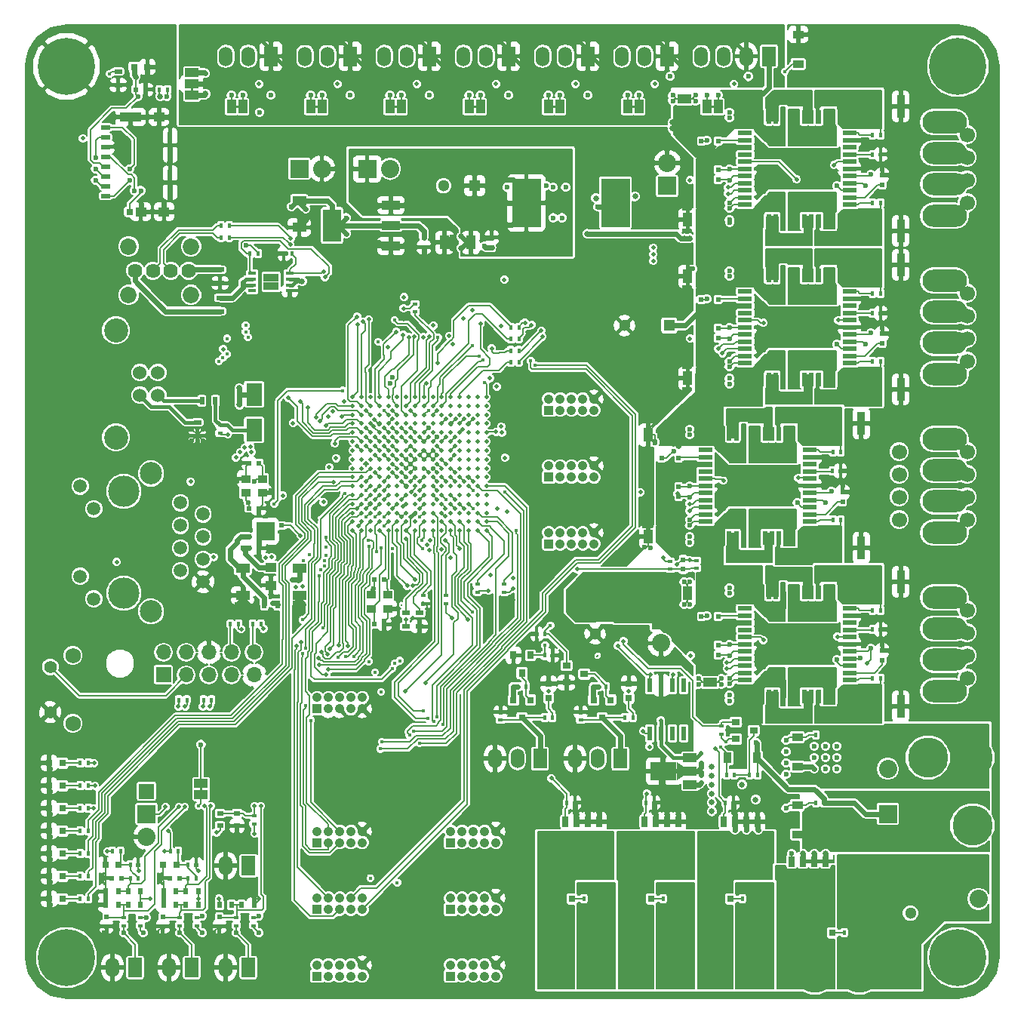
<source format=gtl>
G04 #@! TF.FileFunction,Copper,L1,Top,Signal*
%FSLAX46Y46*%
G04 Gerber Fmt 4.6, Leading zero omitted, Abs format (unit mm)*
G04 Created by KiCad (PCBNEW 4.0.7) date 02/13/20 09:13:15*
%MOMM*%
%LPD*%
G01*
G04 APERTURE LIST*
%ADD10C,0.100000*%
%ADD11C,0.250000*%
%ADD12C,1.700000*%
%ADD13O,5.000000X2.500000*%
%ADD14R,0.560000X1.600000*%
%ADD15R,1.600000X0.560000*%
%ADD16R,0.500000X0.600000*%
%ADD17R,1.000000X1.600000*%
%ADD18R,1.600000X1.000000*%
%ADD19R,0.800000X0.750000*%
%ADD20R,0.600000X0.500000*%
%ADD21R,1.250000X1.000000*%
%ADD22R,1.220000X0.910000*%
%ADD23R,0.797560X0.797560*%
%ADD24R,1.800860X2.499360*%
%ADD25R,1.500000X1.000000*%
%ADD26R,1.000000X1.500000*%
%ADD27R,0.500000X0.900000*%
%ADD28R,0.900000X0.500000*%
%ADD29R,3.200400X5.400040*%
%ADD30R,1.524000X2.197100*%
%ADD31O,1.524000X2.197100*%
%ADD32R,2.032000X2.032000*%
%ADD33O,2.032000X2.032000*%
%ADD34C,1.524000*%
%ADD35C,2.700020*%
%ADD36C,1.620000*%
%ADD37C,1.850000*%
%ADD38R,1.050000X1.050000*%
%ADD39C,1.050000*%
%ADD40R,1.000000X0.500000*%
%ADD41R,2.390000X1.050000*%
%ADD42R,1.200000X1.050000*%
%ADD43R,1.200000X1.080000*%
%ADD44R,0.780000X0.720000*%
%ADD45R,0.550000X2.910000*%
%ADD46R,0.800100X0.800100*%
%ADD47R,4.700000X1.500000*%
%ADD48R,4.200000X3.100000*%
%ADD49R,0.700000X1.150000*%
%ADD50C,0.600000*%
%ADD51R,0.600000X0.400000*%
%ADD52R,0.400000X0.600000*%
%ADD53R,0.900000X2.500000*%
%ADD54R,2.032000X3.657600*%
%ADD55R,2.032000X1.016000*%
%ADD56R,0.600000X1.550000*%
%ADD57R,0.890000X0.420000*%
%ADD58R,0.840000X0.940000*%
%ADD59R,0.762000X0.762000*%
%ADD60R,1.998980X1.998980*%
%ADD61C,6.400000*%
%ADD62R,1.000000X0.900000*%
%ADD63R,1.501140X1.000760*%
%ADD64R,2.999740X1.998980*%
%ADD65R,1.300000X1.300000*%
%ADD66C,1.300000*%
%ADD67O,2.500000X5.000000*%
%ADD68R,0.600000X0.700000*%
%ADD69C,4.500000*%
%ADD70C,1.727200*%
%ADD71C,1.422400*%
%ADD72R,1.700000X1.700000*%
%ADD73O,1.700000X1.700000*%
%ADD74R,1.200000X0.900000*%
%ADD75R,0.700000X0.600000*%
%ADD76R,0.800000X0.800000*%
%ADD77C,3.500000*%
%ADD78C,2.500000*%
%ADD79C,1.500000*%
%ADD80R,0.800000X0.900000*%
%ADD81R,0.900000X0.800000*%
%ADD82R,0.900000X1.200000*%
%ADD83C,0.500380*%
%ADD84C,0.650000*%
%ADD85C,0.500000*%
%ADD86C,0.450000*%
%ADD87C,0.200000*%
%ADD88C,0.600000*%
%ADD89C,0.400000*%
G04 APERTURE END LIST*
D10*
D11*
X44450000Y-33655000D02*
X44450000Y-32385000D01*
X50175000Y-34925000D02*
X48905000Y-34925000D01*
X59065000Y-34925000D02*
X57795000Y-34925000D01*
X67955000Y-34925000D02*
X66685000Y-34925000D01*
X76845000Y-34925000D02*
X75575000Y-34925000D01*
X85735000Y-34925000D02*
X84465000Y-34925000D01*
X94625000Y-34925000D02*
X93355000Y-34925000D01*
X103515000Y-34925000D02*
X102245000Y-34925000D01*
X45500000Y-110855000D02*
X45500000Y-112125000D01*
D12*
X123825000Y-73660000D03*
X123825000Y-76200000D03*
X131445000Y-78740000D03*
X123825000Y-81280000D03*
X131445000Y-81280000D03*
X123825000Y-78740000D03*
D13*
X128905000Y-82720000D03*
X128905000Y-79220000D03*
D12*
X131445000Y-76200000D03*
X131445000Y-73660000D03*
D13*
X128905000Y-75720000D03*
X128905000Y-72220000D03*
D14*
X108395000Y-47760000D03*
X109195000Y-47760000D03*
X109995000Y-47760000D03*
X110795000Y-47760000D03*
X111595000Y-47760000D03*
X112395000Y-47760000D03*
X113195000Y-47760000D03*
X113995000Y-47760000D03*
X114795000Y-47760000D03*
X115595000Y-47760000D03*
X116395000Y-47760000D03*
D15*
X118245000Y-45910000D03*
X118245000Y-45110000D03*
X118245000Y-44310000D03*
X118245000Y-43510000D03*
X118245000Y-42710000D03*
X118245000Y-41910000D03*
X118245000Y-41110000D03*
X118245000Y-40310000D03*
X118245000Y-39510000D03*
X118245000Y-38710000D03*
X118245000Y-37910000D03*
D14*
X116395000Y-36060000D03*
X115595000Y-36060000D03*
X114795000Y-36060000D03*
X113995000Y-36060000D03*
X113195000Y-36060000D03*
X112395000Y-36060000D03*
X111595000Y-36060000D03*
X110795000Y-36060000D03*
X109995000Y-36060000D03*
X109195000Y-36060000D03*
X108395000Y-36060000D03*
D15*
X106545000Y-37910000D03*
X106545000Y-38710000D03*
X106545000Y-39510000D03*
X106545000Y-40310000D03*
X106545000Y-41110000D03*
X106545000Y-41910000D03*
X106545000Y-42710000D03*
X106545000Y-43510000D03*
X106545000Y-44310000D03*
X106545000Y-45110000D03*
X106545000Y-45910000D03*
D16*
X34889400Y-125815000D03*
X34889400Y-126915000D03*
X41200070Y-125815000D03*
X41200070Y-126915000D03*
X78105000Y-49615000D03*
X78105000Y-50715000D03*
X70485000Y-49615000D03*
X70485000Y-50715000D03*
D17*
X75795000Y-50165000D03*
X72795000Y-50165000D03*
D18*
X56515000Y-45490000D03*
X56515000Y-48490000D03*
D16*
X47560230Y-125815000D03*
X47560230Y-126915000D03*
D19*
X42750000Y-120000000D03*
X41250000Y-120000000D03*
D20*
X43050000Y-121500000D03*
X41950000Y-121500000D03*
X66050000Y-93000000D03*
X64950000Y-93000000D03*
X64950000Y-88000000D03*
X66050000Y-88000000D03*
X38185000Y-33020000D03*
X39285000Y-33020000D03*
D19*
X37985000Y-30480000D03*
X39485000Y-30480000D03*
D16*
X103505000Y-43095000D03*
X103505000Y-41995000D03*
X121920000Y-43730000D03*
X121920000Y-42630000D03*
D18*
X99695000Y-37060000D03*
X99695000Y-34060000D03*
D17*
X103100000Y-47625000D03*
X100100000Y-47625000D03*
D16*
X101600000Y-39920000D03*
X101600000Y-38820000D03*
X103505000Y-39920000D03*
X103505000Y-38820000D03*
X103505000Y-60875000D03*
X103505000Y-59775000D03*
X121920000Y-61510000D03*
X121920000Y-60410000D03*
D17*
X103100000Y-53975000D03*
X100100000Y-53975000D03*
X103100000Y-65405000D03*
X100100000Y-65405000D03*
D16*
X101600000Y-57700000D03*
X101600000Y-56600000D03*
X103505000Y-57700000D03*
X103505000Y-56600000D03*
X99060000Y-78655000D03*
X99060000Y-77555000D03*
X117475000Y-79290000D03*
X117475000Y-78190000D03*
D17*
X98655000Y-71755000D03*
X95655000Y-71755000D03*
X98655000Y-83185000D03*
X95655000Y-83185000D03*
D16*
X97155000Y-75480000D03*
X97155000Y-74380000D03*
X99060000Y-75480000D03*
X99060000Y-74380000D03*
X103505000Y-96435000D03*
X103505000Y-95335000D03*
X121920000Y-97070000D03*
X121920000Y-95970000D03*
D17*
X103100000Y-89535000D03*
X100100000Y-89535000D03*
D18*
X102605136Y-102531096D03*
X102605136Y-99531096D03*
D16*
X101600000Y-93260000D03*
X101600000Y-92160000D03*
X103505000Y-93260000D03*
X103505000Y-92160000D03*
D18*
X56515000Y-86765000D03*
X56515000Y-89765000D03*
D20*
X54525000Y-81915000D03*
X53425000Y-81915000D03*
D18*
X50165000Y-86765000D03*
X50165000Y-89765000D03*
D20*
X50885000Y-83185000D03*
X51985000Y-83185000D03*
D21*
X53340000Y-86630000D03*
X53340000Y-88630000D03*
D20*
X50885000Y-84455000D03*
X51985000Y-84455000D03*
D22*
X112395000Y-105680000D03*
X112395000Y-108950000D03*
D23*
X95999300Y-123825000D03*
X94500700Y-123825000D03*
X104889300Y-123825000D03*
X103390700Y-123825000D03*
X87109300Y-123825000D03*
X85610700Y-123825000D03*
D24*
X51435000Y-67216020D03*
X51435000Y-71213980D03*
D23*
X116319300Y-127635000D03*
X114820700Y-127635000D03*
X29959300Y-108585000D03*
X28460700Y-108585000D03*
X29959300Y-113665000D03*
X28460700Y-113665000D03*
X29959300Y-116205000D03*
X28460700Y-116205000D03*
X29959300Y-118745000D03*
X28460700Y-118745000D03*
X29959300Y-121285000D03*
X28460700Y-121285000D03*
X29959300Y-123825000D03*
X28460700Y-123825000D03*
D25*
X44450000Y-33655000D03*
X44450000Y-32385000D03*
X44450000Y-31115000D03*
D26*
X50175000Y-34925000D03*
X48905000Y-34925000D03*
X59065000Y-34925000D03*
X57795000Y-34925000D03*
X67955000Y-34925000D03*
X66685000Y-34925000D03*
X76845000Y-34925000D03*
X75575000Y-34925000D03*
X85735000Y-34925000D03*
X84465000Y-34925000D03*
X94625000Y-34925000D03*
X93355000Y-34925000D03*
X103515000Y-34925000D03*
X102245000Y-34925000D03*
D27*
X47105000Y-67945000D03*
X45605000Y-67945000D03*
D28*
X45085000Y-71870000D03*
X45085000Y-70370000D03*
X47625000Y-56400000D03*
X47625000Y-57900000D03*
X47625000Y-54725000D03*
X47625000Y-53225000D03*
X36195000Y-32500000D03*
X36195000Y-31000000D03*
X68500000Y-93250000D03*
X68500000Y-91750000D03*
X70000000Y-93250000D03*
X70000000Y-91750000D03*
D29*
X91996260Y-45720000D03*
X81993740Y-45720000D03*
D27*
X54090000Y-90805000D03*
X52590000Y-90805000D03*
D30*
X38100000Y-131521200D03*
D31*
X35560000Y-131521200D03*
D32*
X122555000Y-106680000D03*
D33*
X122555000Y-109220000D03*
D32*
X97100000Y-92600000D03*
D33*
X97100000Y-95140000D03*
D31*
X48260000Y-29286200D03*
D30*
X53340000Y-29286200D03*
D31*
X50800000Y-29286200D03*
D32*
X56515000Y-41910000D03*
D33*
X59055000Y-41910000D03*
D30*
X44450000Y-131521200D03*
D31*
X41910000Y-131521200D03*
X57150000Y-29286200D03*
D30*
X62230000Y-29286200D03*
D31*
X59690000Y-29286200D03*
D32*
X64135000Y-41910000D03*
D33*
X66675000Y-41910000D03*
D30*
X50800000Y-131521200D03*
D31*
X48260000Y-131521200D03*
X66040000Y-29286200D03*
D30*
X71120000Y-29286200D03*
D31*
X68580000Y-29286200D03*
D30*
X88900000Y-131521200D03*
D31*
X86360000Y-131521200D03*
X74930000Y-29286200D03*
D30*
X80010000Y-29286200D03*
D31*
X77470000Y-29286200D03*
D34*
X40640000Y-64770000D03*
X40640000Y-67310000D03*
X38641020Y-67310000D03*
X38641020Y-64770000D03*
D35*
X35941000Y-60040520D03*
X35941000Y-72039480D03*
D31*
X83820000Y-29286200D03*
D30*
X88900000Y-29286200D03*
D31*
X86360000Y-29286200D03*
X92710000Y-29286200D03*
D30*
X97790000Y-29286200D03*
D31*
X95250000Y-29286200D03*
D36*
X38100000Y-53340000D03*
X40100000Y-53340000D03*
X42100000Y-53340000D03*
D37*
X37370000Y-50620000D03*
D36*
X44100000Y-53340000D03*
D37*
X44370000Y-50620000D03*
X37370000Y-56060000D03*
X44370000Y-56060000D03*
D38*
X58500000Y-102500000D03*
D39*
X59770000Y-102500000D03*
X61040000Y-102500000D03*
X62310000Y-102500000D03*
X63580000Y-102500000D03*
X59770000Y-101230000D03*
X61040000Y-101230000D03*
X62310000Y-101230000D03*
X63580000Y-101230000D03*
X58500000Y-101230000D03*
D38*
X73500000Y-132500000D03*
D39*
X74770000Y-132500000D03*
X76040000Y-132500000D03*
X77310000Y-132500000D03*
X78580000Y-132500000D03*
X74770000Y-131230000D03*
X76040000Y-131230000D03*
X77310000Y-131230000D03*
X78580000Y-131230000D03*
X73500000Y-131230000D03*
D32*
X39370000Y-114300000D03*
D33*
X39370000Y-116840000D03*
D38*
X58500000Y-132500000D03*
D39*
X59770000Y-132500000D03*
X61040000Y-132500000D03*
X62310000Y-132500000D03*
X63580000Y-132500000D03*
X59770000Y-131230000D03*
X61040000Y-131230000D03*
X62310000Y-131230000D03*
X63580000Y-131230000D03*
X58500000Y-131230000D03*
D12*
X131445000Y-43180000D03*
X131445000Y-45720000D03*
D13*
X128905000Y-47160000D03*
X128905000Y-43660000D03*
D12*
X131445000Y-40640000D03*
X131445000Y-38100000D03*
D13*
X128905000Y-40160000D03*
X128905000Y-36660000D03*
D12*
X131445000Y-60960000D03*
X131445000Y-63500000D03*
D13*
X128905000Y-64940000D03*
X128905000Y-61440000D03*
D12*
X131445000Y-58420000D03*
X131445000Y-55880000D03*
D13*
X128905000Y-57940000D03*
X128905000Y-54440000D03*
D12*
X131445000Y-96520000D03*
X131445000Y-99060000D03*
D13*
X128905000Y-100500000D03*
X128905000Y-97000000D03*
D12*
X131445000Y-93980000D03*
X131445000Y-91440000D03*
D13*
X128905000Y-93500000D03*
X128905000Y-90000000D03*
D38*
X73500000Y-125000000D03*
D39*
X74770000Y-125000000D03*
X76040000Y-125000000D03*
X77310000Y-125000000D03*
X78580000Y-125000000D03*
X74770000Y-123730000D03*
X76040000Y-123730000D03*
X77310000Y-123730000D03*
X78580000Y-123730000D03*
X73500000Y-123730000D03*
D38*
X58500000Y-125000000D03*
D39*
X59770000Y-125000000D03*
X61040000Y-125000000D03*
X62310000Y-125000000D03*
X63580000Y-125000000D03*
X59770000Y-123730000D03*
X61040000Y-123730000D03*
X62310000Y-123730000D03*
X63580000Y-123730000D03*
X58500000Y-123730000D03*
D38*
X73500000Y-117500000D03*
D39*
X74770000Y-117500000D03*
X76040000Y-117500000D03*
X77310000Y-117500000D03*
X78580000Y-117500000D03*
X74770000Y-116230000D03*
X76040000Y-116230000D03*
X77310000Y-116230000D03*
X78580000Y-116230000D03*
X73500000Y-116230000D03*
D40*
X34790000Y-44960000D03*
X34790000Y-43860000D03*
X34790000Y-42760000D03*
X34790000Y-41660000D03*
X34790000Y-40560000D03*
X34790000Y-39460000D03*
X34790000Y-38360000D03*
X34790000Y-37260000D03*
D41*
X37595000Y-36085000D03*
D42*
X40780000Y-36085000D03*
X41350000Y-46735000D03*
D43*
X38740000Y-46735000D03*
D44*
X37470000Y-46735000D03*
D45*
X42025000Y-39265000D03*
X42025000Y-43455000D03*
D46*
X82450000Y-101499240D03*
X80550000Y-101499240D03*
X81500000Y-103498220D03*
X91450000Y-101499240D03*
X89550000Y-101499240D03*
X90500000Y-103498220D03*
D47*
X97155000Y-120650000D03*
D48*
X97155000Y-118350000D03*
D49*
X99055000Y-115175000D03*
X97785000Y-115175000D03*
X96515000Y-115175000D03*
X95245000Y-115175000D03*
D50*
X98425000Y-117475000D03*
X97155000Y-117475000D03*
X95885000Y-117475000D03*
X98425000Y-118745000D03*
X97155000Y-118745000D03*
X95885000Y-118745000D03*
X98425000Y-120015000D03*
X97155000Y-120015000D03*
X95885000Y-120015000D03*
D47*
X106045000Y-120650000D03*
D48*
X106045000Y-118350000D03*
D49*
X107945000Y-115175000D03*
X106675000Y-115175000D03*
X105405000Y-115175000D03*
X104135000Y-115175000D03*
D50*
X107315000Y-117475000D03*
X106045000Y-117475000D03*
X104775000Y-117475000D03*
X107315000Y-118745000D03*
X106045000Y-118745000D03*
X104775000Y-118745000D03*
X107315000Y-120015000D03*
X106045000Y-120015000D03*
X104775000Y-120015000D03*
D47*
X113665000Y-125095000D03*
D48*
X113665000Y-122795000D03*
D49*
X115565000Y-119620000D03*
X114295000Y-119620000D03*
X113025000Y-119620000D03*
X111755000Y-119620000D03*
D50*
X114935000Y-121920000D03*
X113665000Y-121920000D03*
X112395000Y-121920000D03*
X114935000Y-123190000D03*
X113665000Y-123190000D03*
X112395000Y-123190000D03*
X114935000Y-124460000D03*
X113665000Y-124460000D03*
X112395000Y-124460000D03*
D51*
X38699400Y-126815000D03*
X38699400Y-125915000D03*
X36794400Y-125915000D03*
X36794400Y-126815000D03*
D52*
X114485000Y-105410000D03*
X115385000Y-105410000D03*
X81050000Y-100000000D03*
X81950000Y-100000000D03*
X90050000Y-100000000D03*
X90950000Y-100000000D03*
X80250000Y-63600000D03*
X81150000Y-63600000D03*
X80250000Y-62300000D03*
X81150000Y-62300000D03*
D51*
X45010070Y-126815000D03*
X45010070Y-125915000D03*
X43105070Y-125915000D03*
X43105070Y-126815000D03*
X51370230Y-126815000D03*
X51370230Y-125915000D03*
X49465230Y-125915000D03*
X49465230Y-126815000D03*
D52*
X96335000Y-113030000D03*
X95435000Y-113030000D03*
X105225000Y-113030000D03*
X104325000Y-113030000D03*
D51*
X47625000Y-70670000D03*
X47625000Y-71570000D03*
D52*
X42050000Y-118500000D03*
X42950000Y-118500000D03*
X44950000Y-121500000D03*
X44050000Y-121500000D03*
X44950000Y-120000000D03*
X44050000Y-120000000D03*
X87445000Y-113030000D03*
X86545000Y-113030000D03*
D51*
X70400000Y-90700000D03*
X70400000Y-89800000D03*
D52*
X80250000Y-61000000D03*
X81150000Y-61000000D03*
X48650000Y-49600000D03*
X47750000Y-49600000D03*
X48650000Y-48300000D03*
X47750000Y-48300000D03*
X51885000Y-51435000D03*
X50985000Y-51435000D03*
X54795000Y-51435000D03*
X55695000Y-51435000D03*
D51*
X73000000Y-90700000D03*
X73000000Y-89800000D03*
D52*
X45760000Y-101500000D03*
X46660000Y-101500000D03*
X43010000Y-101500000D03*
X43910000Y-101500000D03*
D51*
X76500000Y-88500000D03*
X76500000Y-89400000D03*
X79500000Y-88500000D03*
X79500000Y-89400000D03*
X69500000Y-57950000D03*
X69500000Y-57050000D03*
D52*
X40825000Y-33020000D03*
X41725000Y-33020000D03*
X120835000Y-45720000D03*
X121735000Y-45720000D03*
D53*
X121105000Y-48895000D03*
X124005000Y-48895000D03*
D52*
X120835000Y-38100000D03*
X121735000Y-38100000D03*
D53*
X121105000Y-34925000D03*
X124005000Y-34925000D03*
D52*
X120835000Y-63500000D03*
X121735000Y-63500000D03*
D53*
X121105000Y-66675000D03*
X124005000Y-66675000D03*
D52*
X120835000Y-55880000D03*
X121735000Y-55880000D03*
D53*
X121105000Y-52705000D03*
X124005000Y-52705000D03*
D52*
X116390000Y-81280000D03*
X117290000Y-81280000D03*
D53*
X116660000Y-84455000D03*
X119560000Y-84455000D03*
D52*
X116390000Y-73660000D03*
X117290000Y-73660000D03*
D53*
X116660000Y-70485000D03*
X119560000Y-70485000D03*
D52*
X120835000Y-99060000D03*
X121735000Y-99060000D03*
D53*
X121105000Y-102235000D03*
X124005000Y-102235000D03*
D52*
X120835000Y-91440000D03*
X121735000Y-91440000D03*
D53*
X121105000Y-88265000D03*
X124005000Y-88265000D03*
D54*
X60198000Y-48260000D03*
D55*
X66802000Y-48260000D03*
X66802000Y-45974000D03*
X66802000Y-50546000D03*
D56*
X99655000Y-99860000D03*
X98385000Y-99860000D03*
X97115000Y-99860000D03*
X95845000Y-99860000D03*
X95845000Y-105260000D03*
X97115000Y-105260000D03*
X98385000Y-105260000D03*
X99655000Y-105260000D03*
D57*
X55445000Y-55585000D03*
X55445000Y-54935000D03*
X55445000Y-54285000D03*
X55445000Y-53635000D03*
X51235000Y-53635000D03*
X51235000Y-54285000D03*
X51235000Y-54935000D03*
X51235000Y-55585000D03*
D58*
X52920000Y-54140000D03*
X52920000Y-55080000D03*
X53760000Y-54140000D03*
X53760000Y-55080000D03*
D14*
X108395000Y-65540000D03*
X109195000Y-65540000D03*
X109995000Y-65540000D03*
X110795000Y-65540000D03*
X111595000Y-65540000D03*
X112395000Y-65540000D03*
X113195000Y-65540000D03*
X113995000Y-65540000D03*
X114795000Y-65540000D03*
X115595000Y-65540000D03*
X116395000Y-65540000D03*
D15*
X118245000Y-63690000D03*
X118245000Y-62890000D03*
X118245000Y-62090000D03*
X118245000Y-61290000D03*
X118245000Y-60490000D03*
X118245000Y-59690000D03*
X118245000Y-58890000D03*
X118245000Y-58090000D03*
X118245000Y-57290000D03*
X118245000Y-56490000D03*
X118245000Y-55690000D03*
D14*
X116395000Y-53840000D03*
X115595000Y-53840000D03*
X114795000Y-53840000D03*
X113995000Y-53840000D03*
X113195000Y-53840000D03*
X112395000Y-53840000D03*
X111595000Y-53840000D03*
X110795000Y-53840000D03*
X109995000Y-53840000D03*
X109195000Y-53840000D03*
X108395000Y-53840000D03*
D15*
X106545000Y-55690000D03*
X106545000Y-56490000D03*
X106545000Y-57290000D03*
X106545000Y-58090000D03*
X106545000Y-58890000D03*
X106545000Y-59690000D03*
X106545000Y-60490000D03*
X106545000Y-61290000D03*
X106545000Y-62090000D03*
X106545000Y-62890000D03*
X106545000Y-63690000D03*
D14*
X103950000Y-83320000D03*
X104750000Y-83320000D03*
X105550000Y-83320000D03*
X106350000Y-83320000D03*
X107150000Y-83320000D03*
X107950000Y-83320000D03*
X108750000Y-83320000D03*
X109550000Y-83320000D03*
X110350000Y-83320000D03*
X111150000Y-83320000D03*
X111950000Y-83320000D03*
D15*
X113800000Y-81470000D03*
X113800000Y-80670000D03*
X113800000Y-79870000D03*
X113800000Y-79070000D03*
X113800000Y-78270000D03*
X113800000Y-77470000D03*
X113800000Y-76670000D03*
X113800000Y-75870000D03*
X113800000Y-75070000D03*
X113800000Y-74270000D03*
X113800000Y-73470000D03*
D14*
X111950000Y-71620000D03*
X111150000Y-71620000D03*
X110350000Y-71620000D03*
X109550000Y-71620000D03*
X108750000Y-71620000D03*
X107950000Y-71620000D03*
X107150000Y-71620000D03*
X106350000Y-71620000D03*
X105550000Y-71620000D03*
X104750000Y-71620000D03*
X103950000Y-71620000D03*
D15*
X102100000Y-73470000D03*
X102100000Y-74270000D03*
X102100000Y-75070000D03*
X102100000Y-75870000D03*
X102100000Y-76670000D03*
X102100000Y-77470000D03*
X102100000Y-78270000D03*
X102100000Y-79070000D03*
X102100000Y-79870000D03*
X102100000Y-80670000D03*
X102100000Y-81470000D03*
D14*
X108395000Y-101100000D03*
X109195000Y-101100000D03*
X109995000Y-101100000D03*
X110795000Y-101100000D03*
X111595000Y-101100000D03*
X112395000Y-101100000D03*
X113195000Y-101100000D03*
X113995000Y-101100000D03*
X114795000Y-101100000D03*
X115595000Y-101100000D03*
X116395000Y-101100000D03*
D15*
X118245000Y-99250000D03*
X118245000Y-98450000D03*
X118245000Y-97650000D03*
X118245000Y-96850000D03*
X118245000Y-96050000D03*
X118245000Y-95250000D03*
X118245000Y-94450000D03*
X118245000Y-93650000D03*
X118245000Y-92850000D03*
X118245000Y-92050000D03*
X118245000Y-91250000D03*
D14*
X116395000Y-89400000D03*
X115595000Y-89400000D03*
X114795000Y-89400000D03*
X113995000Y-89400000D03*
X113195000Y-89400000D03*
X112395000Y-89400000D03*
X111595000Y-89400000D03*
X110795000Y-89400000D03*
X109995000Y-89400000D03*
X109195000Y-89400000D03*
X108395000Y-89400000D03*
D15*
X106545000Y-91250000D03*
X106545000Y-92050000D03*
X106545000Y-92850000D03*
X106545000Y-93650000D03*
X106545000Y-94450000D03*
X106545000Y-95250000D03*
X106545000Y-96050000D03*
X106545000Y-96850000D03*
X106545000Y-97650000D03*
X106545000Y-98450000D03*
X106545000Y-99250000D03*
D59*
X53205380Y-83050380D03*
X52204620Y-83050380D03*
X52204620Y-82049620D03*
X53205380Y-82049620D03*
D60*
X52705000Y-82550000D03*
D61*
X30400000Y-30400000D03*
X130400000Y-30400000D03*
X30400000Y-130400000D03*
X130400000Y-130400000D03*
D62*
X66425000Y-89725000D03*
X64575000Y-89725000D03*
X64575000Y-91275000D03*
X66425000Y-91275000D03*
X50510000Y-78245000D03*
X52360000Y-78245000D03*
X52360000Y-76695000D03*
X50510000Y-76695000D03*
D63*
X100351660Y-111001140D03*
X100351660Y-109500000D03*
X100351660Y-107998860D03*
D64*
X97400180Y-109500000D03*
D10*
G36*
X98874650Y-108499240D02*
X99623950Y-108999620D01*
X99623950Y-110000380D01*
X98874650Y-110500760D01*
X98874650Y-108499240D01*
X98874650Y-108499240D01*
G37*
D65*
X98000000Y-59500000D03*
D66*
X93000000Y-59500000D03*
X72700000Y-43815000D03*
D65*
X76200000Y-43815000D03*
X89700000Y-89100000D03*
D66*
X89700000Y-94100000D03*
D12*
X97790000Y-127000000D03*
X95250000Y-127000000D03*
D67*
X98270000Y-131445000D03*
X94770000Y-131445000D03*
D12*
X106680000Y-127000000D03*
X104140000Y-127000000D03*
D67*
X107160000Y-131445000D03*
X103660000Y-131445000D03*
D38*
X58500000Y-117500000D03*
D39*
X59770000Y-117500000D03*
X61040000Y-117500000D03*
X62310000Y-117500000D03*
X63580000Y-117500000D03*
X59770000Y-116230000D03*
X61040000Y-116230000D03*
X62310000Y-116230000D03*
X63580000Y-116230000D03*
X58500000Y-116230000D03*
D16*
X99600000Y-86850000D03*
X99600000Y-85750000D03*
D68*
X37300000Y-124500000D03*
X38700000Y-124500000D03*
X34800000Y-124500000D03*
X36200000Y-124500000D03*
X43800000Y-124500000D03*
X45200000Y-124500000D03*
X41300000Y-124500000D03*
X42700000Y-124500000D03*
X48950000Y-124500000D03*
X47550000Y-124500000D03*
X51450000Y-124500000D03*
X50050000Y-124500000D03*
X43800000Y-123000000D03*
X45200000Y-123000000D03*
X41300000Y-123000000D03*
X42700000Y-123000000D03*
D51*
X98100000Y-85950000D03*
X98100000Y-86850000D03*
X101100000Y-85850000D03*
X101100000Y-86750000D03*
D52*
X84950000Y-96500000D03*
X84050000Y-96500000D03*
D32*
X122555000Y-114300000D03*
D33*
X122555000Y-116840000D03*
D19*
X36250000Y-120000000D03*
X34750000Y-120000000D03*
D20*
X36550000Y-121500000D03*
X35450000Y-121500000D03*
D68*
X37300000Y-123000000D03*
X38700000Y-123000000D03*
X34800000Y-123000000D03*
X36200000Y-123000000D03*
D23*
X29959300Y-111125000D03*
X28460700Y-111125000D03*
D69*
X127040000Y-107950000D03*
X132040000Y-107950000D03*
X127040000Y-115570000D03*
X132040000Y-115570000D03*
X114340000Y-132080000D03*
X119340000Y-132080000D03*
D52*
X114485000Y-113030000D03*
X115385000Y-113030000D03*
X35550000Y-118500000D03*
X36450000Y-118500000D03*
X38450000Y-121500000D03*
X37550000Y-121500000D03*
X80250000Y-59700000D03*
X81150000Y-59700000D03*
X104450000Y-109900000D03*
X105350000Y-109900000D03*
X38450000Y-120000000D03*
X37550000Y-120000000D03*
X98240000Y-123825000D03*
X97340000Y-123825000D03*
X107130000Y-123825000D03*
X106230000Y-123825000D03*
X89350000Y-123825000D03*
X88450000Y-123825000D03*
X117660000Y-127635000D03*
X118560000Y-127635000D03*
X32835000Y-108585000D03*
X31935000Y-108585000D03*
X32835000Y-113665000D03*
X31935000Y-113665000D03*
X32835000Y-116205000D03*
X31935000Y-116205000D03*
X32835000Y-118745000D03*
X31935000Y-118745000D03*
X32835000Y-121285000D03*
X31935000Y-121285000D03*
X32835000Y-123825000D03*
X31935000Y-123825000D03*
X32835000Y-111125000D03*
X31935000Y-111125000D03*
D47*
X88265000Y-120650000D03*
D48*
X88265000Y-118350000D03*
D49*
X90165000Y-115175000D03*
X88895000Y-115175000D03*
X87625000Y-115175000D03*
X86355000Y-115175000D03*
D50*
X89535000Y-117475000D03*
X88265000Y-117475000D03*
X86995000Y-117475000D03*
X89535000Y-118745000D03*
X88265000Y-118745000D03*
X86995000Y-118745000D03*
X89535000Y-120015000D03*
X88265000Y-120015000D03*
X86995000Y-120015000D03*
D22*
X112395000Y-113300000D03*
X112395000Y-116570000D03*
D50*
X114300000Y-109220000D03*
X114300000Y-107950000D03*
X114300000Y-106680000D03*
X115570000Y-109220000D03*
X115570000Y-107950000D03*
X115570000Y-106680000D03*
X116840000Y-109220000D03*
X116840000Y-107950000D03*
X116840000Y-106680000D03*
X114300000Y-116840000D03*
X114300000Y-115570000D03*
X114300000Y-114300000D03*
X115570000Y-116840000D03*
X115570000Y-115570000D03*
X115570000Y-114300000D03*
X116840000Y-116840000D03*
X116840000Y-115570000D03*
X116840000Y-114300000D03*
D32*
X97790000Y-43815000D03*
D33*
X97790000Y-41275000D03*
D32*
X132715000Y-121285000D03*
D33*
X132715000Y-123825000D03*
D66*
X125095000Y-125420000D03*
D65*
X125095000Y-121920000D03*
D20*
X50885000Y-80010000D03*
X51985000Y-80010000D03*
X51985000Y-74930000D03*
X50885000Y-74930000D03*
D30*
X50800000Y-120091200D03*
D31*
X48260000Y-120091200D03*
D51*
X51435000Y-114485000D03*
X51435000Y-115385000D03*
D70*
X31115000Y-104140000D03*
X31115000Y-96520000D03*
D71*
X28575000Y-97790000D03*
X28575000Y-102870000D03*
D72*
X41270000Y-98670000D03*
D73*
X41300000Y-96160000D03*
X43840000Y-98700000D03*
X43840000Y-96160000D03*
X46380000Y-98700000D03*
X46380000Y-96160000D03*
X48920000Y-98700000D03*
X48920000Y-96160000D03*
X51460000Y-98700000D03*
X51460000Y-96160000D03*
D52*
X49700000Y-93000000D03*
X48800000Y-93000000D03*
X52200000Y-93000000D03*
X51300000Y-93000000D03*
D31*
X78460000Y-108076200D03*
D30*
X83540000Y-108076200D03*
D31*
X81000000Y-108076200D03*
X87460000Y-108076200D03*
D30*
X92540000Y-108076200D03*
D31*
X90000000Y-108076200D03*
D74*
X112500000Y-30150000D03*
X112500000Y-26850000D03*
D72*
X39370000Y-111760000D03*
D75*
X47625000Y-114235000D03*
X47625000Y-115635000D03*
X49530000Y-115635000D03*
X49530000Y-114235000D03*
D31*
X101600000Y-29286200D03*
X104140000Y-29286200D03*
D30*
X109220000Y-29286200D03*
D31*
X106680000Y-29286200D03*
D76*
X84500000Y-101300000D03*
X84500000Y-99700000D03*
X93500000Y-101300000D03*
X93500000Y-99700000D03*
D52*
X84950000Y-103500000D03*
X84050000Y-103500000D03*
X93950000Y-103500000D03*
X93050000Y-103500000D03*
D38*
X84500000Y-69000000D03*
D39*
X85770000Y-69000000D03*
X87040000Y-69000000D03*
X88310000Y-69000000D03*
X89580000Y-69000000D03*
X85770000Y-67730000D03*
X87040000Y-67730000D03*
X88310000Y-67730000D03*
X89580000Y-67730000D03*
X84500000Y-67730000D03*
D38*
X84500000Y-76500000D03*
D39*
X85770000Y-76500000D03*
X87040000Y-76500000D03*
X88310000Y-76500000D03*
X89580000Y-76500000D03*
X85770000Y-75230000D03*
X87040000Y-75230000D03*
X88310000Y-75230000D03*
X89580000Y-75230000D03*
X84500000Y-75230000D03*
D38*
X84500000Y-84000000D03*
D39*
X85770000Y-84000000D03*
X87040000Y-84000000D03*
X88310000Y-84000000D03*
X89580000Y-84000000D03*
X85770000Y-82730000D03*
X87040000Y-82730000D03*
X88310000Y-82730000D03*
X89580000Y-82730000D03*
X84500000Y-82730000D03*
D77*
X36830000Y-89535000D03*
X36830000Y-78105000D03*
D78*
X39880000Y-91565000D03*
X39880000Y-76075000D03*
D79*
X33450000Y-90155000D03*
X31930000Y-77505000D03*
X31930000Y-87615000D03*
X33450000Y-80045000D03*
X45720000Y-83185000D03*
X45720000Y-80645000D03*
X45720000Y-85725000D03*
X45720000Y-88265000D03*
X43180000Y-84455000D03*
X43180000Y-86995000D03*
X43180000Y-81915000D03*
X43180000Y-79375000D03*
D80*
X82450000Y-96500000D03*
X80550000Y-96500000D03*
X81500000Y-98500000D03*
D81*
X86500000Y-97650000D03*
X86500000Y-99550000D03*
X88500000Y-98600000D03*
D51*
X79100000Y-102850000D03*
X79100000Y-103750000D03*
D52*
X83150000Y-94100000D03*
X84050000Y-94100000D03*
D51*
X88100000Y-102850000D03*
X88100000Y-103750000D03*
D52*
X121750000Y-40300000D03*
X120850000Y-40300000D03*
X121750000Y-58100000D03*
X120850000Y-58100000D03*
X117250000Y-75800000D03*
X116350000Y-75800000D03*
X121750000Y-93600000D03*
X120850000Y-93600000D03*
D81*
X105500000Y-104000000D03*
X105500000Y-105900000D03*
X107500000Y-104950000D03*
D51*
X103900000Y-105350000D03*
X103900000Y-104450000D03*
D52*
X107950000Y-109900000D03*
X107050000Y-109900000D03*
D82*
X107850000Y-108000000D03*
X104550000Y-108000000D03*
D83*
X62505551Y-82506791D03*
X62505551Y-81506031D03*
X62505551Y-80505271D03*
X62505551Y-79507051D03*
X62505551Y-78506291D03*
X62505551Y-77505531D03*
X62505551Y-76507311D03*
X62505551Y-75506551D03*
X62505551Y-74505791D03*
X62505551Y-73505031D03*
X62505551Y-72506811D03*
X62505551Y-71506051D03*
X62505551Y-70505291D03*
X62505551Y-69507071D03*
X62505551Y-68506311D03*
X62505551Y-67505551D03*
X63506311Y-82506791D03*
X64507071Y-82506791D03*
X65505291Y-82506791D03*
X66506051Y-82506791D03*
X67506811Y-82506791D03*
X68505031Y-82506791D03*
X69505791Y-82506791D03*
X70506551Y-82506791D03*
X63506311Y-67505551D03*
X63506311Y-68506311D03*
X63506311Y-69507071D03*
X63506311Y-70505291D03*
X63506311Y-71506051D03*
X63506311Y-72506811D03*
X63506311Y-73505031D03*
X63506311Y-74505791D03*
X63506311Y-75506551D03*
X63506311Y-76507311D03*
X63506311Y-77505531D03*
X63506311Y-78506291D03*
X63506311Y-81506031D03*
X63506311Y-80505271D03*
X63506311Y-79507051D03*
X64507071Y-81506031D03*
X64507071Y-80505271D03*
X64507071Y-79507051D03*
X64507071Y-78506291D03*
X64507071Y-77505531D03*
X64507071Y-76507311D03*
X64507071Y-75506551D03*
X64507071Y-74505791D03*
X65505291Y-81506031D03*
X65505291Y-80505271D03*
X65505291Y-79507051D03*
X65505291Y-78506291D03*
X65505291Y-77505531D03*
X65505291Y-76507311D03*
X65505291Y-75506551D03*
X65505291Y-74505791D03*
X66506051Y-81506031D03*
X66506051Y-80505271D03*
X66506051Y-79507051D03*
X64507071Y-73505031D03*
X65505291Y-73505031D03*
X64507071Y-72506811D03*
X65505291Y-72506811D03*
X65505291Y-71506051D03*
X64507071Y-71506051D03*
X64507071Y-70505291D03*
X64507071Y-69507071D03*
X65505291Y-69507071D03*
X65505291Y-70505291D03*
X64507071Y-68506311D03*
X65505291Y-68506311D03*
X65505291Y-67505551D03*
X64507071Y-67505551D03*
X66506051Y-70505291D03*
X67506811Y-70505291D03*
X68505031Y-70505291D03*
X68505031Y-69507071D03*
X67506811Y-69507071D03*
X66506051Y-69507071D03*
X66506051Y-68506311D03*
X67506811Y-68506311D03*
X68505031Y-68506311D03*
X68505031Y-67505551D03*
X67506811Y-67505551D03*
X66506051Y-67505551D03*
X67506811Y-81506031D03*
X67506811Y-80505271D03*
X67506811Y-79507051D03*
X68505031Y-79507051D03*
X68505031Y-80505271D03*
X68505031Y-81506031D03*
X69505791Y-81506031D03*
X69505791Y-80505271D03*
X69505791Y-79507051D03*
X70506551Y-79507051D03*
X70506551Y-80505271D03*
X70506551Y-81506031D03*
X71507311Y-82506791D03*
X71507311Y-81506031D03*
X71507311Y-80505271D03*
X71507311Y-79507051D03*
X72505531Y-79507051D03*
X72505531Y-80505271D03*
X72505531Y-81506031D03*
X72505531Y-82506791D03*
X73506291Y-82506791D03*
X73506291Y-81506031D03*
X73506291Y-80505271D03*
X73506291Y-79507051D03*
X74507051Y-79507051D03*
X75505271Y-79507051D03*
X76506031Y-79507051D03*
X76506031Y-80505271D03*
X75505271Y-80505271D03*
X74507051Y-80505271D03*
X74507051Y-81506031D03*
X75505271Y-81506031D03*
X76506031Y-81506031D03*
X74507051Y-82506791D03*
X75505271Y-82506791D03*
X76506031Y-82506791D03*
X77506791Y-82506791D03*
X77506791Y-81506031D03*
X77506791Y-80505271D03*
X77506791Y-79507051D03*
X66506051Y-75506551D03*
X66506051Y-76507311D03*
X66506051Y-77505531D03*
X66506051Y-78506291D03*
X67506811Y-78506291D03*
X67506811Y-77505531D03*
X67506811Y-76507311D03*
X67506811Y-75506551D03*
X68505031Y-78506291D03*
X68505031Y-77505531D03*
X68505031Y-76507311D03*
X68505031Y-75506551D03*
X69505791Y-78506291D03*
X69505791Y-77505531D03*
X69505791Y-76507311D03*
X69505791Y-75506551D03*
X70506551Y-78506291D03*
X70506551Y-77505531D03*
X70506551Y-76507311D03*
X70506551Y-75506551D03*
X71507311Y-78506291D03*
X71507311Y-77505531D03*
X71507311Y-76507311D03*
X71507311Y-75506551D03*
X72505531Y-78506291D03*
X72505531Y-77505531D03*
X72505531Y-76507311D03*
X72505531Y-75506551D03*
X73506291Y-78506291D03*
X73506291Y-77505531D03*
X73506291Y-76507311D03*
X75505271Y-78506291D03*
X75505271Y-77505531D03*
X76506031Y-78506291D03*
X76506031Y-77505531D03*
X77506791Y-78506291D03*
X77506791Y-77505531D03*
X73506291Y-75506551D03*
X74507051Y-78506291D03*
X74507051Y-77505531D03*
X74507051Y-76507311D03*
X75505271Y-72506811D03*
X75505271Y-73505031D03*
X75505271Y-74505791D03*
X75505271Y-75506551D03*
X75505271Y-76507311D03*
X76506031Y-76507311D03*
X76506031Y-75506551D03*
X76506031Y-74505791D03*
X76506031Y-73505031D03*
X76506031Y-72506811D03*
X77506791Y-76507311D03*
X77506791Y-75506551D03*
X77506791Y-74505791D03*
X77506791Y-73505031D03*
X77506791Y-72506811D03*
X74507051Y-75506551D03*
X66506051Y-74505791D03*
X66506051Y-73505031D03*
X66506051Y-72506811D03*
X66506051Y-71506051D03*
X75505271Y-71506051D03*
X67506811Y-74505791D03*
X67506811Y-73505031D03*
X67506811Y-72506811D03*
X67506811Y-71506051D03*
X70506551Y-74505791D03*
X68505031Y-71506051D03*
X68505031Y-72506811D03*
X68505031Y-73505031D03*
X68505031Y-74505791D03*
X76506031Y-71506051D03*
X77506791Y-71506051D03*
X69505791Y-74505791D03*
X69505791Y-73505031D03*
X69505791Y-72506811D03*
X69505791Y-71506051D03*
X70506551Y-73505031D03*
X70506551Y-72506811D03*
X70506551Y-71506051D03*
X69505791Y-70505291D03*
X70506551Y-70505291D03*
X71507311Y-70505291D03*
X72505531Y-70505291D03*
X73506291Y-70505291D03*
X74507051Y-70505291D03*
X75505271Y-70505291D03*
X76506031Y-70505291D03*
X77506791Y-70505291D03*
X74507051Y-74505791D03*
X73506291Y-74505791D03*
X72505531Y-74505791D03*
X71507311Y-74505791D03*
X71507311Y-73505031D03*
X72505531Y-73505031D03*
X73506291Y-73505031D03*
X74507051Y-73505031D03*
X77506791Y-69507071D03*
X76506031Y-69507071D03*
X75505271Y-69507071D03*
X74507051Y-69507071D03*
X73506291Y-69507071D03*
X72505531Y-69507071D03*
X71507311Y-69507071D03*
X70506551Y-69507071D03*
X69505791Y-69507071D03*
X69505791Y-68506311D03*
X70506551Y-68506311D03*
X71507311Y-68506311D03*
X72505531Y-68506311D03*
X73506291Y-68506311D03*
X74507051Y-68506311D03*
X75505271Y-68506311D03*
X76506031Y-68506311D03*
X77506791Y-68506311D03*
X74507051Y-72506811D03*
X73506291Y-72506811D03*
X72505531Y-72506811D03*
X71507311Y-72506811D03*
X71507311Y-71506051D03*
X72505531Y-71506051D03*
X73506291Y-71506051D03*
X74507051Y-71506051D03*
X77506791Y-67505551D03*
X76506031Y-67505551D03*
X75505271Y-67505551D03*
X74507051Y-67505551D03*
X73506291Y-67505551D03*
X72505531Y-67505551D03*
X71507311Y-67505551D03*
X70506551Y-67505551D03*
X69505791Y-67505551D03*
D25*
X45500000Y-110855000D03*
X45500000Y-112125000D03*
D84*
X98404284Y-81854040D03*
X101370136Y-102931096D03*
D85*
X41400000Y-118500000D03*
X41800000Y-116200000D03*
X33500000Y-108600000D03*
D84*
X99088958Y-72996042D03*
X98421416Y-72758707D03*
X98425000Y-70485000D03*
X99224111Y-75387063D03*
X100253833Y-76161072D03*
X102950423Y-52807716D03*
X103528982Y-52537064D03*
X103358051Y-48758051D03*
D85*
X102900000Y-39900000D03*
X102200000Y-39900000D03*
X102900000Y-57700000D03*
X102200000Y-57700000D03*
X103000000Y-93200000D03*
X102300000Y-93200000D03*
D84*
X102953236Y-88372889D03*
X107950000Y-102870000D03*
X101370136Y-102131096D03*
X103870136Y-102131096D03*
X103870136Y-102931096D03*
X102800000Y-66700000D03*
X102700000Y-64100000D03*
X103500000Y-66700000D03*
X103500000Y-64100000D03*
X102700000Y-55200000D03*
X103500000Y-55200000D03*
X102800000Y-48900000D03*
X102800000Y-46400000D03*
X103500000Y-46400000D03*
X98400000Y-36700000D03*
X98400000Y-37400000D03*
X100900000Y-36800000D03*
X100900000Y-37500000D03*
X110490000Y-91440000D03*
X108585000Y-91440000D03*
X108585000Y-99060000D03*
X110490000Y-99060000D03*
X107950000Y-87630000D03*
X103505000Y-90805000D03*
X102870000Y-90805000D03*
X103505000Y-88265000D03*
X99060000Y-70485000D03*
X103505000Y-69850000D03*
X104140000Y-81280000D03*
X104140000Y-73660000D03*
X106045000Y-73660000D03*
X106045000Y-81280000D03*
X103505000Y-85090000D03*
X99060000Y-84455000D03*
X98425000Y-84455000D03*
X99060000Y-81915000D03*
D85*
X64952966Y-70041913D03*
X99256421Y-98643579D03*
D86*
X104394910Y-106186374D03*
D50*
X108000000Y-116100000D03*
X106700000Y-116100000D03*
X105400000Y-116100000D03*
D86*
X83200000Y-94800000D03*
D50*
X89000000Y-102900000D03*
X80000000Y-102900000D03*
X95996760Y-81975960D03*
X95280480Y-81975962D03*
D85*
X97000000Y-98700000D03*
D86*
X81400000Y-96500000D03*
X85000000Y-97200000D03*
D50*
X121920000Y-95250000D03*
X117475000Y-77470000D03*
X121920000Y-59690000D03*
X121920000Y-41910000D03*
X49530000Y-76945490D03*
X112500000Y-28000000D03*
X57014991Y-90758252D03*
D85*
X58382925Y-81277086D03*
D50*
X34600010Y-127635000D03*
D85*
X34550010Y-121500000D03*
X70862017Y-91319024D03*
D50*
X64856310Y-89032029D03*
X66039852Y-92681417D03*
D85*
X82100783Y-60189836D03*
D50*
X53395357Y-77278689D03*
D85*
X52090451Y-85733497D03*
D50*
X53306270Y-77992421D03*
D85*
X55204360Y-69988596D03*
X61335633Y-72590476D03*
D50*
X56015009Y-90646845D03*
X56437156Y-91066763D03*
D85*
X68264863Y-58747284D03*
D50*
X70485000Y-51365268D03*
X73660000Y-50800000D03*
X98505586Y-73579414D03*
X96449196Y-70118248D03*
X96449196Y-70314952D03*
X96399287Y-72504351D03*
X96399287Y-72684233D03*
D85*
X74037907Y-70000000D03*
X91000000Y-106500000D03*
X82000000Y-106500000D03*
D50*
X56726360Y-46959208D03*
X57346617Y-47560093D03*
X55016143Y-51394348D03*
D85*
X70000000Y-92500000D03*
D50*
X100413204Y-53149376D03*
X100688126Y-53149376D03*
X99694876Y-48875004D03*
X100330724Y-48875560D03*
X108585000Y-40560090D03*
X104815301Y-47907008D03*
D85*
X64000000Y-80000000D03*
X64000000Y-75000000D03*
D50*
X95236448Y-84347050D03*
D85*
X93500000Y-100500000D03*
X84500000Y-100500000D03*
X100300000Y-85800000D03*
X98900000Y-86300000D03*
X38548331Y-120705754D03*
X52000000Y-123800000D03*
X45200000Y-120700000D03*
X41300000Y-123800000D03*
X41000000Y-121500000D03*
X34800000Y-123800000D03*
X49500000Y-116500000D03*
X97100000Y-110900000D03*
X97300000Y-108100000D03*
X101600000Y-109900000D03*
X101600000Y-108600000D03*
D50*
X106887645Y-31558230D03*
X98134593Y-31555270D03*
D85*
X97100000Y-103100000D03*
D50*
X56701708Y-55343798D03*
X87989987Y-49200000D03*
X42006612Y-45279103D03*
X41336776Y-45829867D03*
X41910000Y-41360090D03*
X38752400Y-45798350D03*
D85*
X77750000Y-90250000D03*
X80500000Y-90250000D03*
X35250000Y-32250000D03*
X59296510Y-65796510D03*
X70000000Y-72000000D03*
X71000000Y-72000000D03*
X69000000Y-75000000D03*
X70000000Y-74000000D03*
X72000000Y-74000000D03*
X71000000Y-74000000D03*
X72000000Y-76000000D03*
X71000000Y-76000000D03*
X69000000Y-76000000D03*
X69000000Y-77000000D03*
X69000000Y-74000000D03*
X68000000Y-74000000D03*
X68000000Y-75000000D03*
X68000000Y-76000000D03*
X68000000Y-77000000D03*
X76000000Y-77000000D03*
X76000000Y-70000000D03*
D50*
X77300000Y-50600000D03*
X91200000Y-51400000D03*
X46400000Y-54400000D03*
X39200000Y-33800000D03*
X39200000Y-31600000D03*
X86000000Y-47400000D03*
X85000000Y-44000000D03*
X86400000Y-44000000D03*
X85000000Y-47400000D03*
X87800000Y-42200000D03*
X94200000Y-44000000D03*
X84200000Y-43800000D03*
X79800000Y-44000000D03*
X111125000Y-107315000D03*
X111125000Y-108585000D03*
X111125000Y-109855000D03*
X111125000Y-114935000D03*
X111125000Y-116205000D03*
X111125000Y-117475000D03*
X65405000Y-50165000D03*
X68580000Y-50165000D03*
X73660000Y-49530000D03*
X41910000Y-36195000D03*
X39370000Y-36195000D03*
X50800000Y-90805000D03*
X49530000Y-90805000D03*
X50165000Y-88900000D03*
X36195000Y-38100000D03*
X33655000Y-44450000D03*
X45720000Y-71120000D03*
X44450000Y-71120000D03*
X45720000Y-72390000D03*
X45085000Y-72390000D03*
X44450000Y-72390000D03*
X53340000Y-89535000D03*
X40005000Y-85090000D03*
X40005000Y-82550000D03*
X28575000Y-109220000D03*
X28575000Y-111760000D03*
X28575000Y-114300000D03*
X28575000Y-116840000D03*
X28575000Y-119380000D03*
X28575000Y-121920000D03*
X28575000Y-124460000D03*
X108585000Y-93980000D03*
X108585000Y-92710000D03*
X108585000Y-97790000D03*
X108585000Y-96520000D03*
X104775000Y-100965000D03*
X104775000Y-101600000D03*
X104775000Y-89535000D03*
X104775000Y-88900000D03*
X100330000Y-83820000D03*
X100330000Y-83185000D03*
X104140000Y-80010000D03*
X104140000Y-78740000D03*
X104140000Y-76200000D03*
X104140000Y-74930000D03*
X100330000Y-71755000D03*
X100330000Y-71120000D03*
X108585000Y-58420000D03*
X108585000Y-57150000D03*
X108585000Y-62230000D03*
X108585000Y-60960000D03*
X104775000Y-66040000D03*
X104775000Y-65405000D03*
X104775000Y-53975000D03*
X104775000Y-53340000D03*
X104775000Y-36195000D03*
X104775000Y-47625000D03*
X108585000Y-44450000D03*
X108585000Y-43180000D03*
X108585000Y-39370000D03*
X104775000Y-35560000D03*
X99695000Y-90805000D03*
X100330000Y-90805000D03*
X99695000Y-88265000D03*
X100330000Y-88265000D03*
X101335136Y-99126096D03*
X101335136Y-99761096D03*
X103875136Y-99126096D03*
X103875136Y-99761096D03*
X95885000Y-84455000D03*
X99695000Y-66675000D03*
X100330000Y-66675000D03*
X99695000Y-64135000D03*
X100330000Y-64135000D03*
X99695000Y-55245000D03*
X100330000Y-55245000D03*
X100965000Y-33655000D03*
X98425000Y-33655000D03*
X99695000Y-46355000D03*
X100330000Y-46355000D03*
X100965000Y-34290000D03*
X98425000Y-34290000D03*
X104775000Y-99060000D03*
X104775000Y-99695000D03*
X104775000Y-95250000D03*
X102235000Y-92075000D03*
X100330000Y-81280000D03*
X100330000Y-81915000D03*
X100330000Y-77470000D03*
X120015000Y-41910000D03*
X120015000Y-59690000D03*
X115570000Y-77470000D03*
X120015000Y-95250000D03*
X125730000Y-102870000D03*
X125730000Y-101600000D03*
X122555000Y-102870000D03*
X122555000Y-101600000D03*
X120015000Y-92075000D03*
X125730000Y-88900000D03*
X125730000Y-87630000D03*
X122555000Y-88900000D03*
X122555000Y-87630000D03*
X121285000Y-85090000D03*
X121285000Y-83820000D03*
X118110000Y-85090000D03*
X118110000Y-83820000D03*
X121285000Y-71120000D03*
X121285000Y-69850000D03*
X118110000Y-71120000D03*
X118110000Y-69850000D03*
X125730000Y-67310000D03*
X125730000Y-66040000D03*
X122555000Y-67310000D03*
X122555000Y-66040000D03*
X125730000Y-53340000D03*
X125730000Y-52070000D03*
X122555000Y-53340000D03*
X122555000Y-52070000D03*
X115570000Y-74295000D03*
X120015000Y-56515000D03*
X104775000Y-64135000D03*
X104775000Y-63500000D03*
X104775000Y-59690000D03*
X102235000Y-56515000D03*
X102235000Y-38735000D03*
X104775000Y-45720000D03*
X104775000Y-46355000D03*
X104775000Y-41910000D03*
X125730000Y-49530000D03*
X125730000Y-48260000D03*
X122555000Y-49530000D03*
X122555000Y-48260000D03*
X125730000Y-35560000D03*
X125730000Y-34290000D03*
X122555000Y-35560000D03*
X122555000Y-34290000D03*
X120015000Y-38735000D03*
X52070000Y-35560000D03*
X88900000Y-33655000D03*
X80010000Y-33655000D03*
X71120000Y-33655000D03*
X62230000Y-33655000D03*
X53340000Y-33655000D03*
X46925230Y-127635000D03*
X40565070Y-127635000D03*
D84*
X90159513Y-114167109D03*
X88868449Y-114205457D03*
X87560955Y-114230681D03*
X96335000Y-114115000D03*
X97790000Y-114300000D03*
X99060000Y-114300000D03*
X115570000Y-118745000D03*
X114300000Y-118745000D03*
X113030000Y-118745000D03*
D86*
X63996134Y-81001249D03*
X64334149Y-84227316D03*
D85*
X58704355Y-96764524D03*
X43670653Y-113483539D03*
X63133621Y-81960776D03*
X59679412Y-96369204D03*
X46599801Y-113400000D03*
X96250000Y-51500000D03*
X96250000Y-52250000D03*
X96250000Y-50750000D03*
D86*
X64500000Y-121500000D03*
D84*
X49807839Y-68373940D03*
X49774990Y-66491611D03*
X74700000Y-50800000D03*
X56325010Y-54429161D03*
D85*
X80500000Y-100000000D03*
X89500000Y-100000000D03*
D84*
X56835085Y-54529639D03*
D85*
X32250000Y-38500000D03*
D84*
X79800000Y-48200000D03*
X79800000Y-43100000D03*
X79600000Y-45600000D03*
X77300000Y-49700000D03*
X74700000Y-49500000D03*
X65200000Y-46200000D03*
X68600000Y-46200000D03*
X46000000Y-33500000D03*
X94200000Y-45000000D03*
X89800000Y-45200000D03*
D85*
X66018908Y-71010434D03*
D50*
X45500000Y-106500000D03*
D86*
X67500000Y-122000000D03*
D85*
X56653967Y-83041153D03*
X59222534Y-79302952D03*
X73613343Y-92314792D03*
X55722933Y-87956162D03*
X56421706Y-88099863D03*
X55809997Y-70442771D03*
X53500662Y-90638148D03*
X68264863Y-56317509D03*
X79529751Y-54351345D03*
D50*
X100348734Y-78739501D03*
D85*
X94800000Y-78200000D03*
X98949012Y-78369426D03*
X97349821Y-85553490D03*
D50*
X57211037Y-46386969D03*
X55645044Y-46152842D03*
X50550626Y-50522608D03*
D85*
X68500000Y-92500000D03*
X78002130Y-87508080D03*
X80490826Y-87834018D03*
X33416776Y-113668191D03*
X100344531Y-43189409D03*
X100356654Y-60944631D03*
X100425806Y-96517619D03*
D50*
X104775000Y-96520000D03*
X104775000Y-60960000D03*
X104775000Y-43180000D03*
D85*
X63000000Y-73000000D03*
X42960000Y-102250000D03*
X45710000Y-102250000D03*
D50*
X41674742Y-33783745D03*
D85*
X65000000Y-76000000D03*
X72000000Y-73000000D03*
X69000000Y-73000000D03*
X73000000Y-75000000D03*
X72000000Y-75000000D03*
X73000000Y-77000000D03*
X72000000Y-77000000D03*
X70000000Y-77000000D03*
X70000000Y-78000000D03*
X67000000Y-73000000D03*
X67000000Y-74000000D03*
X67000000Y-75000000D03*
X67000000Y-76000000D03*
X75000000Y-77000000D03*
X75000000Y-70000000D03*
D50*
X70485000Y-48895000D03*
X38400000Y-33800000D03*
X38200000Y-31600000D03*
X61800000Y-49200000D03*
X61800000Y-47400000D03*
X46000000Y-31200000D03*
D85*
X59541344Y-98685944D03*
X52200000Y-113400000D03*
X101600000Y-107500000D03*
X97100000Y-103800000D03*
X58745910Y-97539695D03*
D86*
X64288589Y-83562975D03*
X63985354Y-79000090D03*
D85*
X45900000Y-113400000D03*
X59956375Y-95781261D03*
X63000000Y-80012751D03*
X41500000Y-113500000D03*
D50*
X38987795Y-127635000D03*
X45645070Y-127635000D03*
X52005230Y-127635000D03*
D85*
X68007855Y-80999282D03*
X68499910Y-83458826D03*
X69022419Y-81000358D03*
D50*
X49541270Y-83831270D03*
X50165000Y-84455000D03*
X93345000Y-123825000D03*
X102235000Y-123825000D03*
X84245636Y-123615632D03*
X113665000Y-127635000D03*
X39335694Y-125921222D03*
X36794400Y-127635000D03*
D84*
X100055425Y-31099175D03*
X55813477Y-31372440D03*
X64720775Y-31424254D03*
X73469097Y-31267634D03*
X82463537Y-31334757D03*
X91278983Y-31267634D03*
X46990000Y-32385000D03*
D50*
X50165000Y-33655000D03*
X48895000Y-33655000D03*
X45645070Y-125730000D03*
X43105070Y-127635000D03*
X59051876Y-33647975D03*
X57785000Y-33655000D03*
X52005230Y-125730000D03*
X49465230Y-127635000D03*
X67945000Y-33655000D03*
X66675000Y-33655000D03*
X76835000Y-33655000D03*
X75565000Y-33655000D03*
X85725000Y-33655000D03*
X84455000Y-33655000D03*
X94615000Y-33655000D03*
X93345000Y-33655000D03*
X103505000Y-33655000D03*
X102235000Y-33655000D03*
D85*
X77750000Y-89250000D03*
D86*
X35250000Y-31250000D03*
D85*
X69286575Y-88680705D03*
X68636885Y-88697668D03*
X44329742Y-76995490D03*
X46901783Y-85455656D03*
X65000000Y-74000000D03*
X43710000Y-102250000D03*
X70846613Y-84115068D03*
X70000000Y-79000000D03*
X72469450Y-84604333D03*
X72000000Y-79000000D03*
X71217734Y-83576616D03*
X69999910Y-80000000D03*
X73993966Y-80002304D03*
X71119728Y-84704808D03*
X72000000Y-78000000D03*
X87710179Y-86821249D03*
D86*
X59175957Y-93385657D03*
D85*
X58971399Y-96159069D03*
X43005558Y-113483501D03*
X75449821Y-92501464D03*
D86*
X59481274Y-83274821D03*
X66972172Y-97976811D03*
X50754912Y-60804378D03*
D85*
X67000000Y-70000000D03*
X70649455Y-99572107D03*
D86*
X64304024Y-97192299D03*
X67200000Y-58868739D03*
X56947759Y-85890088D03*
X50500000Y-59500000D03*
D50*
X112395000Y-45085000D03*
X113030000Y-45085000D03*
X113665000Y-45085000D03*
X114300000Y-45085000D03*
X114935000Y-45085000D03*
X115570000Y-45085000D03*
X115570000Y-45720000D03*
X112395000Y-45720000D03*
X113030000Y-45720000D03*
X113665000Y-45720000D03*
X114300000Y-45720000D03*
X114935000Y-45720000D03*
X109855000Y-49530000D03*
X110490000Y-49530000D03*
X111125000Y-49530000D03*
X111760000Y-49530000D03*
X112395000Y-49530000D03*
X113030000Y-49530000D03*
X113030000Y-50165000D03*
X109855000Y-50165000D03*
X110490000Y-50165000D03*
X111125000Y-50165000D03*
X111760000Y-50165000D03*
X112395000Y-50165000D03*
X113030000Y-34290000D03*
X109855000Y-34290000D03*
X110490000Y-34290000D03*
X111125000Y-34290000D03*
X111760000Y-34290000D03*
X112395000Y-34290000D03*
X109855000Y-33655000D03*
X112395000Y-33655000D03*
X113030000Y-33655000D03*
X111760000Y-33655000D03*
X111125000Y-33655000D03*
X110490000Y-33655000D03*
X112395000Y-38100000D03*
X115570000Y-38100000D03*
X114935000Y-38100000D03*
X114300000Y-38100000D03*
X113665000Y-38100000D03*
X113030000Y-38100000D03*
X114935000Y-38735000D03*
X115570000Y-38735000D03*
X114300000Y-38735000D03*
X113665000Y-38735000D03*
X113030000Y-38735000D03*
X112395000Y-38735000D03*
X112395000Y-63500000D03*
X113030000Y-63500000D03*
X113665000Y-63500000D03*
X114300000Y-63500000D03*
X114935000Y-63500000D03*
X115570000Y-63500000D03*
X115570000Y-62865000D03*
X114935000Y-62865000D03*
X114300000Y-62865000D03*
X113665000Y-62865000D03*
X113030000Y-62865000D03*
X112395000Y-62865000D03*
X109855000Y-67945000D03*
X110490000Y-67945000D03*
X111125000Y-67945000D03*
X111760000Y-67945000D03*
X112395000Y-67945000D03*
X113030000Y-67945000D03*
X113030000Y-67310000D03*
X112395000Y-67310000D03*
X111760000Y-67310000D03*
X111125000Y-67310000D03*
X110490000Y-67310000D03*
X109855000Y-67310000D03*
X109855000Y-51435000D03*
X110490000Y-51435000D03*
X111125000Y-51435000D03*
X111760000Y-51435000D03*
X112395000Y-51435000D03*
X113030000Y-51435000D03*
X113030000Y-52070000D03*
X112395000Y-52070000D03*
X111760000Y-52070000D03*
X111125000Y-52070000D03*
X110490000Y-52070000D03*
X109855000Y-52070000D03*
X112395000Y-56515000D03*
X113030000Y-56515000D03*
X113665000Y-56515000D03*
X114300000Y-56515000D03*
X114935000Y-56515000D03*
X115570000Y-56515000D03*
X115570000Y-55880000D03*
X114935000Y-55880000D03*
X114300000Y-55880000D03*
X113665000Y-55880000D03*
X113030000Y-55880000D03*
X112395000Y-55880000D03*
X107950000Y-80645000D03*
X108585000Y-80645000D03*
X109220000Y-80645000D03*
X109855000Y-80645000D03*
X110490000Y-80645000D03*
X111125000Y-80645000D03*
X111125000Y-81280000D03*
X110490000Y-81280000D03*
X109855000Y-81280000D03*
X109220000Y-81280000D03*
X108585000Y-81280000D03*
X107950000Y-81280000D03*
X105410000Y-85725000D03*
X106045000Y-85725000D03*
X106680000Y-85725000D03*
X107315000Y-85725000D03*
X107950000Y-85725000D03*
X108585000Y-85725000D03*
X108585000Y-85090000D03*
X107950000Y-85090000D03*
X107315000Y-85090000D03*
X106680000Y-85090000D03*
X106045000Y-85090000D03*
X105410000Y-85090000D03*
X105410000Y-69215000D03*
X106045000Y-69215000D03*
X106680000Y-69215000D03*
X107315000Y-69215000D03*
X107950000Y-69215000D03*
X108585000Y-69215000D03*
X108585000Y-69850000D03*
X107950000Y-69850000D03*
X107315000Y-69850000D03*
X106680000Y-69850000D03*
X106045000Y-69850000D03*
X105410000Y-69850000D03*
X107950000Y-74295000D03*
X108585000Y-74295000D03*
X109220000Y-74295000D03*
X109855000Y-74295000D03*
X110490000Y-74295000D03*
X111125000Y-74295000D03*
X111125000Y-73660000D03*
X110490000Y-73660000D03*
X109855000Y-73660000D03*
X109220000Y-73660000D03*
X108585000Y-73660000D03*
X107950000Y-73660000D03*
X112395000Y-98425000D03*
X113030000Y-98425000D03*
X113665000Y-98425000D03*
X114300000Y-98425000D03*
X114935000Y-98425000D03*
X115570000Y-98425000D03*
X115570000Y-99060000D03*
X114935000Y-99060000D03*
X114300000Y-99060000D03*
X113665000Y-99060000D03*
X113030000Y-99060000D03*
X112395000Y-99060000D03*
X109855000Y-103505000D03*
X110490000Y-103505000D03*
X111125000Y-103505000D03*
X111760000Y-103505000D03*
X112395000Y-103505000D03*
X113030000Y-103505000D03*
X113030000Y-102870000D03*
X112395000Y-102870000D03*
X111760000Y-102870000D03*
X111125000Y-102870000D03*
X110490000Y-102870000D03*
X109855000Y-102870000D03*
X109855000Y-86995000D03*
X110490000Y-86995000D03*
X111125000Y-86995000D03*
X111760000Y-86995000D03*
X112395000Y-86995000D03*
X113030000Y-86995000D03*
X113030000Y-87630000D03*
X112395000Y-87630000D03*
X111760000Y-87630000D03*
X111125000Y-87630000D03*
X110490000Y-87630000D03*
X109855000Y-87630000D03*
X112395000Y-92075000D03*
X113030000Y-92075000D03*
X113665000Y-92075000D03*
X114300000Y-92075000D03*
X114935000Y-92075000D03*
X115570000Y-92075000D03*
X115570000Y-91440000D03*
X114935000Y-91440000D03*
X114300000Y-91440000D03*
X113665000Y-91440000D03*
X113030000Y-91440000D03*
X112395000Y-91440000D03*
D85*
X68374327Y-100494084D03*
D86*
X82964311Y-63925090D03*
X77134547Y-63313598D03*
X66009793Y-82013529D03*
X82489401Y-63478171D03*
X76700000Y-62900000D03*
D85*
X75025940Y-80031910D03*
D84*
X40900000Y-33800000D03*
D50*
X38757275Y-44349910D03*
D85*
X68160900Y-79806800D03*
D86*
X66986016Y-84543760D03*
D50*
X37465000Y-41910000D03*
D85*
X65005460Y-79999901D03*
D50*
X38006951Y-44349910D03*
X33655000Y-40640000D03*
D85*
X67000000Y-80000000D03*
X74000000Y-79000000D03*
D50*
X33655000Y-41910000D03*
D85*
X68000000Y-79000000D03*
D50*
X33655000Y-43180000D03*
D85*
X75945367Y-57776135D03*
X95500000Y-112000000D03*
X103167571Y-106928599D03*
X74884869Y-58669374D03*
X79189915Y-59522287D03*
X84796510Y-110296510D03*
X95800000Y-106749821D03*
D50*
X111760000Y-118745000D03*
D85*
X69467447Y-88004464D03*
X48500000Y-71700000D03*
X92239104Y-95435269D03*
X82566479Y-59438264D03*
X95900000Y-98700000D03*
X95100000Y-105000000D03*
X55573490Y-49733490D03*
X68000000Y-71000000D03*
X55495313Y-50378683D03*
X67000000Y-71000000D03*
X59409616Y-54063015D03*
X73000000Y-72000000D03*
X77895814Y-65387857D03*
X59242967Y-53434833D03*
X73940558Y-74026214D03*
X72929541Y-83556530D03*
X72900090Y-80000000D03*
D86*
X72081480Y-60833138D03*
D85*
X104503490Y-97296510D03*
X73344948Y-60649811D03*
X104500000Y-98000000D03*
X69000000Y-71000000D03*
X71083776Y-60712574D03*
X116900000Y-94400000D03*
X36019740Y-86029800D03*
X66000000Y-79000000D03*
X58410525Y-69765366D03*
X63095711Y-59400180D03*
X112338461Y-43116245D03*
X108600000Y-94800000D03*
X104100000Y-76900000D03*
X108600000Y-59200000D03*
X58870081Y-70224924D03*
X59490717Y-70699812D03*
D86*
X77290140Y-65855279D03*
X53700000Y-79500000D03*
X61400000Y-66800000D03*
D85*
X59791180Y-98068838D03*
D86*
X65661293Y-84453972D03*
D85*
X51500000Y-113400000D03*
D86*
X66000000Y-81000000D03*
D85*
X64000000Y-73003368D03*
X64000000Y-72000090D03*
X60242574Y-69113984D03*
D50*
X116840000Y-96986164D03*
D85*
X65000000Y-72000000D03*
D50*
X112395000Y-79375000D03*
X116840000Y-43815000D03*
X116840000Y-61595000D03*
D85*
X63997534Y-71000090D03*
X64314780Y-58814691D03*
X104600000Y-44700000D03*
X67389620Y-60193461D03*
X117000000Y-58900000D03*
X68188208Y-60544629D03*
X103500000Y-62100000D03*
X70436827Y-60774561D03*
X100300000Y-80300000D03*
X67000000Y-69000000D03*
X69437016Y-60767865D03*
X112500000Y-76600000D03*
X68787697Y-60795623D03*
X104000000Y-62600000D03*
D86*
X59474910Y-84360926D03*
D85*
X73500090Y-85570072D03*
X72900090Y-80921442D03*
D86*
X57675690Y-85215460D03*
D85*
X74542402Y-84540574D03*
D86*
X59533507Y-85312021D03*
D85*
X78766324Y-80052492D03*
X74000000Y-77000000D03*
D86*
X59314828Y-86480701D03*
D85*
X79811221Y-80389134D03*
X74000000Y-76000000D03*
D50*
X119490587Y-96803505D03*
D85*
X66000000Y-73000000D03*
D50*
X115570000Y-79375000D03*
X120015000Y-43815000D03*
X120015000Y-61595000D03*
D86*
X59308498Y-85880823D03*
D85*
X78598768Y-71439830D03*
D86*
X47956403Y-63110653D03*
D50*
X66674993Y-66012852D03*
X71000000Y-71000000D03*
D85*
X52500000Y-93500000D03*
X73000000Y-70000000D03*
X52773545Y-85496523D03*
X56098995Y-88865096D03*
X79586562Y-74329276D03*
X74000000Y-73000000D03*
D86*
X58887728Y-86901968D03*
D85*
X79243816Y-71519196D03*
X74000000Y-72000000D03*
X50000000Y-93549821D03*
D86*
X48395544Y-62701937D03*
D50*
X66938965Y-65310936D03*
X72000000Y-72000000D03*
D85*
X74855659Y-71140012D03*
X53423371Y-85485952D03*
X56848111Y-88721703D03*
X79157958Y-70811184D03*
X76851598Y-59315699D03*
D50*
X50800000Y-79375000D03*
X51459912Y-76945490D03*
X90000000Y-46200000D03*
D86*
X45200000Y-113400000D03*
D85*
X47500000Y-123800000D03*
X47239801Y-116357143D03*
X39775174Y-123793218D03*
X45200000Y-123800000D03*
D84*
X102800000Y-114000000D03*
X102797987Y-111000000D03*
X102797987Y-113000000D03*
X102797987Y-112000000D03*
X102797987Y-110000000D03*
X102797987Y-109000000D03*
X106200000Y-111000000D03*
X107725000Y-112675000D03*
D85*
X33593541Y-111114086D03*
X35000000Y-118500000D03*
X101600000Y-110800000D03*
D84*
X99060000Y-123825000D03*
X120015000Y-127635000D03*
X108585000Y-123825000D03*
X90170000Y-123825000D03*
D86*
X103800000Y-106800000D03*
D85*
X51500000Y-116500000D03*
X68232475Y-57558771D03*
X80500000Y-89000000D03*
D50*
X111125000Y-113665000D03*
X111125000Y-106045000D03*
D85*
X61935597Y-95440313D03*
X60935786Y-95399956D03*
X55294313Y-67589141D03*
X87500000Y-32385000D03*
X57473589Y-68680136D03*
X105300000Y-32385000D03*
X78119382Y-62044204D03*
X61323879Y-69722051D03*
X63704075Y-59037006D03*
X116500000Y-41500000D03*
X104600000Y-44000000D03*
X63000000Y-58500000D03*
X56627586Y-67985595D03*
X96400000Y-32385000D03*
X60520744Y-72744614D03*
X78600000Y-32385000D03*
D86*
X56888024Y-92521670D03*
D85*
X60376421Y-77031614D03*
X64014382Y-77000000D03*
X65000000Y-78997010D03*
X59892231Y-75390209D03*
X52000000Y-32385000D03*
X65010822Y-77997199D03*
X60800000Y-32385000D03*
X51011150Y-73049843D03*
X65000000Y-73000000D03*
X71571099Y-59500298D03*
X100300000Y-79500000D03*
X64000000Y-69000000D03*
X54672916Y-78565153D03*
X66000000Y-77000000D03*
X60639094Y-74374221D03*
X69700000Y-32385000D03*
X66000000Y-78000000D03*
X51157604Y-73685681D03*
X66000000Y-74000000D03*
X65996510Y-72011858D03*
X50380050Y-73205077D03*
X56700090Y-95021495D03*
X67000000Y-72000000D03*
X59800000Y-69700000D03*
X49900000Y-73700000D03*
X61582003Y-68011292D03*
X56187096Y-95420523D03*
X68000000Y-72000000D03*
X49400000Y-74300000D03*
X72002768Y-63691677D03*
X69000000Y-72000000D03*
X72000000Y-69000000D03*
D86*
X58774910Y-87610378D03*
X50499416Y-60190762D03*
X71000000Y-69000000D03*
X56925090Y-96298156D03*
X48412599Y-60954348D03*
X65359235Y-61309233D03*
X75913024Y-61753425D03*
X111000000Y-31000000D03*
X60893770Y-96671731D03*
X61700000Y-96600000D03*
X62661032Y-96595323D03*
X72625268Y-104247424D03*
X71925446Y-103433686D03*
X71612071Y-103945243D03*
X70242923Y-83600000D03*
X67199966Y-97421829D03*
X57820695Y-103800000D03*
X65173183Y-84858019D03*
X57200000Y-102100000D03*
X65000000Y-81000000D03*
X47500000Y-63500000D03*
X66000000Y-69000000D03*
X65000000Y-98400000D03*
X70000000Y-81000000D03*
X70351272Y-84499991D03*
X67800000Y-97100000D03*
X70975634Y-103569958D03*
X70404570Y-102766540D03*
X80865458Y-82502462D03*
X69314435Y-105028870D03*
X76000000Y-80000000D03*
X75950153Y-91604392D03*
X68872431Y-105434488D03*
X65700000Y-100600000D03*
X73000000Y-79000000D03*
X65600000Y-107000000D03*
X79600000Y-78200000D03*
X76000000Y-78000000D03*
X65766826Y-106200000D03*
X69992614Y-106379012D03*
X57200000Y-95700000D03*
X61600000Y-78300000D03*
X64000000Y-78000000D03*
D84*
X99700000Y-49700000D03*
X100300000Y-49700000D03*
X88815000Y-49200000D03*
D86*
X84100000Y-95400000D03*
D85*
X83804355Y-60723476D03*
D50*
X107800000Y-106300000D03*
D86*
X84693760Y-93146880D03*
D85*
X83669209Y-60087771D03*
X92885230Y-94902216D03*
X81841660Y-59190392D03*
X46460000Y-102250000D03*
X47996926Y-62135842D03*
X66483778Y-61876523D03*
X73763475Y-61619111D03*
X68992186Y-69000000D03*
X78683111Y-66349533D03*
X70781062Y-65938400D03*
X98500000Y-98700000D03*
X64859984Y-70825745D03*
X120200000Y-97400000D03*
D50*
X120650000Y-95668153D03*
X116205000Y-78105000D03*
X120650000Y-42545000D03*
X120650000Y-60325000D03*
D85*
X69100357Y-78140016D03*
D50*
X37465000Y-43180000D03*
D87*
X68000000Y-90800000D02*
X68000000Y-90850000D01*
X89950000Y-96600000D02*
X90050000Y-96500000D01*
D88*
X97100000Y-92600000D02*
X91950000Y-92600000D01*
X91950000Y-92600000D02*
X89700000Y-90350000D01*
X89700000Y-90350000D02*
X89700000Y-89100000D01*
X97700000Y-93200000D02*
X98880000Y-93200000D01*
X98880000Y-93200000D02*
X98940000Y-93260000D01*
X97100000Y-92600000D02*
X97700000Y-93200000D01*
X101600000Y-93260000D02*
X98940000Y-93260000D01*
X98404284Y-82313659D02*
X98404284Y-81854040D01*
X98404284Y-82934284D02*
X98404284Y-82313659D01*
X98655000Y-83185000D02*
X98404284Y-82934284D01*
X101770136Y-102531096D02*
X101370136Y-102931096D01*
D87*
X41400000Y-118500000D02*
X42050000Y-118500000D01*
X108395000Y-36060000D02*
X108395000Y-33605000D01*
D88*
X109220000Y-32780000D02*
X109220000Y-29286200D01*
X109220000Y-32780000D02*
X108500000Y-33500000D01*
D87*
X108395000Y-33605000D02*
X108500000Y-33500000D01*
X42050000Y-118500000D02*
X42050000Y-117000000D01*
X42050000Y-116450000D02*
X41800000Y-116200000D01*
X42050000Y-117000000D02*
X42050000Y-116450000D01*
X33500000Y-108600000D02*
X32850000Y-108600000D01*
D88*
X98655000Y-71755000D02*
X98655000Y-72562084D01*
X98655000Y-71755000D02*
X98655000Y-70715000D01*
X98655000Y-70715000D02*
X98425000Y-70485000D01*
X98763959Y-72671043D02*
X99088958Y-72996042D01*
X98421416Y-71988584D02*
X98421416Y-72299088D01*
X98655000Y-71755000D02*
X98421416Y-71988584D01*
X98655000Y-72562084D02*
X98763959Y-72671043D01*
X98421416Y-72299088D02*
X98421416Y-72758707D01*
X99131174Y-75480000D02*
X99224111Y-75387063D01*
X100253833Y-75823833D02*
X100253833Y-76161072D01*
X99910000Y-75480000D02*
X100253833Y-75823833D01*
X97155000Y-75480000D02*
X99131174Y-75480000D01*
X99060000Y-75480000D02*
X99910000Y-75480000D01*
X103100000Y-53100000D02*
X103100000Y-52957293D01*
X103100000Y-52957293D02*
X102950423Y-52807716D01*
X103203983Y-52862063D02*
X103528982Y-52537064D01*
X103100000Y-53100000D02*
X103100000Y-52966046D01*
X103100000Y-52966046D02*
X103203983Y-52862063D01*
X103358051Y-48298432D02*
X103358051Y-48758051D01*
X103100000Y-47625000D02*
X103358051Y-47883051D01*
X103358051Y-47883051D02*
X103358051Y-48298432D01*
X103505000Y-39920000D02*
X103485000Y-39900000D01*
X103485000Y-39900000D02*
X102900000Y-39900000D01*
X101600000Y-39920000D02*
X101620000Y-39900000D01*
X101620000Y-39900000D02*
X102200000Y-39900000D01*
X103505000Y-57700000D02*
X102900000Y-57700000D01*
X101600000Y-57700000D02*
X102200000Y-57700000D01*
X103505000Y-93260000D02*
X103445000Y-93200000D01*
X103445000Y-93200000D02*
X103000000Y-93200000D01*
X101600000Y-93260000D02*
X101660000Y-93200000D01*
X101660000Y-93200000D02*
X102300000Y-93200000D01*
X101600000Y-57700000D02*
X99800000Y-59500000D01*
X99800000Y-59500000D02*
X98000000Y-59500000D01*
X102953236Y-88832508D02*
X102953236Y-88372889D01*
X102953236Y-89388236D02*
X102953236Y-88832508D01*
X103100000Y-89535000D02*
X102953236Y-89388236D01*
D87*
X32850000Y-108600000D02*
X32835000Y-108585000D01*
D88*
X102605136Y-102531096D02*
X107611096Y-102531096D01*
X107950000Y-102870000D02*
X107950000Y-102235000D01*
X107611096Y-102531096D02*
X107950000Y-102870000D01*
X102605136Y-102531096D02*
X101770136Y-102531096D01*
X101770136Y-102531096D02*
X101370136Y-102131096D01*
X102605136Y-102531096D02*
X103470136Y-102531096D01*
X103470136Y-102531096D02*
X103870136Y-102131096D01*
X103470136Y-102531096D02*
X103870136Y-102931096D01*
X103100000Y-65405000D02*
X103100000Y-66400000D01*
X103100000Y-66400000D02*
X102800000Y-66700000D01*
X103100000Y-65405000D02*
X103100000Y-64500000D01*
X103100000Y-64500000D02*
X102700000Y-64100000D01*
X103100000Y-65405000D02*
X103100000Y-66300000D01*
X103100000Y-66300000D02*
X103500000Y-66700000D01*
X103100000Y-64500000D02*
X103500000Y-64100000D01*
X103100000Y-53975000D02*
X103100000Y-54800000D01*
X103100000Y-54800000D02*
X102700000Y-55200000D01*
X103100000Y-54800000D02*
X103500000Y-55200000D01*
X103100000Y-53975000D02*
X103100000Y-53100000D01*
X103100000Y-47625000D02*
X103100000Y-48600000D01*
X103100000Y-48600000D02*
X102800000Y-48900000D01*
X103100000Y-47625000D02*
X103100000Y-46700000D01*
X103100000Y-46700000D02*
X102800000Y-46400000D01*
X103100000Y-47625000D02*
X103100000Y-46800000D01*
X103100000Y-46800000D02*
X103500000Y-46400000D01*
X99695000Y-37060000D02*
X98760000Y-37060000D01*
X98760000Y-37060000D02*
X98400000Y-36700000D01*
X99695000Y-37060000D02*
X98740000Y-37060000D01*
X98740000Y-37060000D02*
X98400000Y-37400000D01*
X99695000Y-37060000D02*
X100640000Y-37060000D01*
X100640000Y-37060000D02*
X100900000Y-36800000D01*
X99695000Y-37060000D02*
X100460000Y-37060000D01*
X100460000Y-37060000D02*
X100900000Y-37500000D01*
X110795000Y-89400000D02*
X110795000Y-91135000D01*
X110795000Y-91135000D02*
X110490000Y-91440000D01*
X108395000Y-89400000D02*
X108395000Y-91250000D01*
X108395000Y-91250000D02*
X108585000Y-91440000D01*
X108395000Y-101100000D02*
X108395000Y-99250000D01*
X108395000Y-99250000D02*
X108585000Y-99060000D01*
X110795000Y-101100000D02*
X110795000Y-99365000D01*
X110795000Y-99365000D02*
X110490000Y-99060000D01*
D87*
X108395000Y-101100000D02*
X108395000Y-99885000D01*
D88*
X108395000Y-101100000D02*
X108395000Y-101790000D01*
X108395000Y-101790000D02*
X107950000Y-102235000D01*
X108395000Y-89400000D02*
X108395000Y-88710000D01*
X108395000Y-88710000D02*
X107950000Y-88265000D01*
X107950000Y-88265000D02*
X107950000Y-87630000D01*
X103100000Y-89535000D02*
X103100000Y-90400000D01*
X103100000Y-90400000D02*
X103505000Y-90805000D01*
X103100000Y-89535000D02*
X103100000Y-90575000D01*
X103100000Y-90575000D02*
X102870000Y-90805000D01*
X103100000Y-89535000D02*
X103100000Y-88670000D01*
X103100000Y-88670000D02*
X103505000Y-88265000D01*
X98655000Y-71755000D02*
X98655000Y-70890000D01*
X98655000Y-70890000D02*
X99060000Y-70485000D01*
X103950000Y-71620000D02*
X103950000Y-70930000D01*
X103950000Y-70930000D02*
X103505000Y-70485000D01*
X103505000Y-70485000D02*
X103505000Y-69850000D01*
X103950000Y-83320000D02*
X103950000Y-81470000D01*
X103950000Y-81470000D02*
X104140000Y-81280000D01*
X103950000Y-71620000D02*
X103950000Y-73470000D01*
X103950000Y-73470000D02*
X104140000Y-73660000D01*
X106350000Y-71620000D02*
X106350000Y-73355000D01*
X106350000Y-73355000D02*
X106045000Y-73660000D01*
X106350000Y-83320000D02*
X106350000Y-81585000D01*
X106350000Y-81585000D02*
X106045000Y-81280000D01*
X103505000Y-84455000D02*
X103950000Y-84010000D01*
X103950000Y-84010000D02*
X103950000Y-83320000D01*
X103505000Y-84455000D02*
X103505000Y-85090000D01*
X98655000Y-83185000D02*
X98655000Y-84050000D01*
X98655000Y-84050000D02*
X99060000Y-84455000D01*
X98655000Y-83185000D02*
X98655000Y-84225000D01*
X98655000Y-84225000D02*
X98425000Y-84455000D01*
X98655000Y-83185000D02*
X98655000Y-82320000D01*
X98655000Y-82320000D02*
X99060000Y-81915000D01*
X115385000Y-105410000D02*
X118745000Y-105410000D01*
X120015000Y-106680000D02*
X122555000Y-106680000D01*
X118745000Y-105410000D02*
X120015000Y-106680000D01*
D87*
X110795000Y-100000000D02*
X110795000Y-101100000D01*
X110490000Y-99695000D02*
X110795000Y-100000000D01*
X108585000Y-99695000D02*
X110490000Y-99695000D01*
X108395000Y-99885000D02*
X108585000Y-99695000D01*
X108395000Y-89400000D02*
X108395000Y-90615000D01*
X110795000Y-90500000D02*
X110795000Y-89400000D01*
X110490000Y-90805000D02*
X110795000Y-90500000D01*
X108585000Y-90805000D02*
X110490000Y-90805000D01*
X108395000Y-90615000D02*
X108585000Y-90805000D01*
X103950000Y-83320000D02*
X103950000Y-82105000D01*
X106350000Y-82220000D02*
X106350000Y-83320000D01*
X106045000Y-81915000D02*
X106350000Y-82220000D01*
X104140000Y-81915000D02*
X106045000Y-81915000D01*
X103950000Y-82105000D02*
X104140000Y-81915000D01*
X106045000Y-73025000D02*
X106350000Y-72720000D01*
X103950000Y-72835000D02*
X104140000Y-73025000D01*
X104140000Y-73025000D02*
X106045000Y-73025000D01*
X103950000Y-71620000D02*
X103950000Y-72835000D01*
X106350000Y-72720000D02*
X106350000Y-71620000D01*
X108395000Y-65540000D02*
X108395000Y-64325000D01*
X110795000Y-64440000D02*
X110795000Y-65540000D01*
X110490000Y-64135000D02*
X110795000Y-64440000D01*
X108585000Y-64135000D02*
X110490000Y-64135000D01*
X108395000Y-64325000D02*
X108585000Y-64135000D01*
X108395000Y-53840000D02*
X108395000Y-55055000D01*
X110795000Y-54940000D02*
X110795000Y-53840000D01*
X110490000Y-55245000D02*
X110795000Y-54940000D01*
X108585000Y-55245000D02*
X110490000Y-55245000D01*
X108395000Y-55055000D02*
X108585000Y-55245000D01*
X108395000Y-47760000D02*
X108395000Y-46545000D01*
X110795000Y-46660000D02*
X110795000Y-47760000D01*
X110490000Y-46355000D02*
X110795000Y-46660000D01*
X108585000Y-46355000D02*
X110490000Y-46355000D01*
X108395000Y-46545000D02*
X108585000Y-46355000D01*
X108395000Y-36060000D02*
X108395000Y-37275000D01*
X110795000Y-37160000D02*
X110795000Y-36060000D01*
X110490000Y-37465000D02*
X110795000Y-37160000D01*
X108585000Y-37465000D02*
X110490000Y-37465000D01*
X108395000Y-37275000D02*
X108585000Y-37465000D01*
X107950000Y-102235000D02*
X108395000Y-101790000D01*
X103100000Y-89535000D02*
X103100000Y-89305000D01*
X103100000Y-89305000D02*
X104140000Y-88265000D01*
X104140000Y-88265000D02*
X107950000Y-88265000D01*
X107950000Y-88265000D02*
X108395000Y-88710000D01*
X98655000Y-83185000D02*
X98655000Y-83415000D01*
X98655000Y-83415000D02*
X99695000Y-84455000D01*
X99695000Y-84455000D02*
X103505000Y-84455000D01*
X103950000Y-84010000D02*
X103950000Y-83320000D01*
X98655000Y-71755000D02*
X98655000Y-71525000D01*
X98655000Y-71525000D02*
X99695000Y-70485000D01*
X99695000Y-70485000D02*
X103505000Y-70485000D01*
X103505000Y-70485000D02*
X103950000Y-70930000D01*
X103100000Y-65405000D02*
X103100000Y-65635000D01*
X103100000Y-65635000D02*
X104140000Y-66675000D01*
X104140000Y-66675000D02*
X107950000Y-66675000D01*
X107950000Y-66675000D02*
X108395000Y-66230000D01*
X108395000Y-66230000D02*
X108395000Y-65540000D01*
X103100000Y-53975000D02*
X103100000Y-53745000D01*
X103100000Y-53745000D02*
X104140000Y-52705000D01*
X104140000Y-52705000D02*
X107950000Y-52705000D01*
X107950000Y-52705000D02*
X108395000Y-53150000D01*
X108395000Y-53150000D02*
X108395000Y-53840000D01*
X99695000Y-37060000D02*
X106450000Y-37060000D01*
X107450000Y-36060000D02*
X108395000Y-36060000D01*
X106450000Y-37060000D02*
X107450000Y-36060000D01*
X103100000Y-47625000D02*
X103100000Y-47855000D01*
X103100000Y-47855000D02*
X104775000Y-49530000D01*
X104775000Y-49530000D02*
X107950000Y-49530000D01*
X107950000Y-49530000D02*
X108395000Y-49085000D01*
X108395000Y-49085000D02*
X108395000Y-47760000D01*
X106545000Y-92850000D02*
X104000000Y-92850000D01*
X104000000Y-92850000D02*
X103505000Y-93345000D01*
X103505000Y-93345000D02*
X103505000Y-93260000D01*
X99060000Y-75480000D02*
X97155000Y-75480000D01*
X102100000Y-75070000D02*
X99555000Y-75070000D01*
X99555000Y-75070000D02*
X99060000Y-75565000D01*
X99060000Y-75565000D02*
X99060000Y-75480000D01*
X101600000Y-39920000D02*
X100880000Y-39920000D01*
X99695000Y-38735000D02*
X99695000Y-37060000D01*
X100880000Y-39920000D02*
X99695000Y-38735000D01*
X106545000Y-57290000D02*
X103915000Y-57290000D01*
X103915000Y-57290000D02*
X103505000Y-57700000D01*
X106545000Y-39510000D02*
X103915000Y-39510000D01*
X103915000Y-39510000D02*
X103505000Y-39920000D01*
X65202965Y-70291912D02*
X64952966Y-70041913D01*
X65499120Y-70499120D02*
X65410173Y-70499120D01*
X65410173Y-70499120D02*
X65202965Y-70291912D01*
X104619909Y-105961375D02*
X104394910Y-106186374D01*
X105500000Y-105900000D02*
X104681284Y-105900000D01*
X104681284Y-105900000D02*
X104619909Y-105961375D01*
X103900000Y-105350000D02*
X103900000Y-105750000D01*
X103900000Y-105750000D02*
X104336374Y-106186374D01*
X104336374Y-106186374D02*
X104394910Y-106186374D01*
D88*
X107945000Y-115175000D02*
X107945000Y-116045000D01*
X107945000Y-116045000D02*
X108000000Y-116100000D01*
X106675000Y-115175000D02*
X106675000Y-116075000D01*
X106675000Y-116075000D02*
X106700000Y-116100000D01*
X105405000Y-115175000D02*
X105405000Y-116095000D01*
X105405000Y-116095000D02*
X105400000Y-116100000D01*
D87*
X83150000Y-94100000D02*
X83150000Y-94750000D01*
X83150000Y-94750000D02*
X83200000Y-94800000D01*
X88100000Y-102850000D02*
X88950000Y-102850000D01*
X88950000Y-102850000D02*
X89000000Y-102900000D01*
X79100000Y-102850000D02*
X79950000Y-102850000D01*
X79950000Y-102850000D02*
X80000000Y-102900000D01*
X95655000Y-82185000D02*
X95684999Y-82214999D01*
X95684999Y-82214999D02*
X95757721Y-82214999D01*
X95757721Y-82214999D02*
X95996760Y-81975960D01*
X95445962Y-81975962D02*
X95280480Y-81975962D01*
X95655000Y-82185000D02*
X95445962Y-81975962D01*
X95655000Y-83185000D02*
X95655000Y-82185000D01*
X97115000Y-99860000D02*
X97115000Y-98815000D01*
X97115000Y-98815000D02*
X97000000Y-98700000D01*
X80550000Y-96500000D02*
X81400000Y-96500000D01*
X84950000Y-96500000D02*
X84950000Y-97150000D01*
X84950000Y-97150000D02*
X85000000Y-97200000D01*
X121750000Y-93600000D02*
X121750000Y-95080000D01*
X121920000Y-95250000D02*
X121920000Y-95970000D01*
X121750000Y-95080000D02*
X121920000Y-95250000D01*
X117250000Y-75800000D02*
X117250000Y-77245000D01*
X117475000Y-77470000D02*
X117475000Y-78190000D01*
X117250000Y-77245000D02*
X117475000Y-77470000D01*
X121750000Y-58100000D02*
X121750000Y-59520000D01*
X121920000Y-59690000D02*
X121920000Y-60410000D01*
X121750000Y-59520000D02*
X121920000Y-59690000D01*
X121750000Y-40300000D02*
X121750000Y-41740000D01*
X121920000Y-41910000D02*
X121920000Y-42630000D01*
X121750000Y-41740000D02*
X121920000Y-41910000D01*
X49780490Y-76695000D02*
X49530000Y-76945490D01*
X50510000Y-76695000D02*
X49780490Y-76695000D01*
X112500000Y-26850000D02*
X112500000Y-28000000D01*
D88*
X56515000Y-90170000D02*
X56515000Y-90258261D01*
X56515000Y-90258261D02*
X56714992Y-90458253D01*
X56714992Y-90458253D02*
X57014991Y-90758252D01*
D87*
X34750000Y-121300010D02*
X34550010Y-121500000D01*
X34669400Y-127635000D02*
X34600010Y-127635000D01*
X35450000Y-121500000D02*
X34550010Y-121500000D01*
X34800000Y-123000000D02*
X34800000Y-121749990D01*
X34889400Y-127415000D02*
X34669400Y-127635000D01*
X34800000Y-121749990D02*
X34550010Y-121500000D01*
X34750000Y-120000000D02*
X34750000Y-121300010D01*
X34889400Y-126915000D02*
X34889400Y-127415000D01*
X70596546Y-90700000D02*
X70862017Y-90965471D01*
X70862017Y-90965471D02*
X70862017Y-91319024D01*
X70400000Y-90700000D02*
X70596546Y-90700000D01*
X64950000Y-88000000D02*
X64950000Y-88938339D01*
X66339851Y-92381418D02*
X66039852Y-92681417D01*
X66425000Y-92296269D02*
X66339851Y-92381418D01*
X66425000Y-91275000D02*
X66425000Y-92296269D01*
X66050000Y-93000000D02*
X66050000Y-92691565D01*
X64575000Y-89725000D02*
X64575000Y-89075000D01*
X64617971Y-89032029D02*
X64856310Y-89032029D01*
X64575000Y-89075000D02*
X64617971Y-89032029D01*
X66050000Y-92691565D02*
X66039852Y-92681417D01*
X64950000Y-88938339D02*
X64856310Y-89032029D01*
X53060000Y-78245000D02*
X53306270Y-77998730D01*
X52360000Y-78245000D02*
X53060000Y-78245000D01*
X53306270Y-77998730D02*
X53306270Y-77992421D01*
D88*
X56515000Y-90170000D02*
X56491854Y-90170000D01*
X56491854Y-90170000D02*
X56315008Y-90346846D01*
X56315008Y-90346846D02*
X56015009Y-90646845D01*
X56515000Y-90988919D02*
X56437156Y-91066763D01*
X56515000Y-89765000D02*
X56515000Y-90988919D01*
X70485000Y-50715000D02*
X70485000Y-51365268D01*
X73025000Y-50165000D02*
X73660000Y-50800000D01*
D87*
X97705000Y-74380000D02*
X98205587Y-73879413D01*
X97155000Y-74380000D02*
X97705000Y-74380000D01*
X96449196Y-70542512D02*
X96449196Y-70118248D01*
X96149197Y-70614951D02*
X96449196Y-70314952D01*
X96449196Y-70660804D02*
X96449196Y-70542512D01*
X98205587Y-73879413D02*
X98505586Y-73579414D01*
X95655000Y-71109148D02*
X96149197Y-70614951D01*
X95655000Y-71455000D02*
X95655000Y-71109148D01*
X95655000Y-71455000D02*
X96449196Y-70660804D01*
X96399287Y-71799287D02*
X96399287Y-72080087D01*
X96355000Y-71755000D02*
X96399287Y-71799287D01*
X95655000Y-71755000D02*
X96355000Y-71755000D01*
X95682104Y-72321840D02*
X96036894Y-72321840D01*
X96099288Y-72384234D02*
X96399287Y-72684233D01*
X96399287Y-72080087D02*
X96399287Y-72504351D01*
X96036894Y-72321840D02*
X96099288Y-72384234D01*
X73500120Y-70499120D02*
X73538787Y-70499120D01*
X73787908Y-70249999D02*
X74037907Y-70000000D01*
X73538787Y-70499120D02*
X73787908Y-70249999D01*
X95655000Y-71755000D02*
X95655000Y-71455000D01*
X99249300Y-109500000D02*
X97400180Y-109500000D01*
D88*
X56726360Y-47383472D02*
X56726360Y-46959208D01*
X56726360Y-48048640D02*
X56726360Y-47383472D01*
X56646710Y-48260000D02*
X57046618Y-47860092D01*
X57046618Y-47860092D02*
X57346617Y-47560093D01*
X56515000Y-48260000D02*
X56646710Y-48260000D01*
X56515000Y-48260000D02*
X56726360Y-48048640D01*
D87*
X54795000Y-51435000D02*
X54975491Y-51435000D01*
X54975491Y-51435000D02*
X55016143Y-51394348D01*
X70000000Y-93250000D02*
X70000000Y-92500000D01*
X100263862Y-53149376D02*
X100688126Y-53149376D01*
X100238828Y-52975000D02*
X100413204Y-53149376D01*
X100100000Y-52975000D02*
X100100000Y-52985514D01*
X100100000Y-52975000D02*
X100238828Y-52975000D01*
X100100000Y-52985514D02*
X100263862Y-53149376D01*
X99849996Y-48875004D02*
X99694876Y-48875004D01*
X100100000Y-48625000D02*
X99849996Y-48875004D01*
X100100000Y-48644836D02*
X100330724Y-48875560D01*
X100100000Y-47625000D02*
X100100000Y-48625000D01*
X100100000Y-47625000D02*
X100100000Y-48644836D01*
X100100000Y-53975000D02*
X100100000Y-52975000D01*
X64507071Y-79507051D02*
X64014122Y-80000000D01*
X64014122Y-80000000D02*
X64000000Y-80000000D01*
X95492950Y-84347050D02*
X95236448Y-84347050D01*
X95655000Y-84185000D02*
X95492950Y-84347050D01*
X95655000Y-83185000D02*
X95655000Y-84185000D01*
X101100000Y-85850000D02*
X100350000Y-85850000D01*
X100350000Y-85850000D02*
X100300000Y-85800000D01*
X99600000Y-85750000D02*
X100250000Y-85750000D01*
X100250000Y-85750000D02*
X100300000Y-85800000D01*
X99600000Y-85750000D02*
X99450000Y-85750000D01*
X99450000Y-85750000D02*
X98900000Y-86300000D01*
X64575000Y-89725000D02*
X64525000Y-89725000D01*
X38450000Y-120607423D02*
X38548331Y-120705754D01*
X38450000Y-120000000D02*
X38450000Y-120607423D01*
X51450000Y-124500000D02*
X52000000Y-123950000D01*
X52000000Y-123950000D02*
X52000000Y-123800000D01*
X44950000Y-120000000D02*
X44950000Y-120450000D01*
X44950000Y-120450000D02*
X45200000Y-120700000D01*
X41300000Y-124500000D02*
X41300000Y-123800000D01*
X41300000Y-123800000D02*
X41300000Y-123000000D01*
X41300000Y-123000000D02*
X41300000Y-121800000D01*
X41300000Y-121800000D02*
X41000000Y-121500000D01*
X41250000Y-120000000D02*
X41250000Y-121250000D01*
X41000000Y-121500000D02*
X41950000Y-121500000D01*
X41250000Y-121250000D02*
X41000000Y-121500000D01*
X34800000Y-123000000D02*
X34800000Y-123800000D01*
X34800000Y-123800000D02*
X34800000Y-124500000D01*
X49530000Y-115635000D02*
X49500000Y-115665000D01*
X49500000Y-115665000D02*
X49500000Y-116500000D01*
D88*
X97400180Y-109500000D02*
X97100000Y-109800180D01*
X97100000Y-109800180D02*
X97100000Y-110900000D01*
X97300000Y-109399820D02*
X97300000Y-108100000D01*
X97400180Y-109500000D02*
X97300000Y-109399820D01*
X100351660Y-109500000D02*
X101500000Y-109500000D01*
X101600000Y-109600000D02*
X101600000Y-109900000D01*
X101500000Y-109500000D02*
X101600000Y-109600000D01*
X100351660Y-109500000D02*
X101200000Y-109500000D01*
X101600000Y-109100000D02*
X101600000Y-108600000D01*
X101200000Y-109500000D02*
X101600000Y-109100000D01*
D87*
X55445000Y-55585000D02*
X56460506Y-55585000D01*
X56460506Y-55585000D02*
X56701708Y-55343798D01*
D88*
X42006612Y-44854839D02*
X42006612Y-45279103D01*
X42025000Y-43455000D02*
X42006612Y-43473388D01*
X42006612Y-43473388D02*
X42006612Y-44854839D01*
X41336776Y-46254131D02*
X41336776Y-45829867D01*
X42025000Y-39265000D02*
X42025000Y-41320000D01*
X41984910Y-41360090D02*
X41910000Y-41360090D01*
X42025000Y-41320000D02*
X41984910Y-41360090D01*
X41336776Y-46721776D02*
X41336776Y-46254131D01*
X41350000Y-46735000D02*
X41336776Y-46721776D01*
X38752400Y-46722600D02*
X38752400Y-46222614D01*
X38740000Y-46735000D02*
X38752400Y-46722600D01*
X38752400Y-46222614D02*
X38752400Y-45798350D01*
D87*
X36195000Y-32500000D02*
X35500000Y-32500000D01*
X35500000Y-32500000D02*
X35250000Y-32250000D01*
X39285000Y-33020000D02*
X39285000Y-31685000D01*
X39285000Y-31685000D02*
X39200000Y-31600000D01*
X70500380Y-72500640D02*
X70500380Y-72500380D01*
X70500380Y-72500380D02*
X70000000Y-72000000D01*
X70500380Y-72500640D02*
X71000000Y-72001020D01*
X71000000Y-72001020D02*
X71000000Y-72000000D01*
X69499620Y-74499620D02*
X69000000Y-74999240D01*
X69000000Y-75000760D02*
X69499620Y-75500380D01*
X69000000Y-75000760D02*
X69000000Y-75000000D01*
X68999240Y-75000000D02*
X69000000Y-75000000D01*
X68999240Y-75000000D02*
X69000000Y-75000000D01*
X69000000Y-74999240D02*
X69000000Y-75000000D01*
X68498860Y-74499620D02*
X68999240Y-75000000D01*
X68498860Y-75500380D02*
X68999240Y-75000000D01*
X70500380Y-74499620D02*
X70000760Y-74000000D01*
X70000000Y-73999240D02*
X70000000Y-74000000D01*
X70000000Y-73999240D02*
X70500380Y-73498860D01*
X70000760Y-74000000D02*
X70000000Y-74000000D01*
X71000000Y-74000000D02*
X70500380Y-73500380D01*
X70500380Y-73500380D02*
X70500380Y-73498860D01*
X71501140Y-74499620D02*
X71001520Y-74000000D01*
X71001520Y-74000000D02*
X71000000Y-74000000D01*
X71501140Y-73498860D02*
X72000000Y-73997720D01*
X72000000Y-73997720D02*
X72000000Y-74000000D01*
X71501140Y-73498860D02*
X71000000Y-74000000D01*
X71501140Y-74499620D02*
X72000000Y-74000760D01*
X72000000Y-74000760D02*
X72000000Y-74000000D01*
X71501140Y-75500380D02*
X72000000Y-75999240D01*
X72000000Y-75999240D02*
X72000000Y-76000000D01*
X70500380Y-75500380D02*
X71000000Y-76000000D01*
X69499620Y-75500380D02*
X69000000Y-76000000D01*
X69499620Y-76501140D02*
X69000760Y-77000000D01*
X69000760Y-77000000D02*
X69000000Y-77000000D01*
X70500380Y-74499620D02*
X71000000Y-74000000D01*
X69499620Y-74499620D02*
X69000000Y-74000000D01*
X68000000Y-74000760D02*
X68000000Y-74000000D01*
X68498860Y-74499620D02*
X68000000Y-74000760D01*
X68498860Y-75500380D02*
X68000000Y-75001520D01*
X68000000Y-75001520D02*
X68000000Y-75000000D01*
X68498860Y-76501140D02*
X68000000Y-76002280D01*
X68000000Y-76002280D02*
X68000000Y-76000000D01*
X68498860Y-77499360D02*
X68000000Y-77000500D01*
X68000000Y-77000500D02*
X68000000Y-77000000D01*
X75499100Y-76501140D02*
X75997960Y-77000000D01*
X75997960Y-77000000D02*
X76000000Y-77000000D01*
X75499100Y-70499120D02*
X75998220Y-70000000D01*
X75998220Y-70000000D02*
X76000000Y-70000000D01*
D88*
X78105000Y-50715000D02*
X77415000Y-50715000D01*
X77415000Y-50715000D02*
X77300000Y-50600000D01*
X47625000Y-54725000D02*
X46725000Y-54725000D01*
X46725000Y-54725000D02*
X46400000Y-54400000D01*
D87*
X39285000Y-33020000D02*
X39285000Y-33715000D01*
X39285000Y-33715000D02*
X39200000Y-33800000D01*
D88*
X39485000Y-30480000D02*
X39485000Y-31315000D01*
X39485000Y-31315000D02*
X39200000Y-31600000D01*
X56515000Y-48490000D02*
X56515000Y-48260000D01*
X66802000Y-50546000D02*
X65786000Y-50546000D01*
X65786000Y-50546000D02*
X65405000Y-50165000D01*
X66802000Y-50546000D02*
X68199000Y-50546000D01*
X68199000Y-50546000D02*
X68580000Y-50165000D01*
X72795000Y-50165000D02*
X73025000Y-50165000D01*
X73025000Y-50165000D02*
X73660000Y-49530000D01*
X40780000Y-36085000D02*
X41800000Y-36085000D01*
X41800000Y-36085000D02*
X41910000Y-36195000D01*
X37595000Y-36085000D02*
X39260000Y-36085000D01*
X39260000Y-36085000D02*
X39370000Y-36195000D01*
X56515000Y-89765000D02*
X56515000Y-90170000D01*
X50165000Y-89765000D02*
X50165000Y-90170000D01*
X50165000Y-90170000D02*
X50800000Y-90805000D01*
X50165000Y-90170000D02*
X49530000Y-90805000D01*
X50165000Y-89765000D02*
X50165000Y-88900000D01*
X53425000Y-81915000D02*
X53340000Y-81915000D01*
X53340000Y-81915000D02*
X52705000Y-82550000D01*
X51985000Y-84455000D02*
X51985000Y-83270000D01*
X51985000Y-83270000D02*
X52705000Y-82550000D01*
D87*
X34790000Y-39460000D02*
X35470000Y-39460000D01*
X36195000Y-38735000D02*
X36195000Y-38100000D01*
X35470000Y-39460000D02*
X36195000Y-38735000D01*
X45085000Y-71870000D02*
X45085000Y-71755000D01*
X45085000Y-71755000D02*
X45720000Y-71120000D01*
X45085000Y-71755000D02*
X44450000Y-71120000D01*
X45085000Y-71870000D02*
X45200000Y-71870000D01*
X45200000Y-71870000D02*
X45720000Y-72390000D01*
X45085000Y-71870000D02*
X45085000Y-72390000D01*
X45085000Y-71870000D02*
X44970000Y-71870000D01*
X44970000Y-71870000D02*
X44450000Y-72390000D01*
X53340000Y-88630000D02*
X53340000Y-89535000D01*
X50510000Y-76695000D02*
X50510000Y-75305000D01*
X50510000Y-75305000D02*
X50885000Y-74930000D01*
X52360000Y-78245000D02*
X52360000Y-79635000D01*
X52360000Y-79635000D02*
X51985000Y-80010000D01*
X51985000Y-80010000D02*
X52070000Y-80010000D01*
X28460700Y-108585000D02*
X28460700Y-109105700D01*
X28460700Y-109105700D02*
X28575000Y-109220000D01*
X28460700Y-111125000D02*
X28460700Y-111645700D01*
X28460700Y-111645700D02*
X28575000Y-111760000D01*
X28460700Y-113665000D02*
X28460700Y-114185700D01*
X28460700Y-114185700D02*
X28575000Y-114300000D01*
X28460700Y-116205000D02*
X28460700Y-116725700D01*
X28460700Y-116725700D02*
X28575000Y-116840000D01*
X28460700Y-118745000D02*
X28460700Y-119265700D01*
X28460700Y-119265700D02*
X28575000Y-119380000D01*
X28460700Y-121285000D02*
X28460700Y-121805700D01*
X28460700Y-121805700D02*
X28575000Y-121920000D01*
X28460700Y-123825000D02*
X28460700Y-124345700D01*
X28460700Y-124345700D02*
X28575000Y-124460000D01*
X100100000Y-89535000D02*
X100100000Y-90400000D01*
X100100000Y-90400000D02*
X99695000Y-90805000D01*
X100100000Y-89535000D02*
X100100000Y-90575000D01*
X100100000Y-90575000D02*
X100330000Y-90805000D01*
X100100000Y-89535000D02*
X100100000Y-88670000D01*
X100100000Y-88670000D02*
X99695000Y-88265000D01*
X100100000Y-89535000D02*
X100100000Y-88495000D01*
X100100000Y-88495000D02*
X100330000Y-88265000D01*
X102605136Y-99531096D02*
X101740136Y-99531096D01*
X101740136Y-99531096D02*
X101335136Y-99126096D01*
X102605136Y-99531096D02*
X101565136Y-99531096D01*
X101565136Y-99531096D02*
X101335136Y-99761096D01*
X102605136Y-99531096D02*
X103470136Y-99531096D01*
X103470136Y-99531096D02*
X103875136Y-99126096D01*
X102605136Y-99531096D02*
X103645136Y-99531096D01*
X103645136Y-99531096D02*
X103875136Y-99761096D01*
X95655000Y-83185000D02*
X95655000Y-84225000D01*
X95655000Y-84225000D02*
X95885000Y-84455000D01*
X100100000Y-65405000D02*
X100100000Y-66270000D01*
X100100000Y-66270000D02*
X99695000Y-66675000D01*
X100100000Y-65405000D02*
X100100000Y-66445000D01*
X100100000Y-66445000D02*
X100330000Y-66675000D01*
X100100000Y-65405000D02*
X100100000Y-64540000D01*
X100100000Y-64540000D02*
X99695000Y-64135000D01*
X100100000Y-65405000D02*
X100100000Y-64365000D01*
X100100000Y-64365000D02*
X100330000Y-64135000D01*
X100100000Y-53975000D02*
X100100000Y-54840000D01*
X100100000Y-54840000D02*
X99695000Y-55245000D01*
X100100000Y-53975000D02*
X100100000Y-55015000D01*
X100100000Y-55015000D02*
X100330000Y-55245000D01*
X99695000Y-34060000D02*
X100560000Y-34060000D01*
X100560000Y-34060000D02*
X100965000Y-33655000D01*
X99695000Y-34060000D02*
X98830000Y-34060000D01*
X98830000Y-34060000D02*
X98425000Y-33655000D01*
X100100000Y-47625000D02*
X100100000Y-46760000D01*
X100100000Y-46760000D02*
X99695000Y-46355000D01*
X100100000Y-47625000D02*
X100100000Y-46585000D01*
X100100000Y-46585000D02*
X100330000Y-46355000D01*
X99695000Y-34060000D02*
X99695000Y-33655000D01*
X99695000Y-34060000D02*
X100735000Y-34060000D01*
X100735000Y-34060000D02*
X100965000Y-34290000D01*
X99695000Y-34060000D02*
X98655000Y-34060000D01*
X98655000Y-34060000D02*
X98425000Y-34290000D01*
X106545000Y-98450000D02*
X105385000Y-98450000D01*
X105385000Y-98450000D02*
X104775000Y-99060000D01*
X104775000Y-99695000D02*
X105220000Y-99250000D01*
X105220000Y-99250000D02*
X106545000Y-99250000D01*
X103505000Y-95335000D02*
X104690000Y-95335000D01*
X104775000Y-95250000D02*
X106545000Y-95250000D01*
X104690000Y-95335000D02*
X104775000Y-95250000D01*
X101600000Y-92160000D02*
X102150000Y-92160000D01*
X102150000Y-92160000D02*
X102235000Y-92075000D01*
X102100000Y-80670000D02*
X100940000Y-80670000D01*
X100940000Y-80670000D02*
X100330000Y-81280000D01*
X102100000Y-81470000D02*
X100775000Y-81470000D01*
X100775000Y-81470000D02*
X100330000Y-81915000D01*
X99060000Y-77555000D02*
X100245000Y-77555000D01*
X100330000Y-77470000D02*
X102100000Y-77470000D01*
X100245000Y-77555000D02*
X100330000Y-77470000D01*
X118245000Y-41910000D02*
X120015000Y-41910000D01*
X118245000Y-59690000D02*
X120015000Y-59690000D01*
X113800000Y-77470000D02*
X115570000Y-77470000D01*
X118245000Y-95250000D02*
X120015000Y-95250000D01*
X124005000Y-102235000D02*
X125095000Y-102235000D01*
X125095000Y-102235000D02*
X125730000Y-102870000D01*
X125095000Y-102235000D02*
X125730000Y-101600000D01*
X124005000Y-102235000D02*
X123190000Y-102235000D01*
X123190000Y-102235000D02*
X122555000Y-102870000D01*
X123190000Y-102235000D02*
X122555000Y-101600000D01*
X118245000Y-92050000D02*
X119990000Y-92050000D01*
X119990000Y-92050000D02*
X120015000Y-92075000D01*
X124005000Y-88265000D02*
X125095000Y-88265000D01*
X125095000Y-88265000D02*
X125730000Y-88900000D01*
X125095000Y-88265000D02*
X125730000Y-87630000D01*
X124005000Y-88265000D02*
X123190000Y-88265000D01*
X123190000Y-88265000D02*
X122555000Y-88900000D01*
X123190000Y-88265000D02*
X122555000Y-87630000D01*
X119560000Y-84455000D02*
X120650000Y-84455000D01*
X120650000Y-84455000D02*
X121285000Y-85090000D01*
X120650000Y-84455000D02*
X121285000Y-83820000D01*
X119560000Y-84455000D02*
X118745000Y-84455000D01*
X118745000Y-84455000D02*
X118110000Y-85090000D01*
X118745000Y-84455000D02*
X118110000Y-83820000D01*
X119560000Y-70485000D02*
X120650000Y-70485000D01*
X120650000Y-70485000D02*
X121285000Y-71120000D01*
X120650000Y-70485000D02*
X121285000Y-69850000D01*
X119560000Y-70485000D02*
X118745000Y-70485000D01*
X118745000Y-70485000D02*
X118110000Y-71120000D01*
X118745000Y-70485000D02*
X118110000Y-69850000D01*
X124005000Y-66675000D02*
X125095000Y-66675000D01*
X125095000Y-66675000D02*
X125730000Y-67310000D01*
X125095000Y-66675000D02*
X125730000Y-66040000D01*
X124005000Y-66675000D02*
X123190000Y-66675000D01*
X123190000Y-66675000D02*
X122555000Y-67310000D01*
X123190000Y-66675000D02*
X122555000Y-66040000D01*
X124005000Y-52705000D02*
X125095000Y-52705000D01*
X125095000Y-52705000D02*
X125730000Y-53340000D01*
X125095000Y-52705000D02*
X125730000Y-52070000D01*
X124005000Y-52705000D02*
X123190000Y-52705000D01*
X123190000Y-52705000D02*
X122555000Y-53340000D01*
X123190000Y-52705000D02*
X122555000Y-52070000D01*
X113800000Y-74270000D02*
X115545000Y-74270000D01*
X115545000Y-74270000D02*
X115570000Y-74295000D01*
X118245000Y-56490000D02*
X119990000Y-56490000D01*
X119990000Y-56490000D02*
X120015000Y-56515000D01*
X106545000Y-63690000D02*
X105220000Y-63690000D01*
X105220000Y-63690000D02*
X104775000Y-64135000D01*
X106545000Y-62890000D02*
X105385000Y-62890000D01*
X105385000Y-62890000D02*
X104775000Y-63500000D01*
X103505000Y-59775000D02*
X104690000Y-59775000D01*
X104775000Y-59690000D02*
X106545000Y-59690000D01*
X104690000Y-59775000D02*
X104775000Y-59690000D01*
X101600000Y-56600000D02*
X102150000Y-56600000D01*
X102150000Y-56600000D02*
X102235000Y-56515000D01*
X101600000Y-38820000D02*
X102150000Y-38820000D01*
X102150000Y-38820000D02*
X102235000Y-38735000D01*
X106545000Y-45110000D02*
X105385000Y-45110000D01*
X105385000Y-45110000D02*
X104775000Y-45720000D01*
X106545000Y-45910000D02*
X105220000Y-45910000D01*
X105220000Y-45910000D02*
X104775000Y-46355000D01*
X103505000Y-41995000D02*
X104690000Y-41995000D01*
X104775000Y-41910000D02*
X106545000Y-41910000D01*
X104690000Y-41995000D02*
X104775000Y-41910000D01*
X124005000Y-48895000D02*
X125095000Y-48895000D01*
X125095000Y-48895000D02*
X125730000Y-49530000D01*
X125095000Y-48895000D02*
X125730000Y-48260000D01*
X124005000Y-48895000D02*
X123190000Y-48895000D01*
X123190000Y-48895000D02*
X122555000Y-49530000D01*
X123190000Y-48895000D02*
X122555000Y-48260000D01*
X124005000Y-34925000D02*
X125095000Y-34925000D01*
X125095000Y-34925000D02*
X125730000Y-35560000D01*
X125095000Y-34925000D02*
X125730000Y-34290000D01*
X124005000Y-34925000D02*
X123190000Y-34925000D01*
X123190000Y-34925000D02*
X122555000Y-35560000D01*
X123190000Y-34925000D02*
X122555000Y-34290000D01*
X118245000Y-38710000D02*
X119990000Y-38710000D01*
X119990000Y-38710000D02*
X120015000Y-38735000D01*
X47560230Y-126915000D02*
X46925230Y-127550000D01*
X46925230Y-127550000D02*
X46925230Y-127635000D01*
X41200070Y-126915000D02*
X40565070Y-127550000D01*
X40565070Y-127550000D02*
X40565070Y-127635000D01*
D88*
X90159513Y-114626728D02*
X90159513Y-114167109D01*
X90159513Y-115169513D02*
X90159513Y-114626728D01*
X90165000Y-115175000D02*
X90159513Y-115169513D01*
X88868449Y-114665076D02*
X88868449Y-114205457D01*
X88868449Y-115148449D02*
X88868449Y-114665076D01*
X88895000Y-115175000D02*
X88868449Y-115148449D01*
X87445000Y-114114726D02*
X87560955Y-114230681D01*
X87560955Y-114690300D02*
X87560955Y-114230681D01*
X87560955Y-115110955D02*
X87560955Y-114690300D01*
X87625000Y-115175000D02*
X87560955Y-115110955D01*
X87445000Y-113030000D02*
X87445000Y-114114726D01*
X96515000Y-115175000D02*
X96515000Y-114295000D01*
X96515000Y-114295000D02*
X96335000Y-114115000D01*
X97785000Y-115175000D02*
X97785000Y-114305000D01*
X97785000Y-114305000D02*
X97790000Y-114300000D01*
X99055000Y-115175000D02*
X99055000Y-114305000D01*
X99055000Y-114305000D02*
X99060000Y-114300000D01*
X105405000Y-115175000D02*
X105405000Y-114295000D01*
X105405000Y-114295000D02*
X105225000Y-114115000D01*
X105225000Y-113030000D02*
X105225000Y-114115000D01*
X105225000Y-114115000D02*
X105405000Y-114295000D01*
X96335000Y-113030000D02*
X96335000Y-114115000D01*
X96335000Y-114115000D02*
X96515000Y-114295000D01*
X87445000Y-114115000D02*
X87625000Y-114295000D01*
X115565000Y-119620000D02*
X115565000Y-118750000D01*
X115565000Y-118750000D02*
X115570000Y-118745000D01*
X114295000Y-119620000D02*
X114295000Y-118750000D01*
X114295000Y-118750000D02*
X114300000Y-118745000D01*
X113025000Y-119620000D02*
X113025000Y-118750000D01*
X113025000Y-118750000D02*
X113030000Y-118745000D01*
D87*
X64011093Y-81001249D02*
X63996134Y-81001249D01*
X64507071Y-80505271D02*
X64011093Y-81001249D01*
X63129301Y-96857399D02*
X63129301Y-96674472D01*
X64334149Y-84545514D02*
X64334149Y-84227316D01*
X64334149Y-86626333D02*
X64334149Y-84545514D01*
X63700277Y-92789795D02*
X63125279Y-92214797D01*
X63700277Y-88210205D02*
X63700277Y-87488954D01*
X63129301Y-96674472D02*
X63700277Y-96103496D01*
X63700277Y-87488954D02*
X63831001Y-87129481D01*
X58954354Y-97014523D02*
X59090027Y-97014523D01*
X63125279Y-92214797D02*
X63125279Y-88785203D01*
X59090027Y-97014523D02*
X59294521Y-97219017D01*
X59294521Y-97219017D02*
X62767683Y-97219017D01*
X63700277Y-96103496D02*
X63700277Y-92789795D01*
X62767683Y-97219017D02*
X63129301Y-96857399D01*
X63831001Y-87129481D02*
X64334149Y-86626333D01*
X58704355Y-96764524D02*
X58954354Y-97014523D01*
X63125279Y-88785203D02*
X63700277Y-88210205D01*
X40275075Y-124424925D02*
X40275075Y-118480714D01*
X40275075Y-118480714D02*
X41049910Y-117705879D01*
X41049910Y-116163820D02*
X43670653Y-113543077D01*
X39500000Y-125200000D02*
X40275075Y-124424925D01*
X43670653Y-113543077D02*
X43670653Y-113483539D01*
X36794400Y-125200000D02*
X39500000Y-125200000D01*
X41049910Y-117705879D02*
X41049910Y-116163820D01*
X36794400Y-125915000D02*
X36794400Y-125200000D01*
X36794400Y-125200000D02*
X36794400Y-124500000D01*
X37300000Y-124500000D02*
X36200000Y-124500000D01*
X36794400Y-124500000D02*
X37300000Y-124500000D01*
X36794400Y-125915000D02*
X34989400Y-125915000D01*
X34989400Y-125915000D02*
X34889400Y-125815000D01*
X63383620Y-81710777D02*
X63133621Y-81960776D01*
X63500140Y-81499860D02*
X63500140Y-81594257D01*
X63500140Y-81594257D02*
X63383620Y-81710777D01*
X59453856Y-95548223D02*
X59453856Y-96028129D01*
X60299545Y-90874695D02*
X60050445Y-91123795D01*
X60899048Y-86102650D02*
X60899048Y-87052650D01*
X60050445Y-91123795D02*
X60050445Y-94951634D01*
X60634761Y-83341965D02*
X61191270Y-83898474D01*
X60634761Y-81024019D02*
X60634761Y-83341965D01*
X62151729Y-79507051D02*
X60634761Y-81024019D01*
X60299545Y-87652153D02*
X60299545Y-90874695D01*
X59453856Y-96028129D02*
X59679412Y-96253685D01*
X61191270Y-83898474D02*
X61191270Y-85810428D01*
X62505551Y-79507051D02*
X62151729Y-79507051D01*
X60050445Y-94951634D02*
X59453856Y-95548223D01*
X59679412Y-96253685D02*
X59679412Y-96369204D01*
X61191270Y-85810428D02*
X60899048Y-86102650D01*
X60899048Y-87052650D02*
X60299545Y-87652153D01*
X43300000Y-125200000D02*
X43300000Y-125100000D01*
X46599801Y-113400000D02*
X46544837Y-113454964D01*
X46000000Y-121894669D02*
X46000000Y-124799822D01*
X43300000Y-125100000D02*
X43300000Y-124500000D01*
X46544837Y-113454964D02*
X46544837Y-113455163D01*
X46544837Y-113455163D02*
X46449811Y-113550189D01*
X46449811Y-113550189D02*
X46449811Y-121444858D01*
X45699822Y-125100000D02*
X43300000Y-125100000D01*
X46449811Y-121444858D02*
X46000000Y-121894669D01*
X46000000Y-124799822D02*
X45699822Y-125100000D01*
X43105070Y-125915000D02*
X43105070Y-125394930D01*
X43105070Y-125394930D02*
X43300000Y-125200000D01*
X42700000Y-124500000D02*
X43300000Y-124500000D01*
X43300000Y-124500000D02*
X43800000Y-124500000D01*
X43105070Y-125915000D02*
X41300070Y-125915000D01*
X41300070Y-125915000D02*
X41200070Y-125815000D01*
D88*
X49807839Y-67342751D02*
X49807839Y-67914321D01*
X49807839Y-67914321D02*
X49807839Y-68373940D01*
X49934570Y-67216020D02*
X49807839Y-67342751D01*
X51435000Y-67216020D02*
X49934570Y-67216020D01*
X49774990Y-67056440D02*
X49774990Y-66951230D01*
X49934570Y-67216020D02*
X49774990Y-67056440D01*
X49774990Y-66951230D02*
X49774990Y-66491611D01*
X75795000Y-50165000D02*
X75335000Y-50165000D01*
X75335000Y-50165000D02*
X74700000Y-50800000D01*
D89*
X56325010Y-54320010D02*
X56325010Y-54429161D01*
X56290000Y-54285000D02*
X56325010Y-54320010D01*
X55445000Y-54285000D02*
X56290000Y-54285000D01*
D88*
X80550000Y-101499240D02*
X80500000Y-101449240D01*
X80500000Y-101449240D02*
X80500000Y-100000000D01*
X81050000Y-100000000D02*
X80500000Y-100000000D01*
X89550000Y-101499240D02*
X89500000Y-101449240D01*
X89500000Y-101449240D02*
X89500000Y-100000000D01*
X90050000Y-100000000D02*
X89500000Y-100000000D01*
D89*
X56586626Y-54529639D02*
X56835085Y-54529639D01*
X56290000Y-54325000D02*
X56381987Y-54325000D01*
X56381987Y-54325000D02*
X56586626Y-54529639D01*
X55680000Y-54935000D02*
X56290000Y-54325000D01*
X55445000Y-54935000D02*
X55680000Y-54935000D01*
D88*
X81993740Y-45720000D02*
X81993740Y-46506260D01*
X81993740Y-46506260D02*
X80300000Y-48200000D01*
X80300000Y-48200000D02*
X79800000Y-48200000D01*
X81993740Y-45720000D02*
X81993740Y-44593740D01*
X81993740Y-44593740D02*
X80500000Y-43100000D01*
X80500000Y-43100000D02*
X79800000Y-43100000D01*
X81993740Y-45720000D02*
X79720000Y-45720000D01*
X79720000Y-45720000D02*
X79600000Y-45600000D01*
X81993740Y-45720000D02*
X81880000Y-45720000D01*
X78105000Y-49615000D02*
X77385000Y-49615000D01*
X77385000Y-49615000D02*
X77300000Y-49700000D01*
X75795000Y-50165000D02*
X75365000Y-50165000D01*
X75365000Y-50165000D02*
X74700000Y-49500000D01*
X66802000Y-45974000D02*
X65426000Y-45974000D01*
X65426000Y-45974000D02*
X65200000Y-46200000D01*
X66802000Y-45974000D02*
X68374000Y-45974000D01*
X68374000Y-45974000D02*
X68600000Y-46200000D01*
X44450000Y-33655000D02*
X45845000Y-33655000D01*
X45845000Y-33655000D02*
X46000000Y-33500000D01*
X75795000Y-50570000D02*
X75795000Y-50165000D01*
X82513740Y-45200000D02*
X81993740Y-45720000D01*
D87*
X66499880Y-71491406D02*
X66268907Y-71260433D01*
X66499880Y-71499880D02*
X66499880Y-71491406D01*
X66268907Y-71260433D02*
X66018908Y-71010434D01*
X45500000Y-110855000D02*
X45500000Y-106500000D01*
X55527814Y-81915000D02*
X56403968Y-82791154D01*
X56403968Y-82791154D02*
X56653967Y-83041153D01*
X54525000Y-81915000D02*
X55527814Y-81915000D01*
X73000000Y-91701449D02*
X73363344Y-92064793D01*
X73363344Y-92064793D02*
X73613343Y-92314792D01*
X73000000Y-90700000D02*
X73000000Y-91701449D01*
D88*
X56076486Y-87956162D02*
X55722933Y-87956162D01*
X56423838Y-87956162D02*
X56076486Y-87956162D01*
X56515000Y-87865000D02*
X56423838Y-87956162D01*
X56515000Y-86765000D02*
X56515000Y-87865000D01*
X56515000Y-88006569D02*
X56421706Y-88099863D01*
X56515000Y-86765000D02*
X56515000Y-88006569D01*
X54090000Y-90805000D02*
X53923148Y-90638148D01*
X53923148Y-90638148D02*
X53854215Y-90638148D01*
X53854215Y-90638148D02*
X53500662Y-90638148D01*
D87*
X100648733Y-78439502D02*
X100348734Y-78739501D01*
X100264233Y-78655000D02*
X100348734Y-78739501D01*
X100818235Y-78270000D02*
X100648733Y-78439502D01*
X99060000Y-78655000D02*
X100264233Y-78655000D01*
X102100000Y-78270000D02*
X100818235Y-78270000D01*
X68505031Y-73505031D02*
X68505031Y-73494969D01*
X68505031Y-73494969D02*
X69000000Y-73000000D01*
X97600000Y-85950000D02*
X97349821Y-85699821D01*
X98100000Y-85950000D02*
X97600000Y-85950000D01*
X97349821Y-85699821D02*
X97349821Y-85553490D01*
D88*
X56515000Y-45490000D02*
X56515000Y-45690932D01*
X56515000Y-45490000D02*
X56307886Y-45490000D01*
X55945043Y-45852843D02*
X55645044Y-46152842D01*
X56515000Y-45690932D02*
X56911038Y-46086970D01*
X56307886Y-45490000D02*
X55945043Y-45852843D01*
X56911038Y-46086970D02*
X57211037Y-46386969D01*
D87*
X51885000Y-51335000D02*
X51072608Y-50522608D01*
X50974890Y-50522608D02*
X50550626Y-50522608D01*
X51072608Y-50522608D02*
X50974890Y-50522608D01*
X51885000Y-51435000D02*
X51885000Y-51335000D01*
X68500000Y-93250000D02*
X68500000Y-92500000D01*
X33413585Y-113665000D02*
X33416776Y-113668191D01*
X32835000Y-113665000D02*
X33413585Y-113665000D01*
D88*
X56215000Y-86765000D02*
X56515000Y-86765000D01*
D87*
X63506311Y-73505031D02*
X63505031Y-73505031D01*
X63505031Y-73505031D02*
X63000000Y-73000000D01*
X43010000Y-101500000D02*
X43010000Y-102200000D01*
X43010000Y-102200000D02*
X42960000Y-102250000D01*
X45760000Y-101500000D02*
X45760000Y-102200000D01*
X45760000Y-102200000D02*
X45710000Y-102250000D01*
X41725000Y-33733487D02*
X41674742Y-33783745D01*
X41725000Y-33020000D02*
X41725000Y-33733487D01*
X38185000Y-33020000D02*
X38185000Y-31615000D01*
X38185000Y-31615000D02*
X38200000Y-31600000D01*
X35500000Y-35100000D02*
X37100000Y-35100000D01*
X37100000Y-35100000D02*
X38400000Y-33800000D01*
X33100000Y-37500000D02*
X35500000Y-35100000D01*
X33100000Y-40900000D02*
X33100000Y-37500000D01*
X33450000Y-41250000D02*
X33100000Y-40900000D01*
X34130000Y-41250000D02*
X33450000Y-41250000D01*
X34790000Y-41660000D02*
X34540000Y-41660000D01*
X34540000Y-41660000D02*
X34130000Y-41250000D01*
X65499120Y-76501140D02*
X65000000Y-76002020D01*
X65000000Y-76002020D02*
X65000000Y-76000000D01*
X72499360Y-73498860D02*
X72000500Y-73000000D01*
X72000500Y-73000000D02*
X72000000Y-73000000D01*
X69499620Y-73498860D02*
X69000760Y-73000000D01*
X69000760Y-73000000D02*
X69000000Y-73000000D01*
X72499360Y-74499620D02*
X72999740Y-75000000D01*
X72999740Y-75000000D02*
X73000000Y-75000000D01*
X72499360Y-75500380D02*
X72000000Y-75001020D01*
X72000000Y-75001020D02*
X72000000Y-75000000D01*
X72499360Y-76501140D02*
X72998220Y-77000000D01*
X72998220Y-77000000D02*
X73000000Y-77000000D01*
X71501140Y-76501140D02*
X72000000Y-77000000D01*
X70500380Y-76501140D02*
X70001520Y-77000000D01*
X70001520Y-77000000D02*
X70000000Y-77000000D01*
X70500380Y-77499360D02*
X70000000Y-77999740D01*
X70000000Y-77999740D02*
X70000000Y-78000000D01*
X67500640Y-73498860D02*
X67001780Y-73000000D01*
X67001780Y-73000000D02*
X67000000Y-73000000D01*
X67500640Y-74499620D02*
X67001020Y-74000000D01*
X67001020Y-74000000D02*
X67000000Y-74000000D01*
X67500640Y-75500380D02*
X67000260Y-75000000D01*
X67000260Y-75000000D02*
X67000000Y-75000000D01*
X67500640Y-76501140D02*
X67000000Y-76000500D01*
X67000000Y-76000500D02*
X67000000Y-76000000D01*
X74500880Y-76501140D02*
X74999740Y-77000000D01*
X74999740Y-77000000D02*
X75000000Y-77000000D01*
X74500880Y-70499120D02*
X75000000Y-70000000D01*
X70485000Y-48900000D02*
X70485000Y-48895000D01*
X38185000Y-33020000D02*
X38185000Y-33585000D01*
X38185000Y-33585000D02*
X38400000Y-33800000D01*
D88*
X37985000Y-30480000D02*
X37985000Y-31385000D01*
X37985000Y-31385000D02*
X38200000Y-31600000D01*
X56515000Y-45490000D02*
X59690000Y-45490000D01*
X60198000Y-45998000D02*
X60198000Y-48260000D01*
X59690000Y-45490000D02*
X60198000Y-45998000D01*
X60198000Y-48260000D02*
X60860000Y-48260000D01*
X60860000Y-48260000D02*
X61800000Y-49200000D01*
X60198000Y-48260000D02*
X60940000Y-48260000D01*
X60940000Y-48260000D02*
X61800000Y-47400000D01*
X44450000Y-31115000D02*
X45915000Y-31115000D01*
X45915000Y-31115000D02*
X46000000Y-31200000D01*
X66802000Y-48260000D02*
X69850000Y-48260000D01*
X70485000Y-48900000D02*
X70485000Y-49615000D01*
X69850000Y-48260000D02*
X70485000Y-48895000D01*
X66802000Y-48260000D02*
X60198000Y-48260000D01*
D87*
X103505000Y-96435000D02*
X104690000Y-96435000D01*
X105245000Y-96050000D02*
X104775000Y-96520000D01*
X105245000Y-96050000D02*
X106545000Y-96050000D01*
X104690000Y-96435000D02*
X104775000Y-96520000D01*
X103505000Y-60875000D02*
X104690000Y-60875000D01*
X105245000Y-60490000D02*
X104775000Y-60960000D01*
X105245000Y-60490000D02*
X106545000Y-60490000D01*
X104690000Y-60875000D02*
X104775000Y-60960000D01*
X106545000Y-42710000D02*
X105245000Y-42710000D01*
X104690000Y-43095000D02*
X104775000Y-43180000D01*
X104690000Y-43095000D02*
X103505000Y-43095000D01*
X105245000Y-42710000D02*
X104775000Y-43180000D01*
X58204453Y-97840706D02*
X59049691Y-98685944D01*
X58204453Y-96388099D02*
X58204453Y-97840706D01*
X58374724Y-96217828D02*
X58204453Y-96388099D01*
X59700534Y-93856362D02*
X58374724Y-95182172D01*
X60841359Y-85665491D02*
X60551071Y-85955779D01*
X59949634Y-87507216D02*
X59949634Y-90729758D01*
X58374724Y-95182172D02*
X58374724Y-96217828D01*
X63506311Y-78506291D02*
X63012602Y-79000000D01*
X60551071Y-86905779D02*
X59949634Y-87507216D01*
X59049691Y-98685944D02*
X59187791Y-98685944D01*
X59700534Y-90978858D02*
X59700534Y-93856362D01*
X60841359Y-84029411D02*
X60841359Y-85665491D01*
X62097702Y-79000000D02*
X60294751Y-80802951D01*
X60551071Y-85955779D02*
X60551071Y-86905779D01*
X63012602Y-79000000D02*
X62097702Y-79000000D01*
X60294751Y-80802951D02*
X60294751Y-83482803D01*
X59187791Y-98685944D02*
X59541344Y-98685944D01*
X59949634Y-90729758D02*
X59700534Y-90978858D01*
X60294751Y-83482803D02*
X60841359Y-84029411D01*
X49500000Y-125880230D02*
X49500000Y-125100000D01*
X49500000Y-125100000D02*
X49500000Y-124500000D01*
X52200000Y-113400000D02*
X52200000Y-123260146D01*
X52200000Y-123260146D02*
X52499901Y-123560047D01*
X52349282Y-125100000D02*
X49500000Y-125100000D01*
X52499901Y-123560047D02*
X52499901Y-124949381D01*
X52499901Y-124949381D02*
X52349282Y-125100000D01*
X49465230Y-125915000D02*
X49500000Y-125880230D01*
X48950000Y-124500000D02*
X49500000Y-124500000D01*
X49500000Y-124500000D02*
X50050000Y-124500000D01*
X49465230Y-125915000D02*
X47660230Y-125915000D01*
X47660230Y-125915000D02*
X47560230Y-125815000D01*
D89*
X100351660Y-107998860D02*
X98498860Y-107998860D01*
X97115000Y-106615000D02*
X97115000Y-105260000D01*
X98498860Y-107998860D02*
X97115000Y-106615000D01*
X100351660Y-107998860D02*
X101101140Y-107998860D01*
X101101140Y-107998860D02*
X101600000Y-107500000D01*
X97100000Y-103800000D02*
X97115000Y-103815000D01*
X97115000Y-103815000D02*
X97115000Y-105260000D01*
D87*
X64811480Y-83767668D02*
X64811480Y-84467556D01*
X64050188Y-96248433D02*
X63479212Y-96819409D01*
X64606787Y-83562975D02*
X64811480Y-83767668D01*
X64288589Y-83562975D02*
X64606787Y-83562975D01*
X59099463Y-97539695D02*
X58745910Y-97539695D01*
X64050188Y-87550601D02*
X64050188Y-88355142D01*
X64133314Y-87322016D02*
X64050188Y-87550601D01*
X64811480Y-84467556D02*
X64698273Y-84580763D01*
X63475190Y-88930140D02*
X63475190Y-92069860D01*
X64698273Y-84580763D02*
X64698273Y-86757057D01*
X64698273Y-86757057D02*
X64133314Y-87322016D01*
X64050188Y-88355142D02*
X63475190Y-88930140D01*
X63479212Y-96819409D02*
X63479212Y-97002336D01*
X63475190Y-92069860D02*
X64050188Y-92644858D01*
X62912620Y-97568928D02*
X59128696Y-97568928D01*
X59128696Y-97568928D02*
X59099463Y-97539695D01*
X63479212Y-97002336D02*
X62912620Y-97568928D01*
X64050188Y-92644858D02*
X64050188Y-96248433D01*
X64013272Y-79000090D02*
X63985354Y-79000090D01*
X64507071Y-78506291D02*
X64013272Y-79000090D01*
X46099901Y-121299921D02*
X46099901Y-113599901D01*
X46099901Y-113599901D02*
X45900000Y-113400000D01*
X44100000Y-122200000D02*
X44050000Y-122150000D01*
X46099901Y-121299921D02*
X45199822Y-122200000D01*
X45199822Y-122200000D02*
X44100000Y-122200000D01*
X43050000Y-121500000D02*
X44050000Y-121500000D01*
X43800000Y-123000000D02*
X43800000Y-122400000D01*
X44050000Y-122150000D02*
X44050000Y-121500000D01*
X43800000Y-122400000D02*
X44050000Y-122150000D01*
X42700000Y-123000000D02*
X43800000Y-123000000D01*
X64625000Y-91275000D02*
X64575000Y-91275000D01*
X65499901Y-87500099D02*
X65499901Y-90400099D01*
X65499901Y-90400099D02*
X64625000Y-91275000D01*
X65505291Y-82506791D02*
X66161195Y-83162695D01*
X66161195Y-83162695D02*
X66161195Y-86838805D01*
X66161195Y-86838805D02*
X65499901Y-87500099D01*
X64950000Y-93000000D02*
X64950000Y-91650000D01*
X64950000Y-91650000D02*
X64575000Y-91275000D01*
X65505291Y-82506791D02*
X65499120Y-82500620D01*
X66511106Y-87879095D02*
X66511106Y-82794688D01*
X66511106Y-82794688D02*
X66506051Y-82789633D01*
X66390201Y-88000000D02*
X66511106Y-87879095D01*
X66506051Y-82789633D02*
X66506051Y-82506791D01*
X66390201Y-89040201D02*
X66390201Y-88000000D01*
X66050000Y-88000000D02*
X66390201Y-88000000D01*
X66390201Y-89040201D02*
X66425000Y-89075000D01*
X66425000Y-89075000D02*
X66425000Y-89725000D01*
X66450000Y-89700000D02*
X66425000Y-89725000D01*
X60206374Y-95531262D02*
X59956375Y-95781261D01*
X60974771Y-83201127D02*
X61541181Y-83767537D01*
X60974771Y-81258361D02*
X60974771Y-83201127D01*
X62220381Y-80012751D02*
X60974771Y-81258361D01*
X61541181Y-85955365D02*
X61239059Y-86257487D01*
X60400356Y-91268732D02*
X60400356Y-95337280D01*
X61541181Y-83767537D02*
X61541181Y-85955365D01*
X63000000Y-80012751D02*
X62220381Y-80012751D01*
X61221593Y-87224953D02*
X60649456Y-87797090D01*
X60649456Y-91019632D02*
X60400356Y-91268732D01*
X60400356Y-95337280D02*
X60206374Y-95531262D01*
X61239059Y-86257487D02*
X61239059Y-87176923D01*
X61239059Y-87176923D02*
X61221593Y-87224953D01*
X60649456Y-87797090D02*
X60649456Y-91019632D01*
X41500000Y-113500000D02*
X41500000Y-113635580D01*
X40835580Y-114300000D02*
X40586000Y-114300000D01*
X41500000Y-113635580D02*
X40835580Y-114300000D01*
X40586000Y-114300000D02*
X39370000Y-114300000D01*
X63249999Y-79762752D02*
X63000000Y-80012751D01*
X63500140Y-79500880D02*
X63500140Y-79512611D01*
X63500140Y-79512611D02*
X63249999Y-79762752D01*
X38699400Y-127346605D02*
X38987795Y-127635000D01*
X38699400Y-126815000D02*
X38699400Y-127346605D01*
X45010070Y-126815000D02*
X45010070Y-127000000D01*
X45010070Y-127000000D02*
X45645070Y-127635000D01*
X51370230Y-126815000D02*
X51370230Y-127000000D01*
X51370230Y-127000000D02*
X52005230Y-127635000D01*
X68257854Y-80749283D02*
X68007855Y-80999282D01*
X68498860Y-80499100D02*
X68498860Y-80508277D01*
X67757856Y-80749283D02*
X68007855Y-80999282D01*
X68498860Y-80508277D02*
X68257854Y-80749283D01*
X67500640Y-80499100D02*
X67507673Y-80499100D01*
X67507673Y-80499100D02*
X67757856Y-80749283D01*
X68618080Y-83576996D02*
X68499910Y-83458826D01*
X70372472Y-87274171D02*
X68618080Y-85519779D01*
X70372472Y-88408462D02*
X70372472Y-87274171D01*
X69795358Y-88904377D02*
X69876557Y-88904377D01*
X68500000Y-90199735D02*
X69795358Y-88904377D01*
X68500000Y-91750000D02*
X68500000Y-90199735D01*
X68618080Y-85519779D02*
X68618080Y-83576996D01*
X69876557Y-88904377D02*
X70372472Y-88408462D01*
X68500000Y-82501760D02*
X69012045Y-81989715D01*
X69022419Y-81353911D02*
X69022419Y-81000358D01*
D89*
X69499620Y-80523157D02*
X69272418Y-80750359D01*
X69499620Y-80499100D02*
X69499620Y-80523157D01*
X69272418Y-80750359D02*
X69022419Y-81000358D01*
D87*
X69012045Y-81989715D02*
X69012045Y-81364285D01*
X69012045Y-81364285D02*
X69022419Y-81353911D01*
X70000000Y-91750000D02*
X70000000Y-91300000D01*
X68705030Y-82706790D02*
X68505031Y-82506791D01*
X69350000Y-90650000D02*
X69350000Y-89915435D01*
X70051932Y-89296619D02*
X70896347Y-88452204D01*
X70000000Y-91300000D02*
X69350000Y-90650000D01*
X69350000Y-89915435D02*
X69968816Y-89296619D01*
X69018091Y-85354090D02*
X69018091Y-83019851D01*
X70896347Y-88452204D02*
X70896347Y-87232346D01*
X69018091Y-83019851D02*
X68705030Y-82706790D01*
X70896347Y-87232346D02*
X69018091Y-85354090D01*
X69968816Y-89296619D02*
X70051932Y-89296619D01*
X68505031Y-82506791D02*
X69005032Y-82006790D01*
X118245000Y-45110000D02*
X119990000Y-45110000D01*
X121370000Y-43730000D02*
X121920000Y-43730000D01*
X119990000Y-45110000D02*
X121370000Y-43730000D01*
X106545000Y-38710000D02*
X103615000Y-38710000D01*
X103615000Y-38710000D02*
X103505000Y-38820000D01*
X121920000Y-61510000D02*
X121370000Y-61510000D01*
X119990000Y-62890000D02*
X118245000Y-62890000D01*
X121370000Y-61510000D02*
X119990000Y-62890000D01*
X106545000Y-56490000D02*
X103615000Y-56490000D01*
X103615000Y-56490000D02*
X103505000Y-56600000D01*
X113800000Y-80670000D02*
X115545000Y-80670000D01*
X116925000Y-79290000D02*
X117475000Y-79290000D01*
X115545000Y-80670000D02*
X116925000Y-79290000D01*
X102100000Y-74270000D02*
X99170000Y-74270000D01*
X99170000Y-74270000D02*
X99060000Y-74380000D01*
X118245000Y-98450000D02*
X121040000Y-98450000D01*
X121920000Y-97570000D02*
X121920000Y-97070000D01*
X121040000Y-98450000D02*
X121920000Y-97570000D01*
X106545000Y-92050000D02*
X103615000Y-92050000D01*
X103615000Y-92050000D02*
X103505000Y-92160000D01*
D88*
X49541270Y-83628730D02*
X49541270Y-83831270D01*
X50885000Y-83185000D02*
X49985000Y-83185000D01*
X49865000Y-86765000D02*
X48765000Y-85665000D01*
X48765000Y-84607540D02*
X49241271Y-84131269D01*
X50165000Y-86765000D02*
X49865000Y-86765000D01*
X49241271Y-84131269D02*
X49541270Y-83831270D01*
X48765000Y-85665000D02*
X48765000Y-84607540D01*
X49985000Y-83185000D02*
X49541270Y-83628730D01*
X52590000Y-90805000D02*
X52590000Y-90055000D01*
X50165000Y-87630000D02*
X50165000Y-86765000D01*
X52590000Y-90055000D02*
X50165000Y-87630000D01*
X51968355Y-86630000D02*
X50464999Y-85126644D01*
X53340000Y-86630000D02*
X51968355Y-86630000D01*
X50464999Y-85126644D02*
X50464999Y-84754999D01*
X50464999Y-84754999D02*
X50165000Y-84455000D01*
X50885000Y-84455000D02*
X50165000Y-84455000D01*
D87*
X95999300Y-123825000D02*
X97340000Y-123825000D01*
X94500700Y-123825000D02*
X93345000Y-123825000D01*
X104889300Y-123825000D02*
X106230000Y-123825000D01*
X103390700Y-123825000D02*
X102235000Y-123825000D01*
X87109300Y-123825000D02*
X88450000Y-123825000D01*
X85610700Y-123825000D02*
X84455000Y-123825000D01*
X84245636Y-123615636D02*
X84245636Y-123615632D01*
X84455000Y-123825000D02*
X84245636Y-123615636D01*
D89*
X47105000Y-67945000D02*
X47105000Y-70150000D01*
X47105000Y-70150000D02*
X47625000Y-70670000D01*
X51435000Y-71213980D02*
X48988980Y-71213980D01*
X48445000Y-70670000D02*
X47625000Y-70670000D01*
X48988980Y-71213980D02*
X48445000Y-70670000D01*
D87*
X116319300Y-127635000D02*
X117660000Y-127635000D01*
X114820700Y-127635000D02*
X113665000Y-127635000D01*
X29959300Y-108585000D02*
X31935000Y-108585000D01*
X29959300Y-113665000D02*
X31935000Y-113665000D01*
X29959300Y-116205000D02*
X31935000Y-116205000D01*
X29959300Y-118745000D02*
X31935000Y-118745000D01*
X29959300Y-121285000D02*
X31935000Y-121285000D01*
X29959300Y-123825000D02*
X31935000Y-123825000D01*
X39329472Y-125915000D02*
X39335694Y-125921222D01*
X38699400Y-125915000D02*
X39329472Y-125915000D01*
X36794400Y-127635000D02*
X38100000Y-128940600D01*
X38100000Y-128940600D02*
X38100000Y-131521200D01*
X36794400Y-127635000D02*
X36794400Y-126815000D01*
D89*
X106680000Y-29286200D02*
X106680000Y-28949650D01*
X106680000Y-28949650D02*
X105491832Y-27761482D01*
X105491832Y-27761482D02*
X101058618Y-27761482D01*
X101058618Y-27761482D02*
X100115304Y-28704796D01*
X100115304Y-28704796D02*
X100115304Y-31169182D01*
X100115304Y-31159054D02*
X100055425Y-31099175D01*
X100115304Y-31169182D02*
X100115304Y-31159054D01*
X55813477Y-28534087D02*
X55813477Y-30912821D01*
X56573826Y-27773738D02*
X55813477Y-28534087D01*
X61428738Y-27773738D02*
X56573826Y-27773738D01*
X53340000Y-28898963D02*
X55488478Y-31047441D01*
X55813477Y-30912821D02*
X55813477Y-31372440D01*
X53340000Y-28575000D02*
X53340000Y-28898963D01*
X62230000Y-28575000D02*
X61428738Y-27773738D01*
X55488478Y-31047441D02*
X55813477Y-31372440D01*
X71120000Y-28575000D02*
X70288121Y-27743121D01*
X62230000Y-28933479D02*
X64395776Y-31099255D01*
X62230000Y-28575000D02*
X62230000Y-28933479D01*
X64720775Y-28592967D02*
X64720775Y-30964635D01*
X70288121Y-27743121D02*
X65570621Y-27743121D01*
X65570621Y-27743121D02*
X64720775Y-28592967D01*
X64720775Y-30964635D02*
X64720775Y-31424254D01*
X64395776Y-31099255D02*
X64720775Y-31424254D01*
X73469097Y-28704839D02*
X73469097Y-30808015D01*
X73469097Y-30808015D02*
X73469097Y-31267634D01*
X74430815Y-27743121D02*
X73469097Y-28704839D01*
X79178121Y-27743121D02*
X74430815Y-27743121D01*
X80010000Y-28575000D02*
X79178121Y-27743121D01*
X71120000Y-28575000D02*
X71120000Y-28918537D01*
X71120000Y-28918537D02*
X73144098Y-30942635D01*
X73144098Y-30942635D02*
X73469097Y-31267634D01*
X82463537Y-28660089D02*
X82463537Y-30875138D01*
X83380505Y-27743121D02*
X82463537Y-28660089D01*
X88900000Y-28575000D02*
X88068121Y-27743121D01*
X88068121Y-27743121D02*
X83380505Y-27743121D01*
X82138538Y-31009758D02*
X82463537Y-31334757D01*
X80010000Y-28575000D02*
X80010000Y-28881220D01*
X82463537Y-30875138D02*
X82463537Y-31334757D01*
X80010000Y-28881220D02*
X82138538Y-31009758D01*
X91278983Y-28727212D02*
X91278983Y-30808015D01*
X92240700Y-27765495D02*
X91278983Y-28727212D01*
X96980495Y-27765495D02*
X92240700Y-27765495D01*
X97790000Y-28575000D02*
X96980495Y-27765495D01*
X90953984Y-30942635D02*
X91278983Y-31267634D01*
X88900000Y-28888651D02*
X90953984Y-30942635D01*
X91278983Y-30808015D02*
X91278983Y-31267634D01*
X88900000Y-28575000D02*
X88900000Y-28888651D01*
X97790000Y-28575000D02*
X97790000Y-28843878D01*
X97790000Y-28843878D02*
X100115304Y-31169182D01*
D88*
X46990000Y-32385000D02*
X44450000Y-32385000D01*
D89*
X97790000Y-29286200D02*
X97790000Y-28575000D01*
X88900000Y-29286200D02*
X88900000Y-28575000D01*
X80010000Y-29286200D02*
X80010000Y-28575000D01*
X71120000Y-29286200D02*
X71120000Y-28575000D01*
X62230000Y-29286200D02*
X62230000Y-28575000D01*
X53340000Y-29286200D02*
X53340000Y-28575000D01*
X46990000Y-32385000D02*
X46990000Y-28575000D01*
X46990000Y-28575000D02*
X48260000Y-27305000D01*
X48260000Y-27305000D02*
X52070000Y-27305000D01*
X52070000Y-27305000D02*
X53340000Y-28575000D01*
D87*
X50175000Y-33665000D02*
X50175000Y-34925000D01*
X50165000Y-33655000D02*
X50175000Y-33665000D01*
X48905000Y-33665000D02*
X48905000Y-34925000D01*
X48895000Y-33655000D02*
X48905000Y-33665000D01*
X45460070Y-125915000D02*
X45010070Y-125915000D01*
X45645070Y-125730000D02*
X45460070Y-125915000D01*
X43105070Y-127635000D02*
X44450000Y-128979930D01*
X44450000Y-128979930D02*
X44450000Y-131521200D01*
X43105070Y-127635000D02*
X43105070Y-126815000D01*
X59065000Y-33661099D02*
X59051876Y-33647975D01*
X59065000Y-34925000D02*
X59065000Y-33661099D01*
X57795000Y-33665000D02*
X57795000Y-34925000D01*
X57785000Y-33655000D02*
X57795000Y-33665000D01*
X51370230Y-125915000D02*
X51820230Y-125915000D01*
X51820230Y-125915000D02*
X52005230Y-125730000D01*
X49465230Y-127635000D02*
X50800000Y-128969770D01*
X50800000Y-128969770D02*
X50800000Y-131521200D01*
X49465230Y-127635000D02*
X49465230Y-126815000D01*
X67955000Y-33665000D02*
X67955000Y-34925000D01*
X67945000Y-33655000D02*
X67955000Y-33665000D01*
X66685000Y-33665000D02*
X66685000Y-34925000D01*
X66675000Y-33655000D02*
X66685000Y-33665000D01*
X76845000Y-33665000D02*
X76845000Y-34925000D01*
X76835000Y-33655000D02*
X76845000Y-33665000D01*
X75575000Y-33665000D02*
X75575000Y-34925000D01*
X75565000Y-33655000D02*
X75575000Y-33665000D01*
X85735000Y-33665000D02*
X85735000Y-34925000D01*
X85725000Y-33655000D02*
X85735000Y-33665000D01*
X84465000Y-33665000D02*
X84465000Y-34925000D01*
X84455000Y-33655000D02*
X84465000Y-33665000D01*
X94625000Y-33665000D02*
X94625000Y-34925000D01*
X94615000Y-33655000D02*
X94625000Y-33665000D01*
X93355000Y-33665000D02*
X93355000Y-34925000D01*
X93345000Y-33655000D02*
X93355000Y-33665000D01*
X103505000Y-33655000D02*
X103515000Y-33665000D01*
X103515000Y-33665000D02*
X103515000Y-34925000D01*
X102235000Y-33655000D02*
X102245000Y-33665000D01*
X102245000Y-33665000D02*
X102245000Y-34925000D01*
X77750000Y-89250000D02*
X76650000Y-89250000D01*
X76650000Y-89250000D02*
X76500000Y-89400000D01*
D89*
X45605000Y-67945000D02*
X41275000Y-67945000D01*
X41275000Y-67945000D02*
X40640000Y-67310000D01*
X45085000Y-70370000D02*
X43700000Y-70370000D01*
X39911020Y-68580000D02*
X38641020Y-67310000D01*
X41910000Y-68580000D02*
X39911020Y-68580000D01*
X43700000Y-70370000D02*
X41910000Y-68580000D01*
D88*
X50200000Y-55200000D02*
X50200000Y-54600000D01*
D89*
X50515000Y-54285000D02*
X50200000Y-54600000D01*
X50515000Y-54285000D02*
X51235000Y-54285000D01*
D88*
X50200000Y-55200000D02*
X49000000Y-56400000D01*
X49000000Y-56400000D02*
X47625000Y-56400000D01*
D89*
X51235000Y-54935000D02*
X50465000Y-54935000D01*
X50465000Y-54935000D02*
X50200000Y-55200000D01*
D88*
X47625000Y-57900000D02*
X41500000Y-57900000D01*
X38100000Y-54500000D02*
X38100000Y-53340000D01*
X41500000Y-57900000D02*
X38100000Y-54500000D01*
X47625000Y-53225000D02*
X44215000Y-53225000D01*
X44215000Y-53225000D02*
X44100000Y-53340000D01*
D87*
X36195000Y-31000000D02*
X35500000Y-31000000D01*
X35500000Y-31000000D02*
X35250000Y-31250000D01*
X79100000Y-103750000D02*
X81248220Y-103750000D01*
X81248220Y-103750000D02*
X81500000Y-103498220D01*
X81500000Y-103498220D02*
X84048220Y-103498220D01*
X84048220Y-103498220D02*
X84050000Y-103500000D01*
D88*
X83540000Y-108076200D02*
X83540000Y-105538220D01*
X83540000Y-105538220D02*
X81500000Y-103498220D01*
D87*
X88100000Y-103750000D02*
X90248220Y-103750000D01*
X90248220Y-103750000D02*
X90500000Y-103498220D01*
X90500000Y-103498220D02*
X93048220Y-103498220D01*
X93048220Y-103498220D02*
X93050000Y-103500000D01*
D88*
X92540000Y-108076200D02*
X92540000Y-105538220D01*
X92540000Y-105538220D02*
X90500000Y-103498220D01*
D87*
X68000000Y-83724197D02*
X68268169Y-83992366D01*
X68000000Y-82011062D02*
X68000000Y-83724197D01*
X68505031Y-81506031D02*
X68000000Y-82011062D01*
X68268169Y-85664716D02*
X70022561Y-87419108D01*
X70022561Y-88263354D02*
X69731449Y-88554466D01*
X69412814Y-88554466D02*
X69286575Y-88680705D01*
X68268169Y-83992366D02*
X68268169Y-85664716D01*
X70022561Y-87419108D02*
X70022561Y-88263354D01*
X69731449Y-88554466D02*
X69412814Y-88554466D01*
X68498860Y-81499860D02*
X68498860Y-81501140D01*
X67468147Y-87528930D02*
X68386886Y-88447669D01*
X68386886Y-88447669D02*
X68636885Y-88697668D01*
X67000000Y-82750000D02*
X67000000Y-83855597D01*
X67000000Y-83855597D02*
X67468147Y-84323744D01*
X67468147Y-84323744D02*
X67468147Y-87528930D01*
X67000000Y-82750000D02*
X67000000Y-82250000D01*
X67000000Y-82000000D02*
X67500140Y-81499860D01*
X67000000Y-82250000D02*
X67000000Y-82000000D01*
X67500640Y-81499860D02*
X67500140Y-81499860D01*
X40910001Y-50821299D02*
X42971300Y-48760000D01*
X42971300Y-48760000D02*
X46840000Y-48760000D01*
X46840000Y-48760000D02*
X47300000Y-48300000D01*
X47300000Y-48300000D02*
X47750000Y-48300000D01*
X40100000Y-53340000D02*
X40910001Y-52529999D01*
X40910001Y-52529999D02*
X40910001Y-50821299D01*
X46840000Y-49140000D02*
X47300000Y-49600000D01*
X41289999Y-50978701D02*
X43128700Y-49140000D01*
X43128700Y-49140000D02*
X46840000Y-49140000D01*
X41289999Y-52529999D02*
X41289999Y-50978701D01*
X42100000Y-53340000D02*
X41289999Y-52529999D01*
X47300000Y-49600000D02*
X47750000Y-49600000D01*
X28575000Y-97790000D02*
X31800093Y-101015093D01*
X31800093Y-101015093D02*
X41524907Y-101015093D01*
X41524907Y-101015093D02*
X43840000Y-98700000D01*
X65505291Y-74505291D02*
X65000000Y-74000000D01*
X65505291Y-74505791D02*
X65505291Y-74505291D01*
X43910000Y-102050000D02*
X43910000Y-101500000D01*
X43710000Y-102250000D02*
X43910000Y-102050000D01*
X70506551Y-78506291D02*
X70493709Y-78506291D01*
X70493709Y-78506291D02*
X70000000Y-79000000D01*
X71507311Y-78506291D02*
X71507311Y-78507311D01*
X71507311Y-78507311D02*
X72000000Y-79000000D01*
X70013602Y-80000000D02*
X69999910Y-80000000D01*
X70506551Y-79507051D02*
X70013602Y-80000000D01*
X73993966Y-79994726D02*
X73993966Y-80002304D01*
X73506291Y-79507051D02*
X73993966Y-79994726D01*
X71507311Y-77505531D02*
X71507311Y-77507311D01*
X71507311Y-77507311D02*
X72000000Y-78000000D01*
X60201162Y-86760840D02*
X59599723Y-87362279D01*
X62505551Y-78506291D02*
X62088557Y-78506291D01*
X59599723Y-90584821D02*
X59349733Y-90834811D01*
X60201167Y-85810835D02*
X60201167Y-85948150D01*
X62088557Y-78506291D02*
X59954741Y-80640107D01*
X60491448Y-84160348D02*
X60491448Y-85520554D01*
X59349733Y-93211881D02*
X59175957Y-93385657D01*
X59954741Y-83623641D02*
X60491448Y-84160348D01*
X60491448Y-85520554D02*
X60201167Y-85810835D01*
X59954741Y-80640107D02*
X59954741Y-83623641D01*
X59349733Y-90834811D02*
X59349733Y-93211881D01*
X59599723Y-87362279D02*
X59599723Y-90584821D01*
X60201167Y-85948150D02*
X60201162Y-86760840D01*
X87738930Y-86850000D02*
X87710179Y-86821249D01*
X98100000Y-86850000D02*
X87738930Y-86850000D01*
X100350000Y-86850000D02*
X100450000Y-86750000D01*
X100450000Y-86750000D02*
X101100000Y-86750000D01*
X99600000Y-86850000D02*
X100350000Y-86850000D01*
X98100000Y-86850000D02*
X99600000Y-86850000D01*
X61950722Y-87485520D02*
X61375724Y-88060518D01*
X63012300Y-80999282D02*
X62295566Y-80999282D01*
X59179510Y-96609158D02*
X59179510Y-96367180D01*
X59439458Y-96869106D02*
X59179510Y-96609158D01*
X61435696Y-95200360D02*
X61435696Y-95666600D01*
X61950722Y-86535520D02*
X61950722Y-87485520D01*
X61654791Y-81640057D02*
X61654791Y-82919451D01*
X63506311Y-80505271D02*
X63012300Y-80999282D01*
X62241003Y-86245239D02*
X61950722Y-86535520D01*
X59919366Y-96869106D02*
X59439458Y-96869106D01*
X60697617Y-96090855D02*
X59919366Y-96869106D01*
X61011441Y-96090855D02*
X60697617Y-96090855D01*
X61435696Y-95666600D02*
X61011441Y-96090855D01*
X61375724Y-88060518D02*
X61375724Y-95140388D01*
X62241003Y-83505663D02*
X62241003Y-86245239D01*
X59179510Y-96367180D02*
X58971399Y-96159069D01*
X61375724Y-95140388D02*
X61435696Y-95200360D01*
X61654791Y-82919451D02*
X62241003Y-83505663D01*
X62295566Y-80999282D02*
X61654791Y-81640057D01*
X40699999Y-115789060D02*
X42755559Y-113733500D01*
X38749822Y-122150000D02*
X39199900Y-121699922D01*
X40699999Y-117560942D02*
X40699999Y-115789060D01*
X39199900Y-121699922D02*
X39199900Y-119061041D01*
X39199900Y-119061041D02*
X40699999Y-117560942D01*
X37550000Y-122150000D02*
X38749822Y-122150000D01*
X42755559Y-113733500D02*
X43005558Y-113483501D01*
X37550000Y-121500000D02*
X37550000Y-122150000D01*
X37300000Y-122400000D02*
X37300000Y-123000000D01*
X37550000Y-122150000D02*
X37300000Y-122400000D01*
X36200000Y-123000000D02*
X37300000Y-123000000D01*
X36550000Y-121500000D02*
X37550000Y-121500000D01*
X75199822Y-92104910D02*
X75199822Y-92251465D01*
X75042304Y-86678304D02*
X74000356Y-87720252D01*
X74507051Y-82506791D02*
X74507051Y-83765367D01*
X75042304Y-84300620D02*
X75042304Y-86678304D01*
X75199822Y-92251465D02*
X75449821Y-92501464D01*
X74000356Y-90905444D02*
X75199822Y-92104910D01*
X74507051Y-83765367D02*
X75042304Y-84300620D01*
X74000356Y-87720252D02*
X74000356Y-90905444D01*
X59481274Y-83593019D02*
X59481274Y-83274821D01*
X59851253Y-86615901D02*
X59851258Y-85665896D01*
X58209528Y-99185845D02*
X57854542Y-98830859D01*
X60141537Y-85375617D02*
X60141537Y-84291285D01*
X59481274Y-83631022D02*
X59481274Y-83593019D01*
X59851258Y-85665896D02*
X60141537Y-85375617D01*
X58999822Y-92858936D02*
X58999822Y-90689874D01*
X65763138Y-99185845D02*
X58209528Y-99185845D01*
X66972172Y-97976811D02*
X65763138Y-99185845D01*
X58999822Y-90689874D02*
X59249812Y-90439884D01*
X58024813Y-96072891D02*
X58024813Y-93833945D01*
X57854542Y-98830859D02*
X57854542Y-96243162D01*
X57854542Y-96243162D02*
X58024813Y-96072891D01*
X59249812Y-87217342D02*
X59851253Y-86615901D01*
X58024813Y-93833945D02*
X58999822Y-92858936D01*
X59249812Y-90439884D02*
X59249812Y-87217342D01*
X60141537Y-84291285D02*
X59481274Y-83631022D01*
X66506051Y-70505291D02*
X66506051Y-70493949D01*
X66506051Y-70493949D02*
X67000000Y-70000000D01*
X73506291Y-82506791D02*
X73506291Y-82987489D01*
X74135447Y-85261549D02*
X74135447Y-87090313D01*
X73831079Y-96390483D02*
X70899454Y-99322108D01*
X73506291Y-82987489D02*
X73799633Y-83280831D01*
X73799633Y-84925735D02*
X74135447Y-85261549D01*
X73799633Y-83280831D02*
X73799633Y-84925735D01*
X74304136Y-92366479D02*
X73831079Y-92839536D01*
X73650445Y-91050381D02*
X74304136Y-91704072D01*
X73831079Y-92839536D02*
X73831079Y-96390483D01*
X73650445Y-87575315D02*
X73650445Y-91050381D01*
X70899454Y-99322108D02*
X70649455Y-99572107D01*
X74304136Y-91704072D02*
X74304136Y-92366479D01*
X74135447Y-87090313D02*
X73650445Y-87575315D01*
X68638153Y-59260213D02*
X67591474Y-59260213D01*
X67424999Y-59093738D02*
X67200000Y-58868739D01*
X69748316Y-61196421D02*
X69936918Y-61007819D01*
X69748316Y-64575884D02*
X69748316Y-61196421D01*
X68505031Y-69507071D02*
X68000000Y-69002040D01*
X68000000Y-66324200D02*
X69748316Y-64575884D01*
X69936918Y-61007819D02*
X69936918Y-60558978D01*
X69936918Y-60558978D02*
X68638153Y-59260213D01*
X67591474Y-59260213D02*
X67424999Y-59093738D01*
X68000000Y-69002040D02*
X68000000Y-66324200D01*
X115570000Y-45085000D02*
X115570000Y-45720000D01*
X111595000Y-47760000D02*
X111595000Y-45885000D01*
X111595000Y-45885000D02*
X112395000Y-45085000D01*
X116395000Y-47760000D02*
X116395000Y-45910000D01*
X112395000Y-45085000D02*
X112395000Y-45720000D01*
X113665000Y-45085000D02*
X113030000Y-45085000D01*
X114935000Y-45085000D02*
X114300000Y-45085000D01*
X116395000Y-45910000D02*
X115570000Y-45085000D01*
X112395000Y-47760000D02*
X112395000Y-45720000D01*
X115595000Y-45745000D02*
X115595000Y-47760000D01*
X115570000Y-45720000D02*
X115595000Y-45745000D01*
X113030000Y-45720000D02*
X113665000Y-45720000D01*
X114300000Y-45720000D02*
X114935000Y-45720000D01*
X128905000Y-43660000D02*
X130965000Y-43660000D01*
X130965000Y-43660000D02*
X131445000Y-43180000D01*
X113030000Y-49530000D02*
X113030000Y-50165000D01*
X109995000Y-47760000D02*
X109995000Y-49390000D01*
X109995000Y-49390000D02*
X109855000Y-49530000D01*
X113195000Y-47760000D02*
X113195000Y-49365000D01*
X109855000Y-49530000D02*
X109855000Y-50165000D01*
X111125000Y-49530000D02*
X110490000Y-49530000D01*
X112395000Y-49530000D02*
X111760000Y-49530000D01*
X113195000Y-49365000D02*
X113030000Y-49530000D01*
X109195000Y-47760000D02*
X109195000Y-49505000D01*
X113995000Y-49200000D02*
X113995000Y-47760000D01*
X113030000Y-50165000D02*
X113995000Y-49200000D01*
X110490000Y-50165000D02*
X111125000Y-50165000D01*
X111760000Y-50165000D02*
X112395000Y-50165000D01*
X109195000Y-49505000D02*
X109855000Y-50165000D01*
X128905000Y-47160000D02*
X130005000Y-47160000D01*
X130005000Y-47160000D02*
X131445000Y-45720000D01*
X113030000Y-34290000D02*
X113030000Y-33655000D01*
X109855000Y-34290000D02*
X109855000Y-33655000D01*
X109995000Y-36060000D02*
X109995000Y-34430000D01*
X113195000Y-34455000D02*
X113195000Y-36060000D01*
X113030000Y-34290000D02*
X113195000Y-34455000D01*
X110490000Y-34290000D02*
X111125000Y-34290000D01*
X111760000Y-34290000D02*
X112395000Y-34290000D01*
X109995000Y-34430000D02*
X109855000Y-34290000D01*
X113995000Y-36060000D02*
X113995000Y-34620000D01*
X113995000Y-34620000D02*
X113030000Y-33655000D01*
X111760000Y-33655000D02*
X112395000Y-33655000D01*
X110490000Y-33655000D02*
X111125000Y-33655000D01*
X109195000Y-36060000D02*
X109195000Y-34315000D01*
X109195000Y-34315000D02*
X109855000Y-33655000D01*
X128905000Y-36660000D02*
X130005000Y-36660000D01*
X130005000Y-36660000D02*
X131445000Y-38100000D01*
X115570000Y-38735000D02*
X115570000Y-38100000D01*
X112395000Y-38735000D02*
X112395000Y-38100000D01*
X112395000Y-36060000D02*
X112395000Y-38100000D01*
X115595000Y-38075000D02*
X115595000Y-36060000D01*
X115570000Y-38100000D02*
X115595000Y-38075000D01*
X114300000Y-38100000D02*
X114935000Y-38100000D01*
X113030000Y-38100000D02*
X113665000Y-38100000D01*
X116395000Y-36060000D02*
X116395000Y-37910000D01*
X116395000Y-37910000D02*
X115570000Y-38735000D01*
X111595000Y-36060000D02*
X111595000Y-37935000D01*
X114300000Y-38735000D02*
X114935000Y-38735000D01*
X113030000Y-38735000D02*
X113665000Y-38735000D01*
X111595000Y-37935000D02*
X112395000Y-38735000D01*
X128905000Y-40160000D02*
X130965000Y-40160000D01*
X130965000Y-40160000D02*
X131445000Y-40640000D01*
X116395000Y-65540000D02*
X116395000Y-63690000D01*
X116395000Y-63690000D02*
X115570000Y-62865000D01*
X115595000Y-65540000D02*
X115595000Y-63525000D01*
X115595000Y-63525000D02*
X115570000Y-63500000D01*
X111595000Y-65540000D02*
X111595000Y-63665000D01*
X111595000Y-63665000D02*
X112395000Y-62865000D01*
X112395000Y-65540000D02*
X112395000Y-63500000D01*
X113030000Y-63500000D02*
X113665000Y-63500000D01*
X114300000Y-63500000D02*
X114935000Y-63500000D01*
X115570000Y-63500000D02*
X115570000Y-62865000D01*
X114935000Y-62865000D02*
X114300000Y-62865000D01*
X113665000Y-62865000D02*
X113030000Y-62865000D01*
X112395000Y-62865000D02*
X112395000Y-63500000D01*
X128905000Y-61440000D02*
X130965000Y-61440000D01*
X130965000Y-61440000D02*
X131445000Y-60960000D01*
X113995000Y-65540000D02*
X113995000Y-66980000D01*
X113995000Y-66980000D02*
X113030000Y-67945000D01*
X113195000Y-65540000D02*
X113195000Y-67145000D01*
X113195000Y-67145000D02*
X113030000Y-67310000D01*
X109995000Y-65540000D02*
X109995000Y-67170000D01*
X109995000Y-67170000D02*
X109855000Y-67310000D01*
X109195000Y-65540000D02*
X109195000Y-67285000D01*
X109195000Y-67285000D02*
X109855000Y-67945000D01*
X110490000Y-67945000D02*
X111125000Y-67945000D01*
X111760000Y-67945000D02*
X112395000Y-67945000D01*
X113030000Y-67945000D02*
X113030000Y-67310000D01*
X112395000Y-67310000D02*
X111760000Y-67310000D01*
X111125000Y-67310000D02*
X110490000Y-67310000D01*
X109855000Y-67310000D02*
X109855000Y-67945000D01*
X128905000Y-64940000D02*
X130005000Y-64940000D01*
X130005000Y-64940000D02*
X131445000Y-63500000D01*
X113995000Y-53840000D02*
X113995000Y-52400000D01*
X113995000Y-52400000D02*
X113030000Y-51435000D01*
X113195000Y-53840000D02*
X113195000Y-52235000D01*
X113195000Y-52235000D02*
X113030000Y-52070000D01*
X109995000Y-53840000D02*
X109995000Y-52210000D01*
X109995000Y-52210000D02*
X109855000Y-52070000D01*
X109195000Y-53840000D02*
X109195000Y-52095000D01*
X109195000Y-52095000D02*
X109855000Y-51435000D01*
X110490000Y-51435000D02*
X111125000Y-51435000D01*
X111760000Y-51435000D02*
X112395000Y-51435000D01*
X113030000Y-51435000D02*
X113030000Y-52070000D01*
X112395000Y-52070000D02*
X111760000Y-52070000D01*
X111125000Y-52070000D02*
X110490000Y-52070000D01*
X109855000Y-52070000D02*
X109855000Y-51435000D01*
X128905000Y-54440000D02*
X130005000Y-54440000D01*
X130005000Y-54440000D02*
X131445000Y-55880000D01*
X116395000Y-53840000D02*
X116395000Y-55690000D01*
X116395000Y-55690000D02*
X115570000Y-56515000D01*
X115595000Y-53840000D02*
X115595000Y-55855000D01*
X115595000Y-55855000D02*
X115570000Y-55880000D01*
X112395000Y-53840000D02*
X112395000Y-55880000D01*
X111595000Y-53840000D02*
X111595000Y-55715000D01*
X111595000Y-55715000D02*
X112395000Y-56515000D01*
X113030000Y-56515000D02*
X113665000Y-56515000D01*
X114300000Y-56515000D02*
X114935000Y-56515000D01*
X115570000Y-56515000D02*
X115570000Y-55880000D01*
X114935000Y-55880000D02*
X114300000Y-55880000D01*
X113665000Y-55880000D02*
X113030000Y-55880000D01*
X112395000Y-55880000D02*
X112395000Y-56515000D01*
X128905000Y-57940000D02*
X130965000Y-57940000D01*
X130965000Y-57940000D02*
X131445000Y-58420000D01*
X111950000Y-83320000D02*
X111950000Y-81470000D01*
X111950000Y-81470000D02*
X111125000Y-80645000D01*
X111150000Y-83320000D02*
X111150000Y-81305000D01*
X111150000Y-81305000D02*
X111125000Y-81280000D01*
X107950000Y-83320000D02*
X107950000Y-81280000D01*
X107150000Y-83320000D02*
X107150000Y-81445000D01*
X107150000Y-81445000D02*
X107950000Y-80645000D01*
X108585000Y-80645000D02*
X109220000Y-80645000D01*
X109855000Y-80645000D02*
X110490000Y-80645000D01*
X111125000Y-80645000D02*
X111125000Y-81280000D01*
X110490000Y-81280000D02*
X109855000Y-81280000D01*
X109220000Y-81280000D02*
X108585000Y-81280000D01*
X107950000Y-81280000D02*
X107950000Y-80645000D01*
X128905000Y-79220000D02*
X130965000Y-79220000D01*
X130965000Y-79220000D02*
X131445000Y-78740000D01*
X109550000Y-83320000D02*
X109550000Y-84760000D01*
X109550000Y-84760000D02*
X108585000Y-85725000D01*
X108750000Y-83320000D02*
X108750000Y-84925000D01*
X108750000Y-84925000D02*
X108585000Y-85090000D01*
X105550000Y-83320000D02*
X105550000Y-84950000D01*
X105550000Y-84950000D02*
X105410000Y-85090000D01*
X104750000Y-83320000D02*
X104750000Y-85065000D01*
X104750000Y-85065000D02*
X105410000Y-85725000D01*
X106045000Y-85725000D02*
X106680000Y-85725000D01*
X107315000Y-85725000D02*
X107950000Y-85725000D01*
X108585000Y-85725000D02*
X108585000Y-85090000D01*
X107950000Y-85090000D02*
X107315000Y-85090000D01*
X106680000Y-85090000D02*
X106045000Y-85090000D01*
X105410000Y-85090000D02*
X105410000Y-85725000D01*
X128905000Y-82720000D02*
X130005000Y-82720000D01*
X130005000Y-82720000D02*
X131445000Y-81280000D01*
X109550000Y-71620000D02*
X109550000Y-70180000D01*
X109550000Y-70180000D02*
X108585000Y-69215000D01*
X108750000Y-71620000D02*
X108750000Y-70015000D01*
X108750000Y-70015000D02*
X108585000Y-69850000D01*
X105550000Y-71620000D02*
X105550000Y-69990000D01*
X105550000Y-69990000D02*
X105410000Y-69850000D01*
X104750000Y-71620000D02*
X104750000Y-69875000D01*
X104750000Y-69875000D02*
X105410000Y-69215000D01*
X106045000Y-69215000D02*
X106680000Y-69215000D01*
X107315000Y-69215000D02*
X107950000Y-69215000D01*
X108585000Y-69215000D02*
X108585000Y-69850000D01*
X107950000Y-69850000D02*
X107315000Y-69850000D01*
X106680000Y-69850000D02*
X106045000Y-69850000D01*
X105410000Y-69850000D02*
X105410000Y-69215000D01*
X128905000Y-72220000D02*
X130005000Y-72220000D01*
X130005000Y-72220000D02*
X131445000Y-73660000D01*
X111950000Y-71620000D02*
X111950000Y-73470000D01*
X111950000Y-73470000D02*
X111125000Y-74295000D01*
X111150000Y-71620000D02*
X111150000Y-73635000D01*
X111150000Y-73635000D02*
X111125000Y-73660000D01*
X107950000Y-71620000D02*
X107950000Y-73660000D01*
X107150000Y-71620000D02*
X107150000Y-73495000D01*
X107150000Y-73495000D02*
X107950000Y-74295000D01*
X108585000Y-74295000D02*
X109220000Y-74295000D01*
X109855000Y-74295000D02*
X110490000Y-74295000D01*
X111125000Y-74295000D02*
X111125000Y-73660000D01*
X110490000Y-73660000D02*
X109855000Y-73660000D01*
X109220000Y-73660000D02*
X108585000Y-73660000D01*
X107950000Y-73660000D02*
X107950000Y-74295000D01*
X128905000Y-75720000D02*
X130965000Y-75720000D01*
X130965000Y-75720000D02*
X131445000Y-76200000D01*
X116395000Y-101100000D02*
X116395000Y-99250000D01*
X116395000Y-99250000D02*
X115570000Y-98425000D01*
X115595000Y-101100000D02*
X115595000Y-99085000D01*
X115595000Y-99085000D02*
X115570000Y-99060000D01*
X112395000Y-101100000D02*
X112395000Y-99060000D01*
X111595000Y-101100000D02*
X111595000Y-99225000D01*
X111595000Y-99225000D02*
X112395000Y-98425000D01*
X113030000Y-98425000D02*
X113665000Y-98425000D01*
X114300000Y-98425000D02*
X114935000Y-98425000D01*
X115570000Y-98425000D02*
X115570000Y-99060000D01*
X114935000Y-99060000D02*
X114300000Y-99060000D01*
X113665000Y-99060000D02*
X113030000Y-99060000D01*
X112395000Y-99060000D02*
X112395000Y-98425000D01*
X128905000Y-97000000D02*
X130965000Y-97000000D01*
X130965000Y-97000000D02*
X131445000Y-96520000D01*
X113995000Y-101100000D02*
X113995000Y-102540000D01*
X113995000Y-102540000D02*
X113030000Y-103505000D01*
X113195000Y-101100000D02*
X113195000Y-102705000D01*
X113195000Y-102705000D02*
X113030000Y-102870000D01*
X109995000Y-101100000D02*
X109995000Y-102730000D01*
X109995000Y-102730000D02*
X109855000Y-102870000D01*
X109195000Y-101100000D02*
X109195000Y-102845000D01*
X109195000Y-102845000D02*
X109855000Y-103505000D01*
X110490000Y-103505000D02*
X111125000Y-103505000D01*
X111760000Y-103505000D02*
X112395000Y-103505000D01*
X113030000Y-103505000D02*
X113030000Y-102870000D01*
X112395000Y-102870000D02*
X111760000Y-102870000D01*
X111125000Y-102870000D02*
X110490000Y-102870000D01*
X109855000Y-102870000D02*
X109855000Y-103505000D01*
X128905000Y-100500000D02*
X130005000Y-100500000D01*
X130005000Y-100500000D02*
X131445000Y-99060000D01*
X113995000Y-89400000D02*
X113995000Y-87960000D01*
X113995000Y-87960000D02*
X113030000Y-86995000D01*
X113195000Y-89400000D02*
X113195000Y-87795000D01*
X113195000Y-87795000D02*
X113030000Y-87630000D01*
X109995000Y-89400000D02*
X109995000Y-87770000D01*
X109995000Y-87770000D02*
X109855000Y-87630000D01*
X109195000Y-89400000D02*
X109195000Y-87655000D01*
X109195000Y-87655000D02*
X109855000Y-86995000D01*
X110490000Y-86995000D02*
X111125000Y-86995000D01*
X111760000Y-86995000D02*
X112395000Y-86995000D01*
X113030000Y-86995000D02*
X113030000Y-87630000D01*
X112395000Y-87630000D02*
X111760000Y-87630000D01*
X111125000Y-87630000D02*
X110490000Y-87630000D01*
X109855000Y-87630000D02*
X109855000Y-86995000D01*
X128905000Y-90000000D02*
X130005000Y-90000000D01*
X130005000Y-90000000D02*
X131445000Y-91440000D01*
X116395000Y-89400000D02*
X116395000Y-91250000D01*
X116395000Y-91250000D02*
X115570000Y-92075000D01*
X115595000Y-89400000D02*
X115595000Y-91415000D01*
X115595000Y-91415000D02*
X115570000Y-91440000D01*
X112395000Y-89400000D02*
X112395000Y-91440000D01*
X111595000Y-89400000D02*
X111595000Y-91275000D01*
X111595000Y-91275000D02*
X112395000Y-92075000D01*
X113030000Y-92075000D02*
X113665000Y-92075000D01*
X114300000Y-92075000D02*
X114935000Y-92075000D01*
X115570000Y-92075000D02*
X115570000Y-91440000D01*
X114935000Y-91440000D02*
X114300000Y-91440000D01*
X113665000Y-91440000D02*
X113030000Y-91440000D01*
X112395000Y-91440000D02*
X112395000Y-92075000D01*
X128905000Y-93500000D02*
X130965000Y-93500000D01*
X130965000Y-93500000D02*
X131445000Y-93980000D01*
X72505531Y-81506031D02*
X72993152Y-81993652D01*
X72993152Y-82744654D02*
X72993152Y-82761888D01*
X72993152Y-81993652D02*
X72993152Y-82268928D01*
X72994237Y-84805119D02*
X72449911Y-85349445D01*
X72993152Y-82268928D02*
X72995722Y-82271498D01*
X72449911Y-96418500D02*
X68624326Y-100244085D01*
X68624326Y-100244085D02*
X68374327Y-100494084D01*
X72995722Y-82271498D02*
X72995722Y-82742084D01*
X72995722Y-82742084D02*
X72993152Y-82744654D01*
X72993152Y-82761888D02*
X72417457Y-83337583D01*
X72417457Y-83337583D02*
X72417457Y-83828427D01*
X72417457Y-83828427D02*
X72994237Y-84405207D01*
X72994237Y-84405207D02*
X72994237Y-84805119D01*
X72449911Y-85349445D02*
X72449911Y-96418500D01*
X75349733Y-100500267D02*
X75349733Y-113230267D01*
X79900099Y-95949901D02*
X75349733Y-100500267D01*
X79900099Y-95850079D02*
X79900099Y-95949901D01*
X82964311Y-63925090D02*
X88704878Y-63925090D01*
X84149968Y-89674480D02*
X84149968Y-91600210D01*
X94249911Y-82114537D02*
X90245224Y-86119224D01*
X94249911Y-69470123D02*
X94249911Y-82114537D01*
X75349733Y-113230267D02*
X64104999Y-124475001D01*
X88704878Y-63925090D02*
X94249911Y-69470123D01*
X84149968Y-91600210D02*
X79900099Y-95850079D01*
X64104999Y-124475001D02*
X63580000Y-125000000D01*
X87705224Y-86119224D02*
X84149968Y-89674480D01*
X90245224Y-86119224D02*
X87705224Y-86119224D01*
X72505531Y-68506311D02*
X73006200Y-68005642D01*
X76621275Y-63538597D02*
X76909548Y-63538597D01*
X73006200Y-68005642D02*
X73006200Y-67153672D01*
X76909548Y-63538597D02*
X77134547Y-63313598D01*
X73006200Y-67153672D02*
X76621275Y-63538597D01*
X66009793Y-82002289D02*
X66009793Y-82013529D01*
X66506051Y-81506031D02*
X66009793Y-82002289D01*
X79550188Y-95804964D02*
X74999822Y-100355330D01*
X88684940Y-64400000D02*
X93900000Y-69615060D01*
X83800057Y-91455273D02*
X79550188Y-95705142D01*
X74999822Y-112800178D02*
X65200000Y-122600000D01*
X93900000Y-81969600D02*
X90100287Y-85769313D01*
X82650000Y-64400000D02*
X88684940Y-64400000D01*
X62834999Y-123205001D02*
X62310000Y-123730000D01*
X82489401Y-63478171D02*
X82489401Y-64239401D01*
X65200000Y-122600000D02*
X63440000Y-122600000D01*
X82489401Y-64239401D02*
X82650000Y-64400000D01*
X93900000Y-69615060D02*
X93900000Y-81969600D01*
X90100287Y-85769313D02*
X87560287Y-85769313D01*
X79550188Y-95705142D02*
X79550188Y-95804964D01*
X87560287Y-85769313D02*
X83800057Y-89529543D01*
X74999822Y-100355330D02*
X74999822Y-112800178D01*
X83800057Y-89529543D02*
X83800057Y-91455273D01*
X63440000Y-122600000D02*
X62834999Y-123205001D01*
X72505531Y-67505551D02*
X72505531Y-67151729D01*
X72505531Y-67151729D02*
X72678790Y-66978470D01*
X72678790Y-66978470D02*
X72678790Y-65487091D01*
X72678790Y-65487091D02*
X75265881Y-62900000D01*
X75265881Y-62900000D02*
X76381802Y-62900000D01*
X76381802Y-62900000D02*
X76700000Y-62900000D01*
X74500880Y-79500880D02*
X74500880Y-79506850D01*
X74500880Y-79506850D02*
X74775941Y-79781911D01*
X74775941Y-79781911D02*
X75025940Y-80031910D01*
X40825000Y-33020000D02*
X40825000Y-33725000D01*
X40825000Y-33725000D02*
X40900000Y-33800000D01*
X37470000Y-46735000D02*
X37470000Y-45865179D01*
X38757275Y-44577904D02*
X38757275Y-44349910D01*
X37470000Y-45865179D02*
X38757275Y-44577904D01*
X68410899Y-79556801D02*
X68160900Y-79806800D01*
X68466820Y-79500880D02*
X68410899Y-79556801D01*
X68498860Y-79500880D02*
X68466820Y-79500880D01*
X34790000Y-37260000D02*
X36644842Y-37260000D01*
X36644842Y-37260000D02*
X37975053Y-38590211D01*
X37975053Y-38590211D02*
X37975053Y-41399947D01*
X37975053Y-41399947D02*
X37465000Y-41910000D01*
X65255459Y-79749902D02*
X65005460Y-79999901D01*
X65499120Y-79506241D02*
X65255459Y-79749902D01*
X65499120Y-79500880D02*
X65499120Y-79506241D01*
X34790000Y-40560000D02*
X35330643Y-40560000D01*
X35330643Y-40560000D02*
X37315643Y-42545000D01*
X38023795Y-43908802D02*
X38006951Y-43925646D01*
X37315643Y-42545000D02*
X37656833Y-42545000D01*
X37656833Y-42545000D02*
X38023795Y-42911962D01*
X38023795Y-42911962D02*
X38023795Y-43908802D01*
X38006951Y-43925646D02*
X38006951Y-44349910D01*
X33655000Y-40640000D02*
X33655000Y-38735000D01*
X34030000Y-38360000D02*
X34790000Y-38360000D01*
X33655000Y-38735000D02*
X34030000Y-38360000D01*
X67001520Y-80000000D02*
X67500640Y-79500880D01*
X67001520Y-80000000D02*
X67000000Y-80000000D01*
X73500120Y-78500120D02*
X74000000Y-79000000D01*
X33655000Y-41910000D02*
X34505000Y-42760000D01*
X34505000Y-42760000D02*
X34790000Y-42760000D01*
X68000000Y-78998980D02*
X68000000Y-79000000D01*
X68498860Y-78500120D02*
X68000000Y-78998980D01*
X33655000Y-43180000D02*
X34335000Y-43860000D01*
X34335000Y-43860000D02*
X34790000Y-43860000D01*
X81950000Y-100000000D02*
X81950000Y-99450000D01*
X81500000Y-99000000D02*
X81500000Y-98500000D01*
X81950000Y-99450000D02*
X81500000Y-99000000D01*
X81950000Y-100000000D02*
X82000000Y-99950000D01*
X82450000Y-101499240D02*
X81950000Y-100999240D01*
X81950000Y-100999240D02*
X81950000Y-100000000D01*
X88500000Y-98600000D02*
X89650000Y-98600000D01*
X89650000Y-98600000D02*
X90950000Y-99900000D01*
X90950000Y-99900000D02*
X90950000Y-100000000D01*
X91450000Y-101499240D02*
X90950000Y-100999240D01*
X90950000Y-100999240D02*
X90950000Y-100000000D01*
X95435000Y-113030000D02*
X95435000Y-112065000D01*
X95435000Y-112065000D02*
X95500000Y-112000000D01*
X95435000Y-113030000D02*
X95435000Y-114115000D01*
X95245000Y-114305000D02*
X95245000Y-115175000D01*
X95435000Y-114115000D02*
X95245000Y-114305000D01*
X104325000Y-113030000D02*
X103591360Y-112296360D01*
X103591360Y-112296360D02*
X103591360Y-107352388D01*
X103591360Y-107352388D02*
X103167571Y-106928599D01*
X104325000Y-113030000D02*
X104325000Y-114115000D01*
X104135000Y-114305000D02*
X104135000Y-115175000D01*
X104325000Y-114115000D02*
X104135000Y-114305000D01*
X86355000Y-113720000D02*
X86355000Y-114400000D01*
X86545000Y-113530000D02*
X86355000Y-113720000D01*
X86355000Y-114400000D02*
X86355000Y-115175000D01*
X86545000Y-113030000D02*
X86545000Y-113530000D01*
X86545000Y-112045000D02*
X85046509Y-110546509D01*
X86545000Y-113030000D02*
X86545000Y-112045000D01*
X85046509Y-110546509D02*
X84796510Y-110296510D01*
X111755000Y-119620000D02*
X111755000Y-118750000D01*
X111755000Y-118750000D02*
X111760000Y-118745000D01*
X67868158Y-84158055D02*
X67868158Y-86405175D01*
X69217448Y-87754465D02*
X69467447Y-88004464D01*
X67868158Y-86405175D02*
X69217448Y-87754465D01*
X67450091Y-83739988D02*
X67868158Y-84158055D01*
X67450091Y-82551169D02*
X67450091Y-83739988D01*
X67500640Y-82500620D02*
X67450091Y-82551169D01*
X48500000Y-71700000D02*
X47755000Y-71700000D01*
X47755000Y-71700000D02*
X47625000Y-71570000D01*
X71296358Y-88617893D02*
X70400000Y-89514251D01*
X70400000Y-89514251D02*
X70400000Y-89800000D01*
X69499620Y-82500620D02*
X69418102Y-82582138D01*
X71296358Y-87066657D02*
X71296358Y-88617893D01*
X69418102Y-82582138D02*
X69418102Y-85188401D01*
X69418102Y-85188401D02*
X71296358Y-87066657D01*
X92489103Y-95685268D02*
X92239104Y-95435269D01*
X95900000Y-98700000D02*
X95503835Y-98700000D01*
X95503835Y-98700000D02*
X92489103Y-95685268D01*
X81599901Y-59903265D02*
X81812873Y-59690293D01*
X81812873Y-59690293D02*
X82081613Y-59690293D01*
X82316480Y-59688263D02*
X82566479Y-59438264D01*
X81599901Y-60450099D02*
X81599901Y-59903265D01*
X81150000Y-61000000D02*
X81150000Y-60900000D01*
X82083643Y-59688263D02*
X82316480Y-59688263D01*
X81150000Y-60900000D02*
X81599901Y-60450099D01*
X82081613Y-59690293D02*
X82083643Y-59688263D01*
X95845000Y-99860000D02*
X95845000Y-98755000D01*
X95845000Y-98755000D02*
X95900000Y-98700000D01*
X95845000Y-105260000D02*
X95360000Y-105260000D01*
X95360000Y-105260000D02*
X95100000Y-105000000D01*
X48650000Y-48300000D02*
X54140000Y-48300000D01*
X54140000Y-48300000D02*
X55323491Y-49483491D01*
X55323491Y-49483491D02*
X55573490Y-49733490D01*
X68000000Y-71001020D02*
X68000000Y-71000000D01*
X68498860Y-71499880D02*
X68000000Y-71001020D01*
X54716630Y-49600000D02*
X55245314Y-50128684D01*
X55245314Y-50128684D02*
X55495313Y-50378683D01*
X48650000Y-49600000D02*
X54716630Y-49600000D01*
X67500640Y-71499880D02*
X67000760Y-71000000D01*
X67000760Y-71000000D02*
X67000000Y-71000000D01*
X50585000Y-51435000D02*
X50000724Y-50850724D01*
X50000724Y-50258654D02*
X50286672Y-49972706D01*
X55255359Y-50878585D02*
X57862592Y-50878585D01*
X57862592Y-50878585D02*
X59866516Y-52882509D01*
X54349480Y-49972706D02*
X55255359Y-50878585D01*
X59866516Y-53606115D02*
X59659615Y-53813016D01*
X50286672Y-49972706D02*
X54349480Y-49972706D01*
X50000724Y-50850724D02*
X50000724Y-50258654D01*
X59659615Y-53813016D02*
X59409616Y-54063015D01*
X59866516Y-52882509D02*
X59866516Y-53606115D01*
X50985000Y-51435000D02*
X50585000Y-51435000D01*
X50985000Y-51435000D02*
X50985000Y-51835000D01*
X50985000Y-51835000D02*
X50987727Y-51837727D01*
X50987727Y-51837727D02*
X50987727Y-53401199D01*
X50987727Y-53401199D02*
X51221528Y-53635000D01*
X51221528Y-53635000D02*
X51235000Y-53635000D01*
X72499360Y-72500640D02*
X73000000Y-72000000D01*
X55695000Y-51435000D02*
X55695000Y-51535000D01*
X56095000Y-52575000D02*
X55445000Y-53225000D01*
X56095000Y-51935000D02*
X56095000Y-52575000D01*
X55695000Y-51535000D02*
X56095000Y-51935000D01*
X55445000Y-53225000D02*
X55445000Y-53635000D01*
X55445000Y-53635000D02*
X59042800Y-53635000D01*
X59042800Y-53635000D02*
X59242967Y-53434833D01*
X73500120Y-74499620D02*
X73940558Y-74059182D01*
X73940558Y-74059182D02*
X73940558Y-74026214D01*
X73179540Y-83806529D02*
X72929541Y-83556530D01*
X73347208Y-84946996D02*
X73347208Y-83974197D01*
X73000000Y-89800000D02*
X73000000Y-85294204D01*
X73347208Y-83974197D02*
X73179540Y-83806529D01*
X73000000Y-85294204D02*
X73347208Y-84946996D01*
X72900090Y-79901610D02*
X72900090Y-80000000D01*
X72505531Y-79507051D02*
X72900090Y-79901610D01*
X75500178Y-61484719D02*
X75500178Y-58960126D01*
X79850000Y-61000000D02*
X80250000Y-61000000D01*
X77050178Y-58200178D02*
X79850000Y-61000000D01*
X75500178Y-58960126D02*
X76260126Y-58200178D01*
X71007220Y-66574016D02*
X71280963Y-66300273D01*
X76260126Y-58200178D02*
X77050178Y-58200178D01*
X71280963Y-66300273D02*
X71280963Y-65703934D01*
X71007220Y-68005642D02*
X71007220Y-66574016D01*
X71280963Y-65703934D02*
X75500178Y-61484719D01*
X70506551Y-68506311D02*
X71007220Y-68005642D01*
X71447949Y-61784867D02*
X72081480Y-61151336D01*
X71447949Y-64531659D02*
X71447949Y-61784867D01*
X70006460Y-68005642D02*
X70006460Y-65973148D01*
X69505791Y-68506311D02*
X70006460Y-68005642D01*
X72081480Y-61151336D02*
X72081480Y-60833138D01*
X70006460Y-65973148D02*
X71447949Y-64531659D01*
X104903490Y-97296510D02*
X104857043Y-97296510D01*
X106545000Y-96850000D02*
X105350000Y-96850000D01*
X105350000Y-96850000D02*
X104903490Y-97296510D01*
X104857043Y-97296510D02*
X104503490Y-97296510D01*
X104900000Y-98000000D02*
X105250000Y-97650000D01*
X105250000Y-97650000D02*
X106545000Y-97650000D01*
X104500000Y-98000000D02*
X104900000Y-98000000D01*
X69505791Y-71506051D02*
X69505791Y-71505791D01*
X69505791Y-71505791D02*
X69000000Y-71000000D01*
X71083776Y-60847438D02*
X71083776Y-60712574D01*
X69005122Y-68006220D02*
X69005122Y-65984790D01*
X70748127Y-64241785D02*
X70748127Y-61183087D01*
X69005122Y-65984790D02*
X70748127Y-64241785D01*
X68505031Y-68506311D02*
X69005122Y-68006220D01*
X70748127Y-61183087D02*
X71083776Y-60847438D01*
X116900000Y-94400000D02*
X118195000Y-94400000D01*
X118195000Y-94400000D02*
X118245000Y-94450000D01*
X120835000Y-45720000D02*
X119380000Y-45720000D01*
X119190000Y-45910000D02*
X118245000Y-45910000D01*
X119380000Y-45720000D02*
X119190000Y-45910000D01*
X120835000Y-38100000D02*
X119380000Y-38100000D01*
X119190000Y-37910000D02*
X118245000Y-37910000D01*
X119380000Y-38100000D02*
X119190000Y-37910000D01*
X118245000Y-63690000D02*
X119190000Y-63690000D01*
X119380000Y-63500000D02*
X120835000Y-63500000D01*
X119190000Y-63690000D02*
X119380000Y-63500000D01*
X118245000Y-55690000D02*
X119190000Y-55690000D01*
X119380000Y-55880000D02*
X120835000Y-55880000D01*
X119190000Y-55690000D02*
X119380000Y-55880000D01*
X113800000Y-81470000D02*
X114745000Y-81470000D01*
X114935000Y-81280000D02*
X116390000Y-81280000D01*
X114745000Y-81470000D02*
X114935000Y-81280000D01*
X113800000Y-73470000D02*
X114745000Y-73470000D01*
X114935000Y-73660000D02*
X116390000Y-73660000D01*
X114745000Y-73470000D02*
X114935000Y-73660000D01*
X118245000Y-99250000D02*
X119190000Y-99250000D01*
X119380000Y-99060000D02*
X120835000Y-99060000D01*
X119190000Y-99250000D02*
X119380000Y-99060000D01*
X118245000Y-91250000D02*
X119190000Y-91250000D01*
X119380000Y-91440000D02*
X120835000Y-91440000D01*
X119190000Y-91250000D02*
X119380000Y-91440000D01*
X66499880Y-78500120D02*
X66000000Y-79000000D01*
X59558166Y-68264172D02*
X58410525Y-69411813D01*
X62499380Y-68500140D02*
X62488327Y-68511193D01*
X62488327Y-68511193D02*
X60874485Y-68511193D01*
X60627464Y-68264172D02*
X59558166Y-68264172D01*
X60874485Y-68511193D02*
X60627464Y-68264172D01*
X58410525Y-69411813D02*
X58410525Y-69765366D01*
X63095711Y-59753733D02*
X63095711Y-59400180D01*
X63095711Y-66915391D02*
X63095711Y-59753733D01*
X62505551Y-67505551D02*
X63095711Y-66915391D01*
X110332216Y-41110000D02*
X112088462Y-42866246D01*
X112088462Y-42866246D02*
X112338461Y-43116245D01*
X106545000Y-41110000D02*
X110332216Y-41110000D01*
X108600000Y-94800000D02*
X108250000Y-94450000D01*
X108250000Y-94450000D02*
X106545000Y-94450000D01*
X104100000Y-76900000D02*
X103949901Y-76749901D01*
X103949901Y-76749901D02*
X103179901Y-76749901D01*
X103179901Y-76749901D02*
X103100000Y-76670000D01*
X103100000Y-76670000D02*
X102100000Y-76670000D01*
X108600000Y-59200000D02*
X108246447Y-59200000D01*
X108246447Y-59200000D02*
X107936447Y-58890000D01*
X107936447Y-58890000D02*
X107545000Y-58890000D01*
X107545000Y-58890000D02*
X106545000Y-58890000D01*
X63500140Y-69500900D02*
X63001859Y-69002619D01*
X63001859Y-69002619D02*
X62749379Y-69002619D01*
X62749379Y-69002619D02*
X62745596Y-69006402D01*
X60482527Y-68614083D02*
X60026484Y-68614083D01*
X62745596Y-69006402D02*
X62265506Y-69006402D01*
X62265506Y-69006402D02*
X62261723Y-69002619D01*
X62261723Y-69002619D02*
X60871063Y-69002619D01*
X60871063Y-69002619D02*
X60482527Y-68614083D01*
X60026484Y-68614083D02*
X59120080Y-69520487D01*
X59120080Y-69520487D02*
X59120080Y-69974925D01*
X59120080Y-69974925D02*
X58870081Y-70224924D01*
X63500140Y-70499120D02*
X63004440Y-70003420D01*
X63004440Y-70003420D02*
X61807124Y-70003420D01*
X61807124Y-70003420D02*
X61360731Y-70449813D01*
X61360731Y-70449813D02*
X59740716Y-70449813D01*
X59740716Y-70449813D02*
X59490717Y-70699812D01*
X77506791Y-66071930D02*
X77290140Y-65855279D01*
X77506791Y-67505551D02*
X77506791Y-66071930D01*
X54100000Y-67900000D02*
X54100000Y-79100000D01*
X54100000Y-79100000D02*
X53700000Y-79500000D01*
X55200000Y-66800000D02*
X54100000Y-67900000D01*
X61081802Y-66800000D02*
X55200000Y-66800000D01*
X61400000Y-66800000D02*
X61081802Y-66800000D01*
X63825099Y-89124881D02*
X63825099Y-91924921D01*
X65661293Y-84453972D02*
X65661293Y-86288885D01*
X65661293Y-86288885D02*
X64435627Y-87514551D01*
X64400099Y-87612248D02*
X64400099Y-88549881D01*
X63829123Y-97147273D02*
X62907558Y-98068838D01*
X64400099Y-96393370D02*
X63829123Y-96964346D01*
X64400099Y-92499921D02*
X64400099Y-96393370D01*
X60144733Y-98068838D02*
X59791180Y-98068838D01*
X64400099Y-88549881D02*
X63825099Y-89124881D01*
X64435627Y-87514551D02*
X64400099Y-87612248D01*
X63825099Y-91924921D02*
X64400099Y-92499921D01*
X63829123Y-96964346D02*
X63829123Y-97147273D01*
X62907558Y-98068838D02*
X60144733Y-98068838D01*
X51500000Y-113400000D02*
X51500000Y-114420000D01*
X51500000Y-114420000D02*
X51435000Y-114485000D01*
X49530000Y-114235000D02*
X50235000Y-114235000D01*
X50485000Y-114485000D02*
X51435000Y-114485000D01*
X50235000Y-114235000D02*
X50485000Y-114485000D01*
X47625000Y-114235000D02*
X49530000Y-114235000D01*
X66506051Y-80505271D02*
X66494729Y-80505271D01*
X66494729Y-80505271D02*
X66000000Y-81000000D01*
X64249999Y-73253367D02*
X64000000Y-73003368D01*
X64495492Y-73498860D02*
X64249999Y-73253367D01*
X64500900Y-73498860D02*
X64495492Y-73498860D01*
X64500550Y-72500640D02*
X64249999Y-72250089D01*
X64249999Y-72250089D02*
X64000000Y-72000090D01*
X64500900Y-72500640D02*
X64500550Y-72500640D01*
X116840000Y-97245000D02*
X116840000Y-96986164D01*
X117245000Y-97650000D02*
X116840000Y-97245000D01*
X118245000Y-97650000D02*
X117245000Y-97650000D01*
X65505291Y-72506811D02*
X65505291Y-72505291D01*
X65505291Y-72505291D02*
X65000000Y-72000000D01*
X112890000Y-79870000D02*
X113800000Y-79870000D01*
X112395000Y-79375000D02*
X112890000Y-79870000D01*
X118245000Y-44310000D02*
X117335000Y-44310000D01*
X117335000Y-44310000D02*
X116840000Y-43815000D01*
X117335000Y-62090000D02*
X118245000Y-62090000D01*
X116840000Y-61595000D02*
X117335000Y-62090000D01*
X64247533Y-71250089D02*
X63997534Y-71000090D01*
X64497324Y-71499880D02*
X64247533Y-71250089D01*
X64500900Y-71499880D02*
X64497324Y-71499880D01*
X63925099Y-64727953D02*
X63925099Y-64272047D01*
X64314780Y-59168244D02*
X64314780Y-58814691D01*
X64507071Y-68506311D02*
X64006980Y-68006220D01*
X64006980Y-64809834D02*
X63925099Y-64727953D01*
X63925099Y-64272047D02*
X64314780Y-63882366D01*
X64006980Y-68006220D02*
X64006980Y-64809834D01*
X64314780Y-63882366D02*
X64314780Y-59168244D01*
X104600000Y-44700000D02*
X104953553Y-44700000D01*
X104953553Y-44700000D02*
X105343553Y-44310000D01*
X105343553Y-44310000D02*
X105545000Y-44310000D01*
X105545000Y-44310000D02*
X106545000Y-44310000D01*
X65505291Y-68506311D02*
X65000000Y-68001020D01*
X65000000Y-68001020D02*
X65000000Y-64340357D01*
X66032631Y-62827818D02*
X65972721Y-62767908D01*
X65000000Y-64340357D02*
X66032631Y-63307726D01*
X67139621Y-60443460D02*
X67389620Y-60193461D01*
X65972721Y-61610360D02*
X67139621Y-60443460D01*
X66032631Y-63307726D02*
X66032631Y-62827818D01*
X65972721Y-62767908D02*
X65972721Y-61610360D01*
X117000000Y-58900000D02*
X118235000Y-58900000D01*
X118235000Y-58900000D02*
X118245000Y-58890000D01*
X65505291Y-67222709D02*
X65425270Y-67142688D01*
X66818656Y-62409718D02*
X68188208Y-61040166D01*
X65425270Y-67142688D02*
X65425270Y-64619622D01*
X66818656Y-63226236D02*
X66818656Y-62409718D01*
X65505291Y-67505551D02*
X65505291Y-67222709D01*
X68188208Y-61040166D02*
X68188208Y-60898182D01*
X68188208Y-60898182D02*
X68188208Y-60544629D01*
X65425270Y-64619622D02*
X66818656Y-63226236D01*
X103500000Y-62100000D02*
X104039901Y-61560099D01*
X104039901Y-61560099D02*
X105274901Y-61560099D01*
X105274901Y-61560099D02*
X105545000Y-61290000D01*
X105545000Y-61290000D02*
X106545000Y-61290000D01*
X100300000Y-80300000D02*
X100730000Y-79870000D01*
X100730000Y-79870000D02*
X102100000Y-79870000D01*
X67506811Y-69507071D02*
X67506811Y-69506811D01*
X67506811Y-69506811D02*
X67000000Y-69000000D01*
X67506811Y-68506311D02*
X67009641Y-68009141D01*
X67009641Y-68009141D02*
X67009641Y-67748517D01*
X67009641Y-67748517D02*
X67006720Y-67745596D01*
X67006720Y-67745596D02*
X67006720Y-67265506D01*
X67006720Y-67265506D02*
X67009641Y-67262585D01*
X67009641Y-67262585D02*
X67009641Y-66600663D01*
X67548766Y-65514094D02*
X67548766Y-64529852D01*
X69354156Y-60850725D02*
X69437016Y-60767865D01*
X67009641Y-66600663D02*
X67300178Y-66310126D01*
X67300178Y-66310126D02*
X67300178Y-65762682D01*
X67300178Y-65762682D02*
X67548766Y-65514094D01*
X67548766Y-64529852D02*
X69354156Y-62724462D01*
X69354156Y-62724462D02*
X69354156Y-60850725D01*
X112500000Y-76600000D02*
X113730000Y-76600000D01*
X113730000Y-76600000D02*
X113800000Y-76670000D01*
X67171644Y-64410211D02*
X68787697Y-62794158D01*
X66506051Y-67505551D02*
X66506051Y-66657764D01*
X66125092Y-65257194D02*
X66972075Y-64410211D01*
X66125092Y-66276805D02*
X66125092Y-65257194D01*
X66972075Y-64410211D02*
X67171644Y-64410211D01*
X68787697Y-61149176D02*
X68787697Y-60795623D01*
X66506051Y-66657764D02*
X66125092Y-66276805D01*
X68787697Y-62794158D02*
X68787697Y-61149176D01*
X104000000Y-62600000D02*
X104510000Y-62090000D01*
X104510000Y-62090000D02*
X106545000Y-62090000D01*
X72499360Y-80499100D02*
X72499360Y-80520712D01*
X72499360Y-80520712D02*
X72650091Y-80671443D01*
X72650091Y-80671443D02*
X72900090Y-80921442D01*
X73500120Y-81499860D02*
X74006272Y-82006012D01*
X74006272Y-82006012D02*
X74006272Y-82992622D01*
X74006272Y-82992622D02*
X74149544Y-83135894D01*
X74149544Y-83135894D02*
X74149544Y-84147716D01*
X74149544Y-84147716D02*
X74292403Y-84290575D01*
X74292403Y-84290575D02*
X74542402Y-84540574D01*
X73500120Y-76501140D02*
X73501140Y-76501140D01*
X73501140Y-76501140D02*
X74000000Y-77000000D01*
X73500120Y-75500380D02*
X73500380Y-75500380D01*
X73500380Y-75500380D02*
X74000000Y-76000000D01*
X118245000Y-96850000D02*
X119444092Y-96850000D01*
X119444092Y-96850000D02*
X119490587Y-96803505D01*
X66505031Y-73505031D02*
X66000000Y-73000000D01*
X66506051Y-73505031D02*
X66505031Y-73505031D01*
X115265000Y-79070000D02*
X113800000Y-79070000D01*
X115570000Y-79375000D02*
X115265000Y-79070000D01*
X118245000Y-61290000D02*
X119710000Y-61290000D01*
X119710000Y-61290000D02*
X120015000Y-61595000D01*
X118245000Y-43510000D02*
X119710000Y-43510000D01*
X119710000Y-43510000D02*
X120015000Y-43815000D01*
X120049656Y-61629656D02*
X120015000Y-61595000D01*
X120015000Y-61595000D02*
X120049656Y-61629656D01*
X77500620Y-71499880D02*
X77560670Y-71439830D01*
X78245215Y-71439830D02*
X78598768Y-71439830D01*
X77560670Y-71439830D02*
X78245215Y-71439830D01*
X70506551Y-71493449D02*
X71000000Y-71000000D01*
X70506551Y-71506051D02*
X70506551Y-71493449D01*
X52500000Y-93500000D02*
X52200000Y-93200000D01*
X52200000Y-93200000D02*
X52200000Y-93000000D01*
X72505531Y-70505291D02*
X72505531Y-70494469D01*
X72505531Y-70494469D02*
X73000000Y-70000000D01*
X73500120Y-73498860D02*
X73501140Y-73498860D01*
X73501140Y-73498860D02*
X74000000Y-73000000D01*
X73500120Y-72500640D02*
X73500120Y-72499880D01*
X73500120Y-72499880D02*
X74000000Y-72000000D01*
X49749821Y-93549821D02*
X50000000Y-93549821D01*
X49700000Y-93500000D02*
X49749821Y-93549821D01*
X49700000Y-93000000D02*
X49700000Y-93500000D01*
X71507311Y-72492689D02*
X72000000Y-72000000D01*
X71507311Y-72506811D02*
X71507311Y-72492689D01*
X74605660Y-71390011D02*
X74855659Y-71140012D01*
X74500880Y-71494791D02*
X74605660Y-71390011D01*
X74500880Y-71499880D02*
X74500880Y-71494791D01*
X73506291Y-67505551D02*
X73506291Y-67151729D01*
X76851598Y-59669252D02*
X76851598Y-59315699D01*
X77900315Y-63861937D02*
X77900315Y-63150644D01*
X77620895Y-64141357D02*
X77900315Y-63861937D01*
X76516663Y-64141357D02*
X77620895Y-64141357D01*
X73506291Y-67151729D02*
X76516663Y-64141357D01*
X77900315Y-63150644D02*
X76851598Y-62101927D01*
X76851598Y-62101927D02*
X76851598Y-59669252D01*
X50885000Y-80010000D02*
X50885000Y-79460000D01*
X50885000Y-79460000D02*
X50800000Y-79375000D01*
X50800000Y-79375000D02*
X50510000Y-79085000D01*
X50510000Y-79085000D02*
X50510000Y-78245000D01*
X52360000Y-76695000D02*
X51660000Y-76695000D01*
X51459912Y-76895088D02*
X51459912Y-76945490D01*
X51660000Y-76695000D02*
X51459912Y-76895088D01*
X52360000Y-76695000D02*
X52360000Y-75305000D01*
X52360000Y-75305000D02*
X51985000Y-74930000D01*
D88*
X90000000Y-46200000D02*
X91516260Y-46200000D01*
X91516260Y-46200000D02*
X91996260Y-45720000D01*
D87*
X44050000Y-120000000D02*
X44050000Y-120350000D01*
X44050000Y-120350000D02*
X44950000Y-121250000D01*
X44950000Y-121250000D02*
X44950000Y-121500000D01*
X42750000Y-120000000D02*
X44050000Y-120000000D01*
X42950000Y-118500000D02*
X42950000Y-119800000D01*
X42950000Y-119800000D02*
X42750000Y-120000000D01*
X45500000Y-113100000D02*
X45200000Y-113400000D01*
X45500000Y-112125000D02*
X45500000Y-113100000D01*
X47550000Y-123850000D02*
X47500000Y-123800000D01*
X47550000Y-123850000D02*
X47550000Y-124500000D01*
X47625000Y-116135000D02*
X47625000Y-115635000D01*
X47625000Y-116135000D02*
X47402857Y-116357143D01*
X47402857Y-116357143D02*
X47239801Y-116357143D01*
X38700000Y-123800000D02*
X38706782Y-123793218D01*
X38706782Y-123793218D02*
X39421621Y-123793218D01*
X39421621Y-123793218D02*
X39775174Y-123793218D01*
X45200000Y-123800000D02*
X45200000Y-124500000D01*
X45200000Y-123000000D02*
X45200000Y-123800000D01*
X38700000Y-123800000D02*
X38700000Y-124500000D01*
X38700000Y-123000000D02*
X38700000Y-123800000D01*
X33582627Y-111125000D02*
X33593541Y-111114086D01*
X32835000Y-111125000D02*
X33582627Y-111125000D01*
X35000000Y-118500000D02*
X35550000Y-118500000D01*
X35550000Y-118500000D02*
X35000000Y-118500000D01*
D88*
X100351660Y-111001140D02*
X101398860Y-111001140D01*
X101398860Y-111001140D02*
X101600000Y-110800000D01*
X98240000Y-123825000D02*
X99060000Y-123825000D01*
X118560000Y-127635000D02*
X120015000Y-127635000D01*
X107130000Y-123825000D02*
X108585000Y-123825000D01*
X89350000Y-123825000D02*
X90170000Y-123825000D01*
D87*
X38450000Y-121400000D02*
X38450000Y-121500000D01*
X37550000Y-120000000D02*
X37550000Y-120600000D01*
X37550000Y-120600000D02*
X37950000Y-121000000D01*
X37950000Y-121000000D02*
X38050000Y-121000000D01*
X38050000Y-121000000D02*
X38450000Y-121400000D01*
X36250000Y-120000000D02*
X37550000Y-120000000D01*
X36450000Y-118500000D02*
X36450000Y-119800000D01*
X36450000Y-119800000D02*
X36250000Y-120000000D01*
X29959300Y-111125000D02*
X31935000Y-111125000D01*
X104550000Y-108000000D02*
X104550000Y-107550000D01*
X104550000Y-107550000D02*
X103800000Y-106800000D01*
X104450000Y-109900000D02*
X104450000Y-108100000D01*
X104450000Y-108100000D02*
X104550000Y-108000000D01*
D88*
X112395000Y-108950000D02*
X114030000Y-108950000D01*
X114030000Y-108950000D02*
X114300000Y-109220000D01*
X112395000Y-116570000D02*
X114030000Y-116570000D01*
X114030000Y-116570000D02*
X114300000Y-116840000D01*
D87*
X51435000Y-115385000D02*
X51435000Y-116435000D01*
X51435000Y-116435000D02*
X51500000Y-116500000D01*
X69400000Y-57050000D02*
X68891229Y-57558771D01*
X69500000Y-57050000D02*
X69400000Y-57050000D01*
X68891229Y-57558771D02*
X68232475Y-57558771D01*
X79500000Y-89400000D02*
X80100000Y-89400000D01*
X80100000Y-89400000D02*
X80500000Y-89000000D01*
X114795000Y-47760000D02*
X114795000Y-48755000D01*
X120015000Y-48895000D02*
X121105000Y-48895000D01*
X119380000Y-49530000D02*
X120015000Y-48895000D01*
X115570000Y-49530000D02*
X119380000Y-49530000D01*
X114795000Y-48755000D02*
X115570000Y-49530000D01*
X121735000Y-45720000D02*
X121735000Y-46540000D01*
X121105000Y-47170000D02*
X121105000Y-48895000D01*
X121735000Y-46540000D02*
X121105000Y-47170000D01*
X114795000Y-36060000D02*
X114795000Y-35065000D01*
X120015000Y-34925000D02*
X121105000Y-34925000D01*
X119380000Y-34290000D02*
X120015000Y-34925000D01*
X115570000Y-34290000D02*
X119380000Y-34290000D01*
X114795000Y-35065000D02*
X115570000Y-34290000D01*
X121735000Y-38100000D02*
X121735000Y-37280000D01*
X121105000Y-36650000D02*
X121105000Y-34925000D01*
X121735000Y-37280000D02*
X121105000Y-36650000D01*
X121105000Y-66675000D02*
X121105000Y-64950000D01*
X121735000Y-64320000D02*
X121735000Y-63500000D01*
X121105000Y-64950000D02*
X121735000Y-64320000D01*
X114795000Y-65540000D02*
X114795000Y-66535000D01*
X120015000Y-66675000D02*
X121105000Y-66675000D01*
X119380000Y-67310000D02*
X120015000Y-66675000D01*
X115570000Y-67310000D02*
X119380000Y-67310000D01*
X114795000Y-66535000D02*
X115570000Y-67310000D01*
X114795000Y-53840000D02*
X114795000Y-52845000D01*
X120015000Y-52705000D02*
X121105000Y-52705000D01*
X119380000Y-52070000D02*
X120015000Y-52705000D01*
X115570000Y-52070000D02*
X119380000Y-52070000D01*
X114795000Y-52845000D02*
X115570000Y-52070000D01*
X121735000Y-55880000D02*
X121735000Y-55060000D01*
X121105000Y-54430000D02*
X121105000Y-52705000D01*
X121735000Y-55060000D02*
X121105000Y-54430000D01*
X117290000Y-81280000D02*
X117290000Y-82100000D01*
X116660000Y-82730000D02*
X116660000Y-84455000D01*
X117290000Y-82100000D02*
X116660000Y-82730000D01*
X116660000Y-70485000D02*
X116660000Y-72210000D01*
X117290000Y-72840000D02*
X117290000Y-73660000D01*
X116660000Y-72210000D02*
X117290000Y-72840000D01*
X110350000Y-71620000D02*
X110350000Y-70625000D01*
X115570000Y-70485000D02*
X116660000Y-70485000D01*
X114935000Y-69850000D02*
X115570000Y-70485000D01*
X111125000Y-69850000D02*
X114935000Y-69850000D01*
X110350000Y-70625000D02*
X111125000Y-69850000D01*
X114795000Y-101100000D02*
X114795000Y-102095000D01*
X120015000Y-102235000D02*
X121105000Y-102235000D01*
X119380000Y-102870000D02*
X120015000Y-102235000D01*
X115570000Y-102870000D02*
X119380000Y-102870000D01*
X114795000Y-102095000D02*
X115570000Y-102870000D01*
X121735000Y-99060000D02*
X121735000Y-99880000D01*
X121105000Y-100510000D02*
X121105000Y-102235000D01*
X121735000Y-99880000D02*
X121105000Y-100510000D01*
X121735000Y-91440000D02*
X121735000Y-90620000D01*
X121105000Y-89990000D02*
X121105000Y-88265000D01*
X121735000Y-90620000D02*
X121105000Y-89990000D01*
X114795000Y-89400000D02*
X114795000Y-88405000D01*
X120015000Y-88265000D02*
X121105000Y-88265000D01*
X119380000Y-87630000D02*
X120015000Y-88265000D01*
X115570000Y-87630000D02*
X119380000Y-87630000D01*
X114795000Y-88405000D02*
X115570000Y-87630000D01*
X112395000Y-113300000D02*
X113395000Y-113300000D01*
X113665000Y-113030000D02*
X114485000Y-113030000D01*
X113395000Y-113300000D02*
X113665000Y-113030000D01*
X112395000Y-113300000D02*
X111490000Y-113300000D01*
X111490000Y-113300000D02*
X111125000Y-113665000D01*
X112665000Y-113030000D02*
X112395000Y-113300000D01*
X112395000Y-105680000D02*
X113395000Y-105680000D01*
X113665000Y-105410000D02*
X114485000Y-105410000D01*
X113395000Y-105680000D02*
X113665000Y-105410000D01*
X111490000Y-105680000D02*
X112395000Y-105680000D01*
X111125000Y-106045000D02*
X111490000Y-105680000D01*
X112665000Y-105410000D02*
X112395000Y-105680000D01*
X61994801Y-82016781D02*
X61994801Y-82778613D01*
X61725635Y-88205455D02*
X61725635Y-94876798D01*
X62590914Y-83374726D02*
X62590914Y-86390176D01*
X62300633Y-87242381D02*
X62300633Y-87630457D01*
X62414486Y-86566604D02*
X62414486Y-86929287D01*
X62505551Y-81506031D02*
X61994801Y-82016781D01*
X62300633Y-87630457D02*
X61725635Y-88205455D01*
X61725635Y-94876798D02*
X61935597Y-95086760D01*
X61994801Y-82778613D02*
X62590914Y-83374726D01*
X62590914Y-86390176D02*
X62414486Y-86566604D01*
X62414486Y-86929287D02*
X62300633Y-87242381D01*
X61935597Y-95086760D02*
X61935597Y-95440313D01*
X61583053Y-87358341D02*
X60999367Y-87942027D01*
X60935786Y-95046403D02*
X60935786Y-95399956D01*
X60999367Y-94982822D02*
X60935786Y-95046403D01*
X60999367Y-87942027D02*
X60999367Y-94982822D01*
X61891092Y-83636600D02*
X61891092Y-86100302D01*
X62222709Y-80505271D02*
X61314781Y-81413199D01*
X61314781Y-83060289D02*
X61891092Y-83636600D01*
X62505551Y-80505271D02*
X62222709Y-80505271D01*
X61891092Y-86100302D02*
X61583053Y-86408341D01*
X61314781Y-81413199D02*
X61314781Y-83060289D01*
X61583053Y-86408341D02*
X61583053Y-87358341D01*
X60761311Y-77881426D02*
X59354095Y-77881426D01*
X58477297Y-85507063D02*
X58477297Y-85602415D01*
X58477297Y-85602415D02*
X57914812Y-86164900D01*
X35045502Y-114268448D02*
X34029690Y-115284260D01*
X62505551Y-77505531D02*
X62222709Y-77505531D01*
X57914812Y-86164900D02*
X57914812Y-92390340D01*
X58553513Y-84051638D02*
X58550089Y-84055062D01*
X58550089Y-85434271D02*
X58477297Y-85507063D01*
X35045502Y-112278288D02*
X35045502Y-114268448D01*
X43044203Y-104279587D02*
X35045502Y-112278288D01*
X57521397Y-79714124D02*
X57521397Y-81221836D01*
X55687195Y-97910124D02*
X49317732Y-104279587D01*
X55715026Y-94590126D02*
X55715026Y-95152739D01*
X58553513Y-82253952D02*
X58553513Y-84051638D01*
X57521397Y-81221836D02*
X58553513Y-82253952D01*
X59354095Y-77881426D02*
X57521397Y-79714124D01*
X58550089Y-84055062D02*
X58550089Y-85434271D01*
X62222709Y-77505531D02*
X62192366Y-77475188D01*
X34029690Y-117070314D02*
X33673480Y-117426524D01*
X55687195Y-95180570D02*
X55687195Y-97910124D01*
X34029690Y-115284260D02*
X34029690Y-117070314D01*
X33673480Y-122486520D02*
X32835000Y-123325000D01*
X62192366Y-77475188D02*
X61167549Y-77475188D01*
X32835000Y-123325000D02*
X32835000Y-123825000D01*
X49317732Y-104279587D02*
X43044203Y-104279587D01*
X61167549Y-77475188D02*
X60761311Y-77881426D01*
X55715026Y-95152739D02*
X55687195Y-95180570D01*
X33673480Y-117426524D02*
X33673480Y-122486520D01*
X57914812Y-92390340D02*
X55715026Y-94590126D01*
X54600178Y-86362317D02*
X57503780Y-83458715D01*
X32835000Y-118745000D02*
X32835000Y-117275308D01*
X62222709Y-76507311D02*
X62505551Y-76507311D01*
X58702993Y-76507311D02*
X62222709Y-76507311D01*
X33329868Y-116780440D02*
X33329868Y-114994386D01*
X57503780Y-82688763D02*
X56471664Y-81656647D01*
X49027858Y-103579765D02*
X54987373Y-97620250D01*
X42754329Y-103579765D02*
X49027858Y-103579765D01*
X33329868Y-114994386D02*
X34345680Y-113978574D01*
X34345680Y-113978574D02*
X34345680Y-111988414D01*
X32835000Y-117275308D02*
X33329868Y-116780440D01*
X55015204Y-94862865D02*
X55015204Y-88520971D01*
X54600178Y-88105945D02*
X54600178Y-86362317D01*
X56471664Y-78738640D02*
X58702993Y-76507311D01*
X56471664Y-81656647D02*
X56471664Y-78738640D01*
X55015204Y-88520971D02*
X54600178Y-88105945D01*
X54987373Y-97620250D02*
X54987373Y-94890696D01*
X57503780Y-83458715D02*
X57503780Y-82688763D01*
X34345680Y-111988414D02*
X42754329Y-103579765D01*
X54987373Y-94890696D02*
X55015204Y-94862865D01*
X60307340Y-71612739D02*
X60020544Y-71899535D01*
X56309898Y-68604726D02*
X55544312Y-67839140D01*
X62505551Y-71506051D02*
X62222709Y-71506051D01*
X60020544Y-71899535D02*
X57969447Y-71899535D01*
X62116021Y-71612739D02*
X60307340Y-71612739D01*
X62222709Y-71506051D02*
X62116021Y-71612739D01*
X55544312Y-67839140D02*
X55294313Y-67589141D01*
X57969447Y-71899535D02*
X56309898Y-70239986D01*
X56309898Y-70239986D02*
X56309898Y-68604726D01*
X61644226Y-70912917D02*
X60017466Y-70912917D01*
X57473589Y-69033689D02*
X57473589Y-68680136D01*
X58259947Y-71199713D02*
X57473589Y-70413355D01*
X57473589Y-70413355D02*
X57473589Y-69033689D01*
X59730670Y-71199713D02*
X58259947Y-71199713D01*
X60017466Y-70912917D02*
X59730670Y-71199713D01*
X62505551Y-70505291D02*
X62051852Y-70505291D01*
X62051852Y-70505291D02*
X61644226Y-70912917D01*
X78119382Y-62397757D02*
X78119382Y-62044204D01*
X78291468Y-62569843D02*
X78119382Y-62397757D01*
X78911534Y-62569843D02*
X78291468Y-62569843D01*
X78931188Y-62550189D02*
X78911534Y-62569843D01*
X80250000Y-62300000D02*
X79850000Y-62300000D01*
X79599811Y-62550189D02*
X78931188Y-62550189D01*
X79850000Y-62300000D02*
X79599811Y-62550189D01*
X62505551Y-69507071D02*
X61538859Y-69507071D01*
X61538859Y-69507071D02*
X61323879Y-69722051D01*
X63954074Y-59287005D02*
X63704075Y-59037006D01*
X63954074Y-60045926D02*
X63954074Y-59287005D01*
X63506311Y-67505551D02*
X63506311Y-60493689D01*
X63506311Y-60493689D02*
X63954074Y-60045926D01*
X116500000Y-41500000D02*
X116890000Y-41110000D01*
X116890000Y-41110000D02*
X118245000Y-41110000D01*
X63506311Y-68506311D02*
X63000000Y-68000000D01*
X62005460Y-67745596D02*
X62005460Y-67265506D01*
X62745596Y-68005642D02*
X62265506Y-68005642D01*
X62751238Y-68000000D02*
X62745596Y-68005642D01*
X63000000Y-68000000D02*
X62751238Y-68000000D01*
X62006480Y-59493520D02*
X63000000Y-58500000D01*
X62265506Y-68005642D02*
X62005460Y-67745596D01*
X62005460Y-67265506D02*
X62006480Y-67264486D01*
X62006480Y-67264486D02*
X62006480Y-59493520D01*
X104600000Y-44000000D02*
X104953553Y-44000000D01*
X104953553Y-44000000D02*
X105443553Y-43510000D01*
X105443553Y-43510000D02*
X105545000Y-43510000D01*
X105545000Y-43510000D02*
X106545000Y-43510000D01*
X63506311Y-71506051D02*
X63011650Y-71011390D01*
X63011650Y-71011390D02*
X62040601Y-71011390D01*
X61789163Y-71262828D02*
X60162403Y-71262828D01*
X62040601Y-71011390D02*
X61789163Y-71262828D01*
X60162403Y-71262828D02*
X59875607Y-71549624D01*
X59875607Y-71549624D02*
X58115010Y-71549624D01*
X58115010Y-71549624D02*
X56877585Y-70312199D01*
X56877585Y-70312199D02*
X56877585Y-68235594D01*
X56877585Y-68235594D02*
X56627586Y-67985595D01*
X60520744Y-72391061D02*
X60520744Y-72744614D01*
X60911305Y-72000500D02*
X60520744Y-72391061D01*
X63506311Y-72506811D02*
X63000000Y-72000500D01*
X63000000Y-72000500D02*
X60911305Y-72000500D01*
X63013622Y-77000000D02*
X61147890Y-77000000D01*
X63506311Y-76507311D02*
X63013622Y-77000000D01*
X58127386Y-85457478D02*
X57564901Y-86019963D01*
X58200178Y-83910125D02*
X58200178Y-85289334D01*
X58203602Y-82398889D02*
X58203602Y-83906701D01*
X57564901Y-91844793D02*
X57113023Y-92296671D01*
X57171486Y-81366773D02*
X58203602Y-82398889D01*
X57564901Y-86019963D02*
X57564901Y-91844793D01*
X61022610Y-77125279D02*
X60616374Y-77531515D01*
X57113023Y-92296671D02*
X56888024Y-92521670D01*
X58127386Y-85362126D02*
X58127386Y-85457478D01*
X61147890Y-77000000D02*
X61022610Y-77125279D01*
X58200178Y-85289334D02*
X58127386Y-85362126D01*
X58203602Y-83906701D02*
X58200178Y-83910125D01*
X60616374Y-77531515D02*
X59209158Y-77531515D01*
X59209158Y-77531515D02*
X57171486Y-79569187D01*
X57171486Y-79569187D02*
X57171486Y-81366773D01*
X58673538Y-77031614D02*
X60022868Y-77031614D01*
X56821575Y-78883577D02*
X58673538Y-77031614D01*
X57853691Y-83603652D02*
X57853691Y-82543826D01*
X54950089Y-86507254D02*
X57853691Y-83603652D01*
X55365115Y-88376034D02*
X54950089Y-87961008D01*
X55337284Y-97765187D02*
X55337284Y-95035633D01*
X49172795Y-103929676D02*
X55337284Y-97765187D01*
X42899266Y-103929676D02*
X49172795Y-103929676D01*
X34695591Y-112133351D02*
X42899266Y-103929676D01*
X57853691Y-82543826D02*
X56821575Y-81511710D01*
X32835000Y-121285000D02*
X32835000Y-120785000D01*
X33679779Y-116925377D02*
X33679779Y-115139323D01*
X32835000Y-120785000D02*
X33323569Y-120296431D01*
X55337284Y-95035633D02*
X55365115Y-95007802D01*
X33323569Y-117281587D02*
X33679779Y-116925377D01*
X60022868Y-77031614D02*
X60376421Y-77031614D01*
X56821575Y-81511710D02*
X56821575Y-78883577D01*
X33323569Y-120296431D02*
X33323569Y-117281587D01*
X55365115Y-95007802D02*
X55365115Y-88376034D01*
X34695591Y-114123511D02*
X34695591Y-112133351D01*
X33679779Y-115139323D02*
X34695591Y-114123511D01*
X54950089Y-87961008D02*
X54950089Y-86507254D01*
X64507071Y-76507311D02*
X64014382Y-77000000D01*
X57153869Y-83313778D02*
X54250267Y-86217380D01*
X64507071Y-75506551D02*
X64009398Y-76004224D01*
X57153869Y-82833700D02*
X57153869Y-83313778D01*
X64009398Y-76004224D02*
X63748626Y-76004224D01*
X62745548Y-76006542D02*
X62265554Y-76006542D01*
X58711232Y-76004224D02*
X56121753Y-78593703D01*
X63748626Y-76004224D02*
X63746308Y-76006542D01*
X63746308Y-76006542D02*
X63266314Y-76006542D01*
X32835000Y-114994406D02*
X32835000Y-115705000D01*
X63266314Y-76006542D02*
X63263996Y-76004224D01*
X63263996Y-76004224D02*
X62747866Y-76004224D01*
X33995769Y-113833637D02*
X32835000Y-114994406D01*
X56121753Y-81801584D02*
X57153869Y-82833700D01*
X62747866Y-76004224D02*
X62745548Y-76006542D01*
X62265554Y-76006542D02*
X62263236Y-76004224D01*
X33995769Y-111843477D02*
X33995769Y-113833637D01*
X62263236Y-76004224D02*
X58711232Y-76004224D01*
X56121753Y-78593703D02*
X56121753Y-81801584D01*
X42609392Y-103229854D02*
X33995769Y-111843477D01*
X54250267Y-86217380D02*
X54250267Y-88250882D01*
X54637462Y-97475313D02*
X48882921Y-103229854D01*
X54250267Y-88250882D02*
X54665293Y-88665908D01*
X54665293Y-88665908D02*
X54665293Y-94717928D01*
X54665293Y-94717928D02*
X54637462Y-94745759D01*
X54637462Y-94745759D02*
X54637462Y-97475313D01*
X48882921Y-103229854D02*
X42609392Y-103229854D01*
X32835000Y-115705000D02*
X32835000Y-116205000D01*
X65505291Y-78506291D02*
X65014572Y-78997010D01*
X65014572Y-78997010D02*
X65000000Y-78997010D01*
X65013623Y-77997199D02*
X65010822Y-77997199D01*
X65505291Y-77505531D02*
X65013623Y-77997199D01*
X65505031Y-73505031D02*
X65000000Y-73000000D01*
X65505291Y-73505031D02*
X65505031Y-73505031D01*
X100670000Y-79500000D02*
X101100000Y-79070000D01*
X101100000Y-79070000D02*
X102100000Y-79070000D01*
X100300000Y-79500000D02*
X100670000Y-79500000D01*
X64507071Y-69507071D02*
X64000000Y-69000000D01*
X66506051Y-76507311D02*
X66492689Y-76507311D01*
X66492689Y-76507311D02*
X66000000Y-77000000D01*
X66506051Y-77505531D02*
X66494469Y-77505531D01*
X66494469Y-77505531D02*
X66000000Y-78000000D01*
X66506051Y-74505791D02*
X66505791Y-74505791D01*
X66505791Y-74505791D02*
X66000000Y-74000000D01*
X66011098Y-72011858D02*
X65996510Y-72011858D01*
X66506051Y-72506811D02*
X66011098Y-72011858D01*
X56414848Y-101687448D02*
X56414848Y-96112859D01*
X56700090Y-95375048D02*
X56700090Y-95021495D01*
X56700090Y-95827617D02*
X56700090Y-95375048D01*
X59770000Y-123730000D02*
X56296052Y-120256052D01*
X56296052Y-120256052D02*
X56296052Y-101806244D01*
X56296052Y-101806244D02*
X56414848Y-101687448D01*
X56414848Y-96112859D02*
X56700090Y-95827617D01*
X67506811Y-72506811D02*
X67000000Y-72000000D01*
X56187096Y-95774076D02*
X56187096Y-95420523D01*
X55946141Y-123945963D02*
X55946141Y-98146026D01*
X57775079Y-125774901D02*
X55946141Y-123945963D01*
X60265099Y-125774901D02*
X57775079Y-125774901D01*
X56064937Y-95896235D02*
X56187096Y-95774076D01*
X61040000Y-125000000D02*
X60265099Y-125774901D01*
X55946141Y-98146026D02*
X56064937Y-98027230D01*
X56064937Y-98027230D02*
X56064937Y-95896235D01*
X68505031Y-72505031D02*
X68000000Y-72000000D01*
X68505031Y-72506811D02*
X68505031Y-72505031D01*
X73844849Y-60857100D02*
X73582739Y-61119210D01*
X77926234Y-57276234D02*
X75498130Y-57276234D01*
X73844849Y-58929515D02*
X73844849Y-60857100D01*
X73582739Y-61119210D02*
X73523522Y-61119210D01*
X80250000Y-59700000D02*
X80250000Y-59600000D01*
X72002768Y-63338124D02*
X72002768Y-63691677D01*
X73523522Y-61119210D02*
X72002768Y-62639964D01*
X75498130Y-57276234D02*
X73844849Y-58929515D01*
X80250000Y-59600000D02*
X77926234Y-57276234D01*
X72002768Y-62639964D02*
X72002768Y-63338124D01*
X69505791Y-72506811D02*
X69505791Y-72505791D01*
X69505791Y-72505791D02*
X69000000Y-72000000D01*
X71507311Y-69507071D02*
X71507311Y-69492689D01*
X71507311Y-69492689D02*
X72000000Y-69000000D01*
X57197710Y-100543687D02*
X57197710Y-96922927D01*
X57197710Y-96922927D02*
X57504631Y-96616006D01*
X58774910Y-87928576D02*
X58774910Y-87610378D01*
X57350089Y-113034937D02*
X57350089Y-109295939D01*
X58774910Y-90419938D02*
X58774910Y-87928576D01*
X57674902Y-103122242D02*
X57674902Y-101020879D01*
X58649911Y-90544937D02*
X58774910Y-90419938D01*
X58649911Y-92713999D02*
X58649911Y-90544937D01*
X57674902Y-95927954D02*
X57674902Y-93689008D01*
X57504631Y-96098225D02*
X57674902Y-95927954D01*
X57345785Y-109291635D02*
X57345785Y-103451359D01*
X59770000Y-116230000D02*
X59770000Y-115454848D01*
X57674902Y-93689008D02*
X58649911Y-92713999D01*
X57350089Y-109295939D02*
X57345785Y-109291635D01*
X59770000Y-115454848D02*
X57350089Y-113034937D01*
X57504631Y-96616006D02*
X57504631Y-96098225D01*
X57345785Y-103451359D02*
X57674902Y-103122242D01*
X57674902Y-101020879D02*
X57197710Y-100543687D01*
X70506551Y-69507071D02*
X70506551Y-69493449D01*
X70506551Y-69493449D02*
X71000000Y-69000000D01*
X71507311Y-68506311D02*
X72008515Y-68005107D01*
X72008515Y-68005107D02*
X72008515Y-66423219D01*
X72008515Y-66423219D02*
X72328879Y-66102855D01*
X72328879Y-66102855D02*
X72328879Y-65337570D01*
X72328879Y-65337570D02*
X75688025Y-61978424D01*
X75688025Y-61978424D02*
X75913024Y-61753425D01*
X56850089Y-117844759D02*
X56850089Y-113524633D01*
X56650267Y-109585813D02*
X56645963Y-109581509D01*
X56645963Y-101951181D02*
X56766621Y-101830523D01*
X59915188Y-118624812D02*
X57630142Y-118624812D01*
X56645963Y-109581509D02*
X56645963Y-101951181D01*
X57630142Y-118624812D02*
X56850089Y-117844759D01*
X61040000Y-117500000D02*
X59915188Y-118624812D01*
X56766621Y-101830523D02*
X56766621Y-96774823D01*
X56925090Y-96616354D02*
X56925090Y-96298156D01*
X56850089Y-113524633D02*
X56650267Y-113324811D01*
X56766621Y-96774823D02*
X56925090Y-96616354D01*
X56650267Y-113324811D02*
X56650267Y-109585813D01*
X74507051Y-67505551D02*
X74507051Y-67151729D01*
X74507051Y-67151729D02*
X77144097Y-64514683D01*
X78935317Y-64514683D02*
X79850000Y-63600000D01*
X77144097Y-64514683D02*
X78935317Y-64514683D01*
X79850000Y-63600000D02*
X80250000Y-63600000D01*
X48800000Y-93000000D02*
X48800000Y-96040000D01*
X48800000Y-96040000D02*
X48920000Y-96160000D01*
X51300000Y-93000000D02*
X51300000Y-96000000D01*
X51300000Y-96000000D02*
X51460000Y-96160000D01*
X111850000Y-30150000D02*
X112500000Y-30150000D01*
X111000000Y-31000000D02*
X111850000Y-30150000D01*
X62650544Y-87304024D02*
X62650544Y-87775394D01*
X62792861Y-86683077D02*
X62792861Y-86912659D01*
X62746741Y-87039483D02*
X62650544Y-87304024D01*
X62075546Y-88350392D02*
X62075546Y-93065242D01*
X61957793Y-96125098D02*
X61472046Y-96125098D01*
X61118769Y-96446732D02*
X60893770Y-96671731D01*
X61150412Y-96446732D02*
X61118769Y-96446732D01*
X61472046Y-96125098D02*
X61150412Y-96446732D01*
X62505551Y-82506791D02*
X62940824Y-82942064D01*
X62550086Y-95532805D02*
X61957793Y-96125098D01*
X62792861Y-86912659D02*
X62746741Y-87039483D01*
X62940825Y-86535113D02*
X62792861Y-86683077D01*
X62075546Y-93065242D02*
X62550086Y-93539782D01*
X62650544Y-87775394D02*
X62075546Y-88350392D01*
X62940824Y-82942064D02*
X62940825Y-86535113D01*
X62550086Y-93539782D02*
X62550086Y-95532805D01*
X63053350Y-87220205D02*
X63000455Y-87365666D01*
X63290736Y-82722366D02*
X63290734Y-86680053D01*
X63000455Y-87365666D02*
X63000455Y-87920331D01*
X63000455Y-87920331D02*
X62425457Y-88495329D01*
X62425457Y-88495329D02*
X62425457Y-92920305D01*
X62425457Y-92920305D02*
X62899997Y-93394845D01*
X63171236Y-86896033D02*
X63053350Y-87220205D01*
X61977739Y-96600000D02*
X61700000Y-96600000D01*
X62899997Y-93394845D02*
X62899997Y-95677742D01*
X63506311Y-82506791D02*
X63290736Y-82722366D01*
X63171236Y-86799551D02*
X63171236Y-86896033D01*
X62899997Y-95677742D02*
X61977739Y-96600000D01*
X63290734Y-86680053D02*
X63171236Y-86799551D01*
X64507071Y-81506031D02*
X64013102Y-82000000D01*
X62775368Y-92675368D02*
X63350366Y-93250366D01*
X63350366Y-95905989D02*
X62886031Y-96370324D01*
X63350366Y-93250366D02*
X63350366Y-95905989D01*
X63350366Y-88065268D02*
X62775368Y-88640266D01*
X62886031Y-96370324D02*
X62661032Y-96595323D01*
X63350366Y-87427308D02*
X63350366Y-88065268D01*
X63640742Y-86824892D02*
X63528687Y-86936947D01*
X63640742Y-83537659D02*
X63640742Y-86824892D01*
X64013102Y-82000000D02*
X64013102Y-83165299D01*
X62775368Y-88640266D02*
X62775368Y-92675368D01*
X64013102Y-83165299D02*
X63640742Y-83537659D01*
X63528687Y-86936947D02*
X63350366Y-87427308D01*
X72750266Y-104122426D02*
X72625268Y-104247424D01*
X78706031Y-81506031D02*
X80000000Y-82800000D01*
X72750266Y-100130646D02*
X72750266Y-104122426D01*
X78600000Y-94181090D02*
X77800633Y-94980457D01*
X80000000Y-85400000D02*
X78600000Y-86800000D01*
X78600000Y-86800000D02*
X78600000Y-94181090D01*
X77800633Y-94980457D02*
X77800633Y-95080279D01*
X80000000Y-82800000D02*
X80000000Y-85400000D01*
X77800633Y-95080279D02*
X72750266Y-100130646D01*
X77506791Y-81506031D02*
X78706031Y-81506031D01*
X75050089Y-88229933D02*
X75050089Y-90001472D01*
X76506031Y-82506791D02*
X77791669Y-83792429D01*
X75050089Y-90001472D02*
X76425055Y-91376438D01*
X76425055Y-95395553D02*
X71925446Y-99895162D01*
X71925446Y-103115488D02*
X71925446Y-103433686D01*
X77791669Y-83792429D02*
X77791669Y-85488353D01*
X77791669Y-85488353D02*
X75050089Y-88229933D01*
X76425055Y-91376438D02*
X76425055Y-95395553D01*
X71925446Y-99895162D02*
X71925446Y-103115488D01*
X75392215Y-84155683D02*
X75392215Y-86823241D01*
X71450544Y-103783716D02*
X71612071Y-103945243D01*
X75392215Y-86823241D02*
X74350267Y-87865189D01*
X74507051Y-81506031D02*
X75000000Y-81998980D01*
X75949723Y-95376037D02*
X71450544Y-99875216D01*
X74350267Y-87865189D02*
X74350267Y-90684141D01*
X74350267Y-90684141D02*
X75949723Y-92283597D01*
X71450544Y-99875216D02*
X71450544Y-103783716D01*
X75949723Y-92283597D02*
X75949723Y-95376037D01*
X75000000Y-83763468D02*
X75392215Y-84155683D01*
X75000000Y-81998980D02*
X75000000Y-83763468D01*
X70467922Y-83375001D02*
X70242923Y-83600000D01*
X70506551Y-83336372D02*
X70467922Y-83375001D01*
X70506551Y-82506791D02*
X70506551Y-83336372D01*
X65505291Y-81506031D02*
X65000000Y-82011322D01*
X65000000Y-82011322D02*
X65000000Y-82823824D01*
X65000000Y-82823824D02*
X65161391Y-82985215D01*
X65161391Y-82985215D02*
X65161391Y-84846227D01*
X65161391Y-84846227D02*
X65173183Y-84858019D01*
X61040000Y-116230000D02*
X57820695Y-113010695D01*
X57820695Y-113010695D02*
X57820695Y-104118198D01*
X57820695Y-104118198D02*
X57820695Y-103800000D01*
X57200000Y-113379696D02*
X57000178Y-113179874D01*
X56995874Y-102622324D02*
X57200000Y-102418198D01*
X59770000Y-117500000D02*
X59770000Y-118242462D01*
X56995874Y-109436572D02*
X56995874Y-102622324D01*
X57200000Y-117699822D02*
X57200000Y-113379696D01*
X57200000Y-102418198D02*
X57200000Y-102100000D01*
X57000178Y-109440876D02*
X56995874Y-109436572D01*
X57775079Y-118274901D02*
X57200000Y-117699822D01*
X59737561Y-118274901D02*
X57775079Y-118274901D01*
X59770000Y-118242462D02*
X59737561Y-118274901D01*
X57000178Y-113179874D02*
X57000178Y-109440876D01*
X65505291Y-80505271D02*
X65494729Y-80505271D01*
X65494729Y-80505271D02*
X65000000Y-81000000D01*
X66506051Y-69507071D02*
X66506051Y-69506051D01*
X66506051Y-69506051D02*
X66000000Y-69000000D01*
X70506551Y-80505271D02*
X70494729Y-80505271D01*
X70494729Y-80505271D02*
X70000000Y-81000000D01*
X70000669Y-82011913D02*
X70000669Y-83138458D01*
X69768013Y-83371114D02*
X69768013Y-83916732D01*
X70126273Y-84274992D02*
X70351272Y-84499991D01*
X70000669Y-83138458D02*
X69768013Y-83371114D01*
X70506551Y-81506031D02*
X70000669Y-82011913D01*
X69768013Y-83916732D02*
X70126273Y-84274992D01*
X71619638Y-84989223D02*
X71742726Y-85112311D01*
X67200000Y-101200000D02*
X69569958Y-103569958D01*
X70657436Y-103569958D02*
X70975634Y-103569958D01*
X71717635Y-83336663D02*
X71717635Y-84121446D01*
X71507311Y-83126339D02*
X71717635Y-83336663D01*
X71619638Y-84219443D02*
X71619638Y-84989223D01*
X67200000Y-99500000D02*
X67200000Y-101200000D01*
X71717635Y-84121446D02*
X71619638Y-84219443D01*
X71507311Y-82506791D02*
X71507311Y-83126339D01*
X71742726Y-94957274D02*
X67200000Y-99500000D01*
X71742726Y-85112311D02*
X71742726Y-94957274D01*
X69569958Y-103569958D02*
X70657436Y-103569958D01*
X71507311Y-80505271D02*
X72011858Y-81009818D01*
X72011858Y-81009818D02*
X72011858Y-83136038D01*
X72011858Y-83136038D02*
X72067546Y-83191726D01*
X71969549Y-84844286D02*
X72100000Y-84974737D01*
X72100000Y-95100000D02*
X67600000Y-99600000D01*
X69366540Y-102766540D02*
X70086372Y-102766540D01*
X72067546Y-83191726D02*
X72067546Y-84266383D01*
X72067546Y-84266383D02*
X71969549Y-84364380D01*
X67600000Y-101000000D02*
X69366540Y-102766540D01*
X70086372Y-102766540D02*
X70404570Y-102766540D01*
X71969549Y-84364380D02*
X71969549Y-84844286D01*
X72100000Y-84974737D02*
X72100000Y-95100000D01*
X67600000Y-99600000D02*
X67600000Y-101000000D01*
X80865458Y-82820660D02*
X80865458Y-82502462D01*
X72581434Y-105028870D02*
X73100177Y-104510127D01*
X78150544Y-95125394D02*
X80990457Y-92285481D01*
X80990457Y-82945659D02*
X80865458Y-82820660D01*
X73100177Y-100275583D02*
X78150544Y-95225216D01*
X78150544Y-95225216D02*
X78150544Y-95125394D01*
X80990457Y-92285481D02*
X80990457Y-82945659D01*
X73100177Y-104510127D02*
X73100177Y-100275583D01*
X69314435Y-105028870D02*
X72581434Y-105028870D01*
X75505271Y-79507051D02*
X75507051Y-79507051D01*
X75507051Y-79507051D02*
X76000000Y-80000000D01*
X75725154Y-91379393D02*
X75950153Y-91604392D01*
X75505271Y-82506791D02*
X75505271Y-83773891D01*
X74700178Y-88010126D02*
X74700178Y-90354417D01*
X74700178Y-90354417D02*
X75725154Y-91379393D01*
X75742126Y-86968178D02*
X74700178Y-88010126D01*
X75742126Y-84010746D02*
X75742126Y-86968178D01*
X75505271Y-83773891D02*
X75742126Y-84010746D01*
X68647432Y-105209489D02*
X68872431Y-105434488D01*
X69216784Y-104420145D02*
X68647432Y-104989497D01*
X76774966Y-95611098D02*
X72400355Y-99985709D01*
X78141580Y-83141580D02*
X78141580Y-85633290D01*
X72400355Y-99985709D02*
X72400355Y-103769481D01*
X71840025Y-104420145D02*
X69216784Y-104420145D01*
X77506791Y-82506791D02*
X78141580Y-83141580D01*
X76774966Y-91231501D02*
X76774966Y-95611098D01*
X72150366Y-104109804D02*
X71840025Y-104420145D01*
X78141580Y-85633290D02*
X75400000Y-88374870D01*
X68647432Y-104989497D02*
X68647432Y-105209489D01*
X75400000Y-88374870D02*
X75400000Y-89856535D01*
X75400000Y-89856535D02*
X76774966Y-91231501D01*
X72400355Y-103769481D02*
X72150366Y-104019470D01*
X72150366Y-104019470D02*
X72150366Y-104109804D01*
X72505531Y-78506291D02*
X72506291Y-78506291D01*
X72506291Y-78506291D02*
X73000000Y-79000000D01*
X69805154Y-105894846D02*
X68700000Y-107000000D01*
X73799999Y-100565457D02*
X73799999Y-104994848D01*
X81670479Y-80270479D02*
X81670479Y-92595155D01*
X81670479Y-92595155D02*
X78850366Y-95415268D01*
X65918198Y-107000000D02*
X65600000Y-107000000D01*
X68700000Y-107000000D02*
X65918198Y-107000000D01*
X79600000Y-78200000D02*
X81670479Y-80270479D01*
X78850366Y-95515090D02*
X73799999Y-100565457D01*
X78850366Y-95415268D02*
X78850366Y-95515090D01*
X73799999Y-104994848D02*
X72900000Y-105894846D01*
X72900000Y-105894846D02*
X69805154Y-105894846D01*
X75505271Y-77505531D02*
X75505531Y-77505531D01*
X75505531Y-77505531D02*
X76000000Y-78000000D01*
X73450088Y-104655064D02*
X72560217Y-105544935D01*
X81330468Y-92440318D02*
X78500455Y-95270331D01*
X78500455Y-95270331D02*
X78500455Y-95370153D01*
X66085024Y-106200000D02*
X65766826Y-106200000D01*
X68905152Y-106200000D02*
X66085024Y-106200000D01*
X69560217Y-105544935D02*
X68905152Y-106200000D01*
X81330468Y-80633322D02*
X81330468Y-92440318D01*
X73450088Y-100420520D02*
X73450088Y-104655064D01*
X72560217Y-105544935D02*
X69560217Y-105544935D01*
X78500455Y-95370153D02*
X73450088Y-100420520D01*
X78702768Y-78005622D02*
X81330468Y-80633322D01*
X77006122Y-78005622D02*
X78702768Y-78005622D01*
X76506031Y-77505531D02*
X77006122Y-78005622D01*
X74149911Y-105244937D02*
X73015836Y-106379012D01*
X79200277Y-95660027D02*
X74149911Y-100710393D01*
X74149911Y-100710393D02*
X74149911Y-105244937D01*
X79200277Y-95560205D02*
X79200277Y-95660027D01*
X77506791Y-77505531D02*
X79608385Y-77505531D01*
X7
... [868809 chars truncated]
</source>
